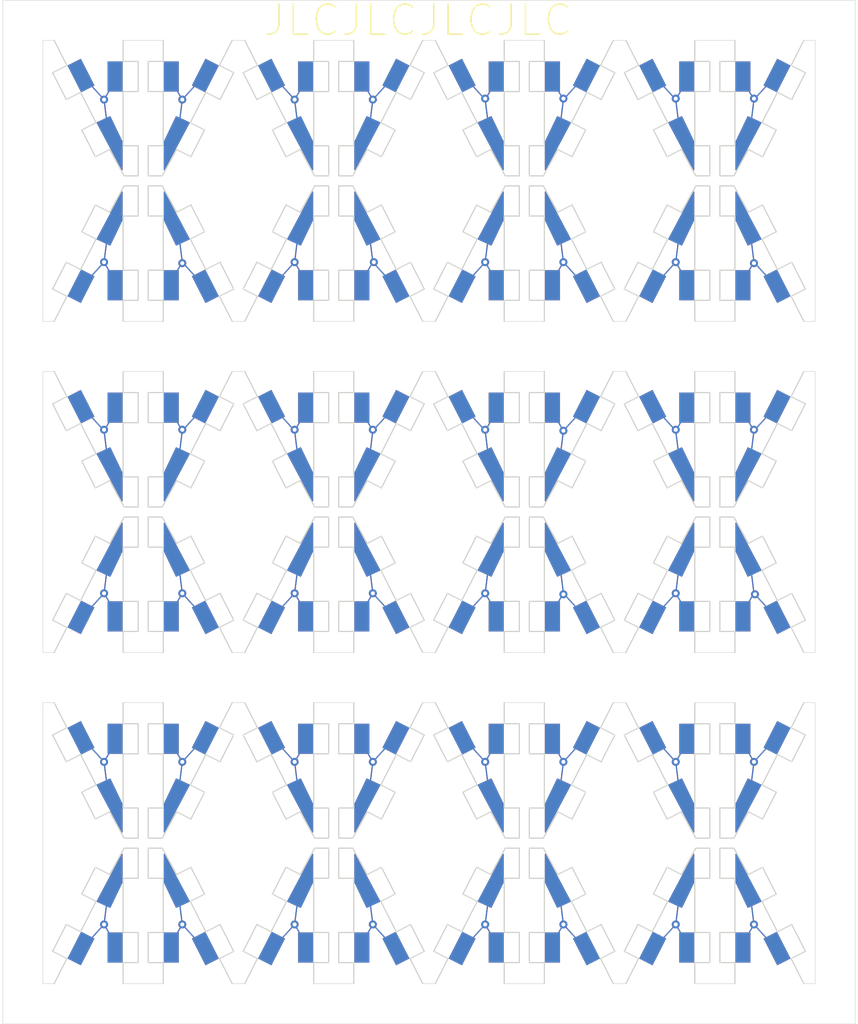
<source format=kicad_pcb>
(kicad_pcb (version 20171130) (host pcbnew 5.1.5+dfsg1-2build2)

  (general
    (thickness 1.6)
    (drawings 71)
    (tracks 48)
    (zones 0)
    (modules 24)
    (nets 1)
  )

  (page A4)
  (layers
    (0 F.Cu signal)
    (31 B.Cu signal)
    (32 B.Adhes user)
    (33 F.Adhes user)
    (34 B.Paste user)
    (35 F.Paste user)
    (36 B.SilkS user)
    (37 F.SilkS user)
    (38 B.Mask user)
    (39 F.Mask user)
    (40 Dwgs.User user)
    (41 Cmts.User user)
    (42 Eco1.User user)
    (43 Eco2.User user)
    (44 Edge.Cuts user)
    (45 Margin user)
    (46 B.CrtYd user)
    (47 F.CrtYd user)
    (48 B.Fab user)
    (49 F.Fab user)
  )

  (setup
    (last_trace_width 0.25)
    (trace_clearance 0.2)
    (zone_clearance 0.508)
    (zone_45_only no)
    (trace_min 0.2)
    (via_size 0.8)
    (via_drill 0.4)
    (via_min_size 0.4)
    (via_min_drill 0.3)
    (uvia_size 0.3)
    (uvia_drill 0.1)
    (uvias_allowed no)
    (uvia_min_size 0.2)
    (uvia_min_drill 0.1)
    (edge_width 0.05)
    (segment_width 0.2)
    (pcb_text_width 0.3)
    (pcb_text_size 1.5 1.5)
    (mod_edge_width 0.12)
    (mod_text_size 1 1)
    (mod_text_width 0.15)
    (pad_size 1.524 1.524)
    (pad_drill 0.762)
    (pad_to_mask_clearance 0.051)
    (solder_mask_min_width 0.25)
    (aux_axis_origin 0 0)
    (visible_elements FFFFFF7F)
    (pcbplotparams
      (layerselection 0x012fc_ffffffff)
      (usegerberextensions true)
      (usegerberattributes false)
      (usegerberadvancedattributes false)
      (creategerberjobfile false)
      (excludeedgelayer true)
      (linewidth 0.100000)
      (plotframeref false)
      (viasonmask false)
      (mode 1)
      (useauxorigin false)
      (hpglpennumber 1)
      (hpglpenspeed 20)
      (hpglpendiameter 15.000000)
      (psnegative false)
      (psa4output false)
      (plotreference false)
      (plotvalue false)
      (plotinvisibletext false)
      (padsonsilk false)
      (subtractmaskfromsilk true)
      (outputformat 1)
      (mirror false)
      (drillshape 0)
      (scaleselection 1)
      (outputdirectory "plot/"))
  )

  (net 0 "")

  (net_class Default "This is the default net class."
    (clearance 0.2)
    (trace_width 0.25)
    (via_dia 0.8)
    (via_drill 0.4)
    (uvia_dia 0.3)
    (uvia_drill 0.1)
  )

  (module scaffold:support_27deg (layer B.Cu) (tedit 61098950) (tstamp 60E8FD70)
    (at 52 98 90)
    (path /60E919C2)
    (fp_text reference U24 (at 2.4 -4.5 90) (layer Eco1.User)
      (effects (font (size 1 1) (thickness 0.15)))
    )
    (fp_text value joycon_support (at 6.5 -5 90) (layer B.Fab)
      (effects (font (size 1 1) (thickness 0.15)) (justify mirror))
    )
    (fp_line (start 13.5 0.5) (end 10.5 0.5) (layer Edge.Cuts) (width 0.12))
    (fp_line (start 5.1 0.5) (end 2.1 0.5) (layer Edge.Cuts) (width 0.12))
    (fp_line (start 5.1 -0.5) (end 2.1 -0.5) (layer Edge.Cuts) (width 0.12))
    (fp_line (start 10.5 -0.5) (end 13.5 -0.5) (layer Edge.Cuts) (width 0.12))
    (fp_line (start 13.5 -0.5) (end 13.5 -1.9) (layer Edge.Cuts) (width 0.12))
    (fp_line (start 13.5 1.9) (end 13.5 0.5) (layer Edge.Cuts) (width 0.12))
    (fp_poly (pts (xy 8.2 4.6) (xy 7.6 3.3) (xy 10.1 2.1) (xy 12.9 2.1)) (layer B.Mask) (width 0.1))
    (fp_poly (pts (xy 8.2 4.6) (xy 7.6 3.3) (xy 10.1 2.1) (xy 12.9 2.1)) (layer F.Mask) (width 0.1))
    (fp_poly (pts (xy 8.2 4.6) (xy 7.6 3.3) (xy 10.1 2.1) (xy 12.9 2.1)) (layer B.Paste) (width 0.1))
    (fp_poly (pts (xy 8.2 4.6) (xy 7.6 3.3) (xy 10.1 2.1) (xy 12.9 2.1)) (layer F.Paste) (width 0.1))
    (fp_line (start 5.9 3.9) (end 3.7 5.9) (layer B.Cu) (width 0.12))
    (fp_poly (pts (xy 8.2 4.6) (xy 7.6 3.3) (xy 10.1 2.1) (xy 12.9 2.1)) (layer B.Cu) (width 0.1))
    (fp_line (start 4.2 2.9) (end 5.9 3.9) (layer B.Cu) (width 0.12))
    (fp_line (start 5.9 3.9) (end 9.1 3.5) (layer B.Cu) (width 0.12))
    (fp_line (start 5.9 3.9) (end 3.7 5.9) (layer F.Cu) (width 0.12))
    (fp_poly (pts (xy 8.2 4.6) (xy 7.6 3.3) (xy 10.1 2.1) (xy 12.9 2.1)) (layer F.Cu) (width 0.1))
    (fp_line (start 4.2 2.9) (end 5.9 3.9) (layer F.Cu) (width 0.12))
    (fp_line (start 5.9 3.9) (end 9.1 3.5) (layer F.Cu) (width 0.12))
    (fp_line (start 11.596662 4.760601) (end 8.923644 6.122573) (layer Edge.Cuts) (width 0.12))
    (fp_line (start 2.095398 2) (end 0 2) (layer Edge.Cuts) (width 0.12))
    (fp_line (start 2.494816 7.602503) (end 3.221201 9.028113) (layer Edge.Cuts) (width 0.12))
    (fp_line (start 3.221201 9.028113) (end 5.894222 7.666142) (layer Edge.Cuts) (width 0.12))
    (fp_line (start 5.894222 7.666142) (end 5.167836 6.240532) (layer Edge.Cuts) (width 0.12))
    (fp_line (start 5.167836 6.240532) (end 8.197257 4.696963) (layer Edge.Cuts) (width 0.12))
    (fp_line (start 8.197257 4.696963) (end 8.923644 6.122573) (layer Edge.Cuts) (width 0.12))
    (fp_line (start 11.596662 4.760601) (end 10.870278 3.33499) (layer Edge.Cuts) (width 0.12))
    (fp_line (start 10.870278 3.33499) (end 13.5 1.9) (layer Edge.Cuts) (width 0.12))
    (fp_line (start 10.495398 0.5) (end 10.495398 2) (layer Edge.Cuts) (width 0.12))
    (fp_line (start 10.495398 2) (end 5.095398 2) (layer Edge.Cuts) (width 0.12))
    (fp_line (start 5.095398 2) (end 5.095398 0.5) (layer Edge.Cuts) (width 0.12))
    (fp_line (start 2.095398 0.5) (end 2.095398 2) (layer Edge.Cuts) (width 0.12))
    (fp_line (start 2.494816 7.602503) (end 0 8.873675) (layer Edge.Cuts) (width 0.12))
    (fp_line (start 8.201859 -4.696963) (end 8.928246 -6.122573) (layer Edge.Cuts) (width 0.12))
    (fp_line (start 10.5 -0.5) (end 10.5 -2) (layer Edge.Cuts) (width 0.12))
    (fp_line (start 11.601264 -4.760601) (end 10.87488 -3.33499) (layer Edge.Cuts) (width 0.12))
    (fp_line (start 10.87488 -3.33499) (end 13.5 -1.9) (layer Edge.Cuts) (width 0.12))
    (fp_line (start 3.225803 -9.028113) (end 5.898824 -7.666142) (layer Edge.Cuts) (width 0.12))
    (fp_line (start 2.499418 -7.602503) (end 3.225803 -9.028113) (layer Edge.Cuts) (width 0.12))
    (fp_line (start 10.5 -2) (end 5.1 -2) (layer Edge.Cuts) (width 0.12))
    (fp_line (start 2.499418 -7.602503) (end 0 -8.873675) (layer Edge.Cuts) (width 0.12))
    (fp_line (start 2.1 -0.5) (end 2.1 -2) (layer Edge.Cuts) (width 0.12))
    (fp_line (start 5.172438 -6.240532) (end 8.201859 -4.696963) (layer Edge.Cuts) (width 0.12))
    (fp_line (start 11.601264 -4.760601) (end 8.928246 -6.122573) (layer Edge.Cuts) (width 0.12))
    (fp_line (start 2.1 -2) (end 0 -2) (layer Edge.Cuts) (width 0.12))
    (fp_line (start 5.898824 -7.666142) (end 5.172438 -6.240532) (layer Edge.Cuts) (width 0.12))
    (fp_line (start 5.1 -2) (end 5.1 -0.5) (layer Edge.Cuts) (width 0.12))
    (fp_poly (pts (xy 8.2 -4.6) (xy 7.6 -3.3) (xy 10.1 -2.1) (xy 12.9 -2.1)) (layer F.Mask) (width 0.1))
    (fp_poly (pts (xy 8.2 -4.6) (xy 7.6 -3.3) (xy 10.1 -2.1) (xy 12.9 -2.1)) (layer B.Mask) (width 0.1))
    (fp_poly (pts (xy 8.2 -4.6) (xy 7.6 -3.3) (xy 10.1 -2.1) (xy 12.9 -2.1)) (layer F.Paste) (width 0.1))
    (fp_poly (pts (xy 8.2 -4.6) (xy 7.6 -3.3) (xy 10.1 -2.1) (xy 12.9 -2.1)) (layer B.Paste) (width 0.1))
    (fp_poly (pts (xy 8.2 -4.6) (xy 7.6 -3.3) (xy 10.1 -2.1) (xy 12.9 -2.1)) (layer F.Cu) (width 0.1))
    (fp_line (start 4.2 -2.9) (end 5.9 -3.9) (layer F.Cu) (width 0.12))
    (fp_line (start 5.9 -3.9) (end 3.7 -5.9) (layer F.Cu) (width 0.12))
    (fp_line (start 5.9 -3.9) (end 9.1 -3.5) (layer F.Cu) (width 0.12))
    (fp_poly (pts (xy 8.2 -4.6) (xy 7.6 -3.3) (xy 10.1 -2.1) (xy 12.9 -2.1)) (layer B.Cu) (width 0.1))
    (fp_line (start 4.2 -2.9) (end 5.9 -3.9) (layer B.Cu) (width 0.12))
    (fp_line (start 5.9 -3.9) (end 3.7 -5.9) (layer B.Cu) (width 0.12))
    (fp_line (start 5.9 -3.9) (end 9.1 -3.5) (layer B.Cu) (width 0.12))
    (pad 1 smd rect (at 3.6 -2.8 90) (size 3 1.5) (layers F.Cu F.Paste F.Mask))
    (pad 2 smd rect (at 3.6 2.8 90) (size 3 1.5) (layers B.Cu B.Paste B.Mask))
    (pad 2 smd rect (at 3.5 6.2 117) (size 3 1.5) (layers B.Cu B.Paste B.Mask))
    (pad 1 smd rect (at 3.5 -6.2 63) (size 3 1.5) (layers F.Cu F.Paste F.Mask))
    (pad 2 smd rect (at 3.6 2.8 90) (size 3 1.5) (layers F.Cu F.Paste F.Mask))
    (pad 2 smd rect (at 3.5 6.2 117) (size 3 1.5) (layers F.Cu F.Paste F.Mask))
    (pad 1 smd rect (at 3.5 -6.2 63) (size 3 1.5) (layers B.Cu B.Paste B.Mask))
    (pad 1 smd rect (at 3.6 -2.8 90) (size 3 1.5) (layers B.Cu B.Paste B.Mask))
  )

  (module scaffold:support_27deg (layer B.Cu) (tedit 61098950) (tstamp 60E8FD50)
    (at 71 98 90)
    (path /60E8DA51)
    (fp_text reference U23 (at 2.4 -4.5 90) (layer Eco1.User)
      (effects (font (size 1 1) (thickness 0.15)))
    )
    (fp_text value joycon_support (at 6.5 -5 90) (layer B.Fab)
      (effects (font (size 1 1) (thickness 0.15)) (justify mirror))
    )
    (fp_line (start 13.5 0.5) (end 10.5 0.5) (layer Edge.Cuts) (width 0.12))
    (fp_line (start 5.1 0.5) (end 2.1 0.5) (layer Edge.Cuts) (width 0.12))
    (fp_line (start 5.1 -0.5) (end 2.1 -0.5) (layer Edge.Cuts) (width 0.12))
    (fp_line (start 10.5 -0.5) (end 13.5 -0.5) (layer Edge.Cuts) (width 0.12))
    (fp_line (start 13.5 -0.5) (end 13.5 -1.9) (layer Edge.Cuts) (width 0.12))
    (fp_line (start 13.5 1.9) (end 13.5 0.5) (layer Edge.Cuts) (width 0.12))
    (fp_poly (pts (xy 8.2 4.6) (xy 7.6 3.3) (xy 10.1 2.1) (xy 12.9 2.1)) (layer B.Mask) (width 0.1))
    (fp_poly (pts (xy 8.2 4.6) (xy 7.6 3.3) (xy 10.1 2.1) (xy 12.9 2.1)) (layer F.Mask) (width 0.1))
    (fp_poly (pts (xy 8.2 4.6) (xy 7.6 3.3) (xy 10.1 2.1) (xy 12.9 2.1)) (layer B.Paste) (width 0.1))
    (fp_poly (pts (xy 8.2 4.6) (xy 7.6 3.3) (xy 10.1 2.1) (xy 12.9 2.1)) (layer F.Paste) (width 0.1))
    (fp_line (start 5.9 3.9) (end 3.7 5.9) (layer B.Cu) (width 0.12))
    (fp_poly (pts (xy 8.2 4.6) (xy 7.6 3.3) (xy 10.1 2.1) (xy 12.9 2.1)) (layer B.Cu) (width 0.1))
    (fp_line (start 4.2 2.9) (end 5.9 3.9) (layer B.Cu) (width 0.12))
    (fp_line (start 5.9 3.9) (end 9.1 3.5) (layer B.Cu) (width 0.12))
    (fp_line (start 5.9 3.9) (end 3.7 5.9) (layer F.Cu) (width 0.12))
    (fp_poly (pts (xy 8.2 4.6) (xy 7.6 3.3) (xy 10.1 2.1) (xy 12.9 2.1)) (layer F.Cu) (width 0.1))
    (fp_line (start 4.2 2.9) (end 5.9 3.9) (layer F.Cu) (width 0.12))
    (fp_line (start 5.9 3.9) (end 9.1 3.5) (layer F.Cu) (width 0.12))
    (fp_line (start 11.596662 4.760601) (end 8.923644 6.122573) (layer Edge.Cuts) (width 0.12))
    (fp_line (start 2.095398 2) (end 0 2) (layer Edge.Cuts) (width 0.12))
    (fp_line (start 2.494816 7.602503) (end 3.221201 9.028113) (layer Edge.Cuts) (width 0.12))
    (fp_line (start 3.221201 9.028113) (end 5.894222 7.666142) (layer Edge.Cuts) (width 0.12))
    (fp_line (start 5.894222 7.666142) (end 5.167836 6.240532) (layer Edge.Cuts) (width 0.12))
    (fp_line (start 5.167836 6.240532) (end 8.197257 4.696963) (layer Edge.Cuts) (width 0.12))
    (fp_line (start 8.197257 4.696963) (end 8.923644 6.122573) (layer Edge.Cuts) (width 0.12))
    (fp_line (start 11.596662 4.760601) (end 10.870278 3.33499) (layer Edge.Cuts) (width 0.12))
    (fp_line (start 10.870278 3.33499) (end 13.5 1.9) (layer Edge.Cuts) (width 0.12))
    (fp_line (start 10.495398 0.5) (end 10.495398 2) (layer Edge.Cuts) (width 0.12))
    (fp_line (start 10.495398 2) (end 5.095398 2) (layer Edge.Cuts) (width 0.12))
    (fp_line (start 5.095398 2) (end 5.095398 0.5) (layer Edge.Cuts) (width 0.12))
    (fp_line (start 2.095398 0.5) (end 2.095398 2) (layer Edge.Cuts) (width 0.12))
    (fp_line (start 2.494816 7.602503) (end 0 8.873675) (layer Edge.Cuts) (width 0.12))
    (fp_line (start 8.201859 -4.696963) (end 8.928246 -6.122573) (layer Edge.Cuts) (width 0.12))
    (fp_line (start 10.5 -0.5) (end 10.5 -2) (layer Edge.Cuts) (width 0.12))
    (fp_line (start 11.601264 -4.760601) (end 10.87488 -3.33499) (layer Edge.Cuts) (width 0.12))
    (fp_line (start 10.87488 -3.33499) (end 13.5 -1.9) (layer Edge.Cuts) (width 0.12))
    (fp_line (start 3.225803 -9.028113) (end 5.898824 -7.666142) (layer Edge.Cuts) (width 0.12))
    (fp_line (start 2.499418 -7.602503) (end 3.225803 -9.028113) (layer Edge.Cuts) (width 0.12))
    (fp_line (start 10.5 -2) (end 5.1 -2) (layer Edge.Cuts) (width 0.12))
    (fp_line (start 2.499418 -7.602503) (end 0 -8.873675) (layer Edge.Cuts) (width 0.12))
    (fp_line (start 2.1 -0.5) (end 2.1 -2) (layer Edge.Cuts) (width 0.12))
    (fp_line (start 5.172438 -6.240532) (end 8.201859 -4.696963) (layer Edge.Cuts) (width 0.12))
    (fp_line (start 11.601264 -4.760601) (end 8.928246 -6.122573) (layer Edge.Cuts) (width 0.12))
    (fp_line (start 2.1 -2) (end 0 -2) (layer Edge.Cuts) (width 0.12))
    (fp_line (start 5.898824 -7.666142) (end 5.172438 -6.240532) (layer Edge.Cuts) (width 0.12))
    (fp_line (start 5.1 -2) (end 5.1 -0.5) (layer Edge.Cuts) (width 0.12))
    (fp_poly (pts (xy 8.2 -4.6) (xy 7.6 -3.3) (xy 10.1 -2.1) (xy 12.9 -2.1)) (layer F.Mask) (width 0.1))
    (fp_poly (pts (xy 8.2 -4.6) (xy 7.6 -3.3) (xy 10.1 -2.1) (xy 12.9 -2.1)) (layer B.Mask) (width 0.1))
    (fp_poly (pts (xy 8.2 -4.6) (xy 7.6 -3.3) (xy 10.1 -2.1) (xy 12.9 -2.1)) (layer F.Paste) (width 0.1))
    (fp_poly (pts (xy 8.2 -4.6) (xy 7.6 -3.3) (xy 10.1 -2.1) (xy 12.9 -2.1)) (layer B.Paste) (width 0.1))
    (fp_poly (pts (xy 8.2 -4.6) (xy 7.6 -3.3) (xy 10.1 -2.1) (xy 12.9 -2.1)) (layer F.Cu) (width 0.1))
    (fp_line (start 4.2 -2.9) (end 5.9 -3.9) (layer F.Cu) (width 0.12))
    (fp_line (start 5.9 -3.9) (end 3.7 -5.9) (layer F.Cu) (width 0.12))
    (fp_line (start 5.9 -3.9) (end 9.1 -3.5) (layer F.Cu) (width 0.12))
    (fp_poly (pts (xy 8.2 -4.6) (xy 7.6 -3.3) (xy 10.1 -2.1) (xy 12.9 -2.1)) (layer B.Cu) (width 0.1))
    (fp_line (start 4.2 -2.9) (end 5.9 -3.9) (layer B.Cu) (width 0.12))
    (fp_line (start 5.9 -3.9) (end 3.7 -5.9) (layer B.Cu) (width 0.12))
    (fp_line (start 5.9 -3.9) (end 9.1 -3.5) (layer B.Cu) (width 0.12))
    (pad 1 smd rect (at 3.6 -2.8 90) (size 3 1.5) (layers F.Cu F.Paste F.Mask))
    (pad 2 smd rect (at 3.6 2.8 90) (size 3 1.5) (layers B.Cu B.Paste B.Mask))
    (pad 2 smd rect (at 3.5 6.2 117) (size 3 1.5) (layers B.Cu B.Paste B.Mask))
    (pad 1 smd rect (at 3.5 -6.2 63) (size 3 1.5) (layers F.Cu F.Paste F.Mask))
    (pad 2 smd rect (at 3.6 2.8 90) (size 3 1.5) (layers F.Cu F.Paste F.Mask))
    (pad 2 smd rect (at 3.5 6.2 117) (size 3 1.5) (layers F.Cu F.Paste F.Mask))
    (pad 1 smd rect (at 3.5 -6.2 63) (size 3 1.5) (layers B.Cu B.Paste B.Mask))
    (pad 1 smd rect (at 3.6 -2.8 90) (size 3 1.5) (layers B.Cu B.Paste B.Mask))
  )

  (module scaffold:support_27deg (layer F.Cu) (tedit 61098950) (tstamp 60E8FD30)
    (at 71 70 270)
    (path /60E8B724)
    (fp_text reference U22 (at 2.4 4.5 90) (layer Eco1.User)
      (effects (font (size 1 1) (thickness 0.15)))
    )
    (fp_text value joycon_support (at 6.5 5 90) (layer F.Fab)
      (effects (font (size 1 1) (thickness 0.15)))
    )
    (fp_line (start 13.5 -0.5) (end 10.5 -0.5) (layer Edge.Cuts) (width 0.12))
    (fp_line (start 5.1 -0.5) (end 2.1 -0.5) (layer Edge.Cuts) (width 0.12))
    (fp_line (start 5.1 0.5) (end 2.1 0.5) (layer Edge.Cuts) (width 0.12))
    (fp_line (start 10.5 0.5) (end 13.5 0.5) (layer Edge.Cuts) (width 0.12))
    (fp_line (start 13.5 0.5) (end 13.5 1.9) (layer Edge.Cuts) (width 0.12))
    (fp_line (start 13.5 -1.9) (end 13.5 -0.5) (layer Edge.Cuts) (width 0.12))
    (fp_poly (pts (xy 8.2 -4.6) (xy 7.6 -3.3) (xy 10.1 -2.1) (xy 12.9 -2.1)) (layer F.Mask) (width 0.1))
    (fp_poly (pts (xy 8.2 -4.6) (xy 7.6 -3.3) (xy 10.1 -2.1) (xy 12.9 -2.1)) (layer B.Mask) (width 0.1))
    (fp_poly (pts (xy 8.2 -4.6) (xy 7.6 -3.3) (xy 10.1 -2.1) (xy 12.9 -2.1)) (layer F.Paste) (width 0.1))
    (fp_poly (pts (xy 8.2 -4.6) (xy 7.6 -3.3) (xy 10.1 -2.1) (xy 12.9 -2.1)) (layer B.Paste) (width 0.1))
    (fp_line (start 5.9 -3.9) (end 3.7 -5.9) (layer F.Cu) (width 0.12))
    (fp_poly (pts (xy 8.2 -4.6) (xy 7.6 -3.3) (xy 10.1 -2.1) (xy 12.9 -2.1)) (layer F.Cu) (width 0.1))
    (fp_line (start 4.2 -2.9) (end 5.9 -3.9) (layer F.Cu) (width 0.12))
    (fp_line (start 5.9 -3.9) (end 9.1 -3.5) (layer F.Cu) (width 0.12))
    (fp_line (start 5.9 -3.9) (end 3.7 -5.9) (layer B.Cu) (width 0.12))
    (fp_poly (pts (xy 8.2 -4.6) (xy 7.6 -3.3) (xy 10.1 -2.1) (xy 12.9 -2.1)) (layer B.Cu) (width 0.1))
    (fp_line (start 4.2 -2.9) (end 5.9 -3.9) (layer B.Cu) (width 0.12))
    (fp_line (start 5.9 -3.9) (end 9.1 -3.5) (layer B.Cu) (width 0.12))
    (fp_line (start 11.596662 -4.760601) (end 8.923644 -6.122573) (layer Edge.Cuts) (width 0.12))
    (fp_line (start 2.095398 -2) (end 0 -2) (layer Edge.Cuts) (width 0.12))
    (fp_line (start 2.494816 -7.602503) (end 3.221201 -9.028113) (layer Edge.Cuts) (width 0.12))
    (fp_line (start 3.221201 -9.028113) (end 5.894222 -7.666142) (layer Edge.Cuts) (width 0.12))
    (fp_line (start 5.894222 -7.666142) (end 5.167836 -6.240532) (layer Edge.Cuts) (width 0.12))
    (fp_line (start 5.167836 -6.240532) (end 8.197257 -4.696963) (layer Edge.Cuts) (width 0.12))
    (fp_line (start 8.197257 -4.696963) (end 8.923644 -6.122573) (layer Edge.Cuts) (width 0.12))
    (fp_line (start 11.596662 -4.760601) (end 10.870278 -3.33499) (layer Edge.Cuts) (width 0.12))
    (fp_line (start 10.870278 -3.33499) (end 13.5 -1.9) (layer Edge.Cuts) (width 0.12))
    (fp_line (start 10.495398 -0.5) (end 10.495398 -2) (layer Edge.Cuts) (width 0.12))
    (fp_line (start 10.495398 -2) (end 5.095398 -2) (layer Edge.Cuts) (width 0.12))
    (fp_line (start 5.095398 -2) (end 5.095398 -0.5) (layer Edge.Cuts) (width 0.12))
    (fp_line (start 2.095398 -0.5) (end 2.095398 -2) (layer Edge.Cuts) (width 0.12))
    (fp_line (start 2.494816 -7.602503) (end 0 -8.873675) (layer Edge.Cuts) (width 0.12))
    (fp_line (start 8.201859 4.696963) (end 8.928246 6.122573) (layer Edge.Cuts) (width 0.12))
    (fp_line (start 10.5 0.5) (end 10.5 2) (layer Edge.Cuts) (width 0.12))
    (fp_line (start 11.601264 4.760601) (end 10.87488 3.33499) (layer Edge.Cuts) (width 0.12))
    (fp_line (start 10.87488 3.33499) (end 13.5 1.9) (layer Edge.Cuts) (width 0.12))
    (fp_line (start 3.225803 9.028113) (end 5.898824 7.666142) (layer Edge.Cuts) (width 0.12))
    (fp_line (start 2.499418 7.602503) (end 3.225803 9.028113) (layer Edge.Cuts) (width 0.12))
    (fp_line (start 10.5 2) (end 5.1 2) (layer Edge.Cuts) (width 0.12))
    (fp_line (start 2.499418 7.602503) (end 0 8.873675) (layer Edge.Cuts) (width 0.12))
    (fp_line (start 2.1 0.5) (end 2.1 2) (layer Edge.Cuts) (width 0.12))
    (fp_line (start 5.172438 6.240532) (end 8.201859 4.696963) (layer Edge.Cuts) (width 0.12))
    (fp_line (start 11.601264 4.760601) (end 8.928246 6.122573) (layer Edge.Cuts) (width 0.12))
    (fp_line (start 2.1 2) (end 0 2) (layer Edge.Cuts) (width 0.12))
    (fp_line (start 5.898824 7.666142) (end 5.172438 6.240532) (layer Edge.Cuts) (width 0.12))
    (fp_line (start 5.1 2) (end 5.1 0.5) (layer Edge.Cuts) (width 0.12))
    (fp_poly (pts (xy 8.2 4.6) (xy 7.6 3.3) (xy 10.1 2.1) (xy 12.9 2.1)) (layer B.Mask) (width 0.1))
    (fp_poly (pts (xy 8.2 4.6) (xy 7.6 3.3) (xy 10.1 2.1) (xy 12.9 2.1)) (layer F.Mask) (width 0.1))
    (fp_poly (pts (xy 8.2 4.6) (xy 7.6 3.3) (xy 10.1 2.1) (xy 12.9 2.1)) (layer B.Paste) (width 0.1))
    (fp_poly (pts (xy 8.2 4.6) (xy 7.6 3.3) (xy 10.1 2.1) (xy 12.9 2.1)) (layer F.Paste) (width 0.1))
    (fp_poly (pts (xy 8.2 4.6) (xy 7.6 3.3) (xy 10.1 2.1) (xy 12.9 2.1)) (layer B.Cu) (width 0.1))
    (fp_line (start 4.2 2.9) (end 5.9 3.9) (layer B.Cu) (width 0.12))
    (fp_line (start 5.9 3.9) (end 3.7 5.9) (layer B.Cu) (width 0.12))
    (fp_line (start 5.9 3.9) (end 9.1 3.5) (layer B.Cu) (width 0.12))
    (fp_poly (pts (xy 8.2 4.6) (xy 7.6 3.3) (xy 10.1 2.1) (xy 12.9 2.1)) (layer F.Cu) (width 0.1))
    (fp_line (start 4.2 2.9) (end 5.9 3.9) (layer F.Cu) (width 0.12))
    (fp_line (start 5.9 3.9) (end 3.7 5.9) (layer F.Cu) (width 0.12))
    (fp_line (start 5.9 3.9) (end 9.1 3.5) (layer F.Cu) (width 0.12))
    (pad 1 smd rect (at 3.6 2.8 270) (size 3 1.5) (layers B.Cu B.Paste B.Mask))
    (pad 2 smd rect (at 3.6 -2.8 270) (size 3 1.5) (layers F.Cu F.Paste F.Mask))
    (pad 2 smd rect (at 3.5 -6.2 243) (size 3 1.5) (layers F.Cu F.Paste F.Mask))
    (pad 1 smd rect (at 3.5 6.2 297) (size 3 1.5) (layers B.Cu B.Paste B.Mask))
    (pad 2 smd rect (at 3.6 -2.8 270) (size 3 1.5) (layers B.Cu B.Paste B.Mask))
    (pad 2 smd rect (at 3.5 -6.2 243) (size 3 1.5) (layers B.Cu B.Paste B.Mask))
    (pad 1 smd rect (at 3.5 6.2 297) (size 3 1.5) (layers F.Cu F.Paste F.Mask))
    (pad 1 smd rect (at 3.6 2.8 270) (size 3 1.5) (layers F.Cu F.Paste F.Mask))
  )

  (module scaffold:support_27deg (layer F.Cu) (tedit 61098950) (tstamp 60E8FD10)
    (at 71 37 270)
    (path /60E8A67C)
    (fp_text reference U21 (at 2.4 4.5 90) (layer Eco1.User)
      (effects (font (size 1 1) (thickness 0.15)))
    )
    (fp_text value joycon_support (at 6.5 5 90) (layer F.Fab)
      (effects (font (size 1 1) (thickness 0.15)))
    )
    (fp_line (start 13.5 -0.5) (end 10.5 -0.5) (layer Edge.Cuts) (width 0.12))
    (fp_line (start 5.1 -0.5) (end 2.1 -0.5) (layer Edge.Cuts) (width 0.12))
    (fp_line (start 5.1 0.5) (end 2.1 0.5) (layer Edge.Cuts) (width 0.12))
    (fp_line (start 10.5 0.5) (end 13.5 0.5) (layer Edge.Cuts) (width 0.12))
    (fp_line (start 13.5 0.5) (end 13.5 1.9) (layer Edge.Cuts) (width 0.12))
    (fp_line (start 13.5 -1.9) (end 13.5 -0.5) (layer Edge.Cuts) (width 0.12))
    (fp_poly (pts (xy 8.2 -4.6) (xy 7.6 -3.3) (xy 10.1 -2.1) (xy 12.9 -2.1)) (layer F.Mask) (width 0.1))
    (fp_poly (pts (xy 8.2 -4.6) (xy 7.6 -3.3) (xy 10.1 -2.1) (xy 12.9 -2.1)) (layer B.Mask) (width 0.1))
    (fp_poly (pts (xy 8.2 -4.6) (xy 7.6 -3.3) (xy 10.1 -2.1) (xy 12.9 -2.1)) (layer F.Paste) (width 0.1))
    (fp_poly (pts (xy 8.2 -4.6) (xy 7.6 -3.3) (xy 10.1 -2.1) (xy 12.9 -2.1)) (layer B.Paste) (width 0.1))
    (fp_line (start 5.9 -3.9) (end 3.7 -5.9) (layer F.Cu) (width 0.12))
    (fp_poly (pts (xy 8.2 -4.6) (xy 7.6 -3.3) (xy 10.1 -2.1) (xy 12.9 -2.1)) (layer F.Cu) (width 0.1))
    (fp_line (start 4.2 -2.9) (end 5.9 -3.9) (layer F.Cu) (width 0.12))
    (fp_line (start 5.9 -3.9) (end 9.1 -3.5) (layer F.Cu) (width 0.12))
    (fp_line (start 5.9 -3.9) (end 3.7 -5.9) (layer B.Cu) (width 0.12))
    (fp_poly (pts (xy 8.2 -4.6) (xy 7.6 -3.3) (xy 10.1 -2.1) (xy 12.9 -2.1)) (layer B.Cu) (width 0.1))
    (fp_line (start 4.2 -2.9) (end 5.9 -3.9) (layer B.Cu) (width 0.12))
    (fp_line (start 5.9 -3.9) (end 9.1 -3.5) (layer B.Cu) (width 0.12))
    (fp_line (start 11.596662 -4.760601) (end 8.923644 -6.122573) (layer Edge.Cuts) (width 0.12))
    (fp_line (start 2.095398 -2) (end 0 -2) (layer Edge.Cuts) (width 0.12))
    (fp_line (start 2.494816 -7.602503) (end 3.221201 -9.028113) (layer Edge.Cuts) (width 0.12))
    (fp_line (start 3.221201 -9.028113) (end 5.894222 -7.666142) (layer Edge.Cuts) (width 0.12))
    (fp_line (start 5.894222 -7.666142) (end 5.167836 -6.240532) (layer Edge.Cuts) (width 0.12))
    (fp_line (start 5.167836 -6.240532) (end 8.197257 -4.696963) (layer Edge.Cuts) (width 0.12))
    (fp_line (start 8.197257 -4.696963) (end 8.923644 -6.122573) (layer Edge.Cuts) (width 0.12))
    (fp_line (start 11.596662 -4.760601) (end 10.870278 -3.33499) (layer Edge.Cuts) (width 0.12))
    (fp_line (start 10.870278 -3.33499) (end 13.5 -1.9) (layer Edge.Cuts) (width 0.12))
    (fp_line (start 10.495398 -0.5) (end 10.495398 -2) (layer Edge.Cuts) (width 0.12))
    (fp_line (start 10.495398 -2) (end 5.095398 -2) (layer Edge.Cuts) (width 0.12))
    (fp_line (start 5.095398 -2) (end 5.095398 -0.5) (layer Edge.Cuts) (width 0.12))
    (fp_line (start 2.095398 -0.5) (end 2.095398 -2) (layer Edge.Cuts) (width 0.12))
    (fp_line (start 2.494816 -7.602503) (end 0 -8.873675) (layer Edge.Cuts) (width 0.12))
    (fp_line (start 8.201859 4.696963) (end 8.928246 6.122573) (layer Edge.Cuts) (width 0.12))
    (fp_line (start 10.5 0.5) (end 10.5 2) (layer Edge.Cuts) (width 0.12))
    (fp_line (start 11.601264 4.760601) (end 10.87488 3.33499) (layer Edge.Cuts) (width 0.12))
    (fp_line (start 10.87488 3.33499) (end 13.5 1.9) (layer Edge.Cuts) (width 0.12))
    (fp_line (start 3.225803 9.028113) (end 5.898824 7.666142) (layer Edge.Cuts) (width 0.12))
    (fp_line (start 2.499418 7.602503) (end 3.225803 9.028113) (layer Edge.Cuts) (width 0.12))
    (fp_line (start 10.5 2) (end 5.1 2) (layer Edge.Cuts) (width 0.12))
    (fp_line (start 2.499418 7.602503) (end 0 8.873675) (layer Edge.Cuts) (width 0.12))
    (fp_line (start 2.1 0.5) (end 2.1 2) (layer Edge.Cuts) (width 0.12))
    (fp_line (start 5.172438 6.240532) (end 8.201859 4.696963) (layer Edge.Cuts) (width 0.12))
    (fp_line (start 11.601264 4.760601) (end 8.928246 6.122573) (layer Edge.Cuts) (width 0.12))
    (fp_line (start 2.1 2) (end 0 2) (layer Edge.Cuts) (width 0.12))
    (fp_line (start 5.898824 7.666142) (end 5.172438 6.240532) (layer Edge.Cuts) (width 0.12))
    (fp_line (start 5.1 2) (end 5.1 0.5) (layer Edge.Cuts) (width 0.12))
    (fp_poly (pts (xy 8.2 4.6) (xy 7.6 3.3) (xy 10.1 2.1) (xy 12.9 2.1)) (layer B.Mask) (width 0.1))
    (fp_poly (pts (xy 8.2 4.6) (xy 7.6 3.3) (xy 10.1 2.1) (xy 12.9 2.1)) (layer F.Mask) (width 0.1))
    (fp_poly (pts (xy 8.2 4.6) (xy 7.6 3.3) (xy 10.1 2.1) (xy 12.9 2.1)) (layer B.Paste) (width 0.1))
    (fp_poly (pts (xy 8.2 4.6) (xy 7.6 3.3) (xy 10.1 2.1) (xy 12.9 2.1)) (layer F.Paste) (width 0.1))
    (fp_poly (pts (xy 8.2 4.6) (xy 7.6 3.3) (xy 10.1 2.1) (xy 12.9 2.1)) (layer B.Cu) (width 0.1))
    (fp_line (start 4.2 2.9) (end 5.9 3.9) (layer B.Cu) (width 0.12))
    (fp_line (start 5.9 3.9) (end 3.7 5.9) (layer B.Cu) (width 0.12))
    (fp_line (start 5.9 3.9) (end 9.1 3.5) (layer B.Cu) (width 0.12))
    (fp_poly (pts (xy 8.2 4.6) (xy 7.6 3.3) (xy 10.1 2.1) (xy 12.9 2.1)) (layer F.Cu) (width 0.1))
    (fp_line (start 4.2 2.9) (end 5.9 3.9) (layer F.Cu) (width 0.12))
    (fp_line (start 5.9 3.9) (end 3.7 5.9) (layer F.Cu) (width 0.12))
    (fp_line (start 5.9 3.9) (end 9.1 3.5) (layer F.Cu) (width 0.12))
    (pad 1 smd rect (at 3.6 2.8 270) (size 3 1.5) (layers B.Cu B.Paste B.Mask))
    (pad 2 smd rect (at 3.6 -2.8 270) (size 3 1.5) (layers F.Cu F.Paste F.Mask))
    (pad 2 smd rect (at 3.5 -6.2 243) (size 3 1.5) (layers F.Cu F.Paste F.Mask))
    (pad 1 smd rect (at 3.5 6.2 297) (size 3 1.5) (layers B.Cu B.Paste B.Mask))
    (pad 2 smd rect (at 3.6 -2.8 270) (size 3 1.5) (layers B.Cu B.Paste B.Mask))
    (pad 2 smd rect (at 3.5 -6.2 243) (size 3 1.5) (layers B.Cu B.Paste B.Mask))
    (pad 1 smd rect (at 3.5 6.2 297) (size 3 1.5) (layers F.Cu F.Paste F.Mask))
    (pad 1 smd rect (at 3.6 2.8 270) (size 3 1.5) (layers F.Cu F.Paste F.Mask))
  )

  (module scaffold:support_27deg (layer F.Cu) (tedit 61098950) (tstamp 60E8FCF0)
    (at 33 4 270)
    (path /60E919EA)
    (fp_text reference U20 (at 2.4 4.5 90) (layer Eco1.User)
      (effects (font (size 1 1) (thickness 0.15)))
    )
    (fp_text value joycon_support (at 6.5 5 90) (layer F.Fab)
      (effects (font (size 1 1) (thickness 0.15)))
    )
    (fp_line (start 13.5 -0.5) (end 10.5 -0.5) (layer Edge.Cuts) (width 0.12))
    (fp_line (start 5.1 -0.5) (end 2.1 -0.5) (layer Edge.Cuts) (width 0.12))
    (fp_line (start 5.1 0.5) (end 2.1 0.5) (layer Edge.Cuts) (width 0.12))
    (fp_line (start 10.5 0.5) (end 13.5 0.5) (layer Edge.Cuts) (width 0.12))
    (fp_line (start 13.5 0.5) (end 13.5 1.9) (layer Edge.Cuts) (width 0.12))
    (fp_line (start 13.5 -1.9) (end 13.5 -0.5) (layer Edge.Cuts) (width 0.12))
    (fp_poly (pts (xy 8.2 -4.6) (xy 7.6 -3.3) (xy 10.1 -2.1) (xy 12.9 -2.1)) (layer F.Mask) (width 0.1))
    (fp_poly (pts (xy 8.2 -4.6) (xy 7.6 -3.3) (xy 10.1 -2.1) (xy 12.9 -2.1)) (layer B.Mask) (width 0.1))
    (fp_poly (pts (xy 8.2 -4.6) (xy 7.6 -3.3) (xy 10.1 -2.1) (xy 12.9 -2.1)) (layer F.Paste) (width 0.1))
    (fp_poly (pts (xy 8.2 -4.6) (xy 7.6 -3.3) (xy 10.1 -2.1) (xy 12.9 -2.1)) (layer B.Paste) (width 0.1))
    (fp_line (start 5.9 -3.9) (end 3.7 -5.9) (layer F.Cu) (width 0.12))
    (fp_poly (pts (xy 8.2 -4.6) (xy 7.6 -3.3) (xy 10.1 -2.1) (xy 12.9 -2.1)) (layer F.Cu) (width 0.1))
    (fp_line (start 4.2 -2.9) (end 5.9 -3.9) (layer F.Cu) (width 0.12))
    (fp_line (start 5.9 -3.9) (end 9.1 -3.5) (layer F.Cu) (width 0.12))
    (fp_line (start 5.9 -3.9) (end 3.7 -5.9) (layer B.Cu) (width 0.12))
    (fp_poly (pts (xy 8.2 -4.6) (xy 7.6 -3.3) (xy 10.1 -2.1) (xy 12.9 -2.1)) (layer B.Cu) (width 0.1))
    (fp_line (start 4.2 -2.9) (end 5.9 -3.9) (layer B.Cu) (width 0.12))
    (fp_line (start 5.9 -3.9) (end 9.1 -3.5) (layer B.Cu) (width 0.12))
    (fp_line (start 11.596662 -4.760601) (end 8.923644 -6.122573) (layer Edge.Cuts) (width 0.12))
    (fp_line (start 2.095398 -2) (end 0 -2) (layer Edge.Cuts) (width 0.12))
    (fp_line (start 2.494816 -7.602503) (end 3.221201 -9.028113) (layer Edge.Cuts) (width 0.12))
    (fp_line (start 3.221201 -9.028113) (end 5.894222 -7.666142) (layer Edge.Cuts) (width 0.12))
    (fp_line (start 5.894222 -7.666142) (end 5.167836 -6.240532) (layer Edge.Cuts) (width 0.12))
    (fp_line (start 5.167836 -6.240532) (end 8.197257 -4.696963) (layer Edge.Cuts) (width 0.12))
    (fp_line (start 8.197257 -4.696963) (end 8.923644 -6.122573) (layer Edge.Cuts) (width 0.12))
    (fp_line (start 11.596662 -4.760601) (end 10.870278 -3.33499) (layer Edge.Cuts) (width 0.12))
    (fp_line (start 10.870278 -3.33499) (end 13.5 -1.9) (layer Edge.Cuts) (width 0.12))
    (fp_line (start 10.495398 -0.5) (end 10.495398 -2) (layer Edge.Cuts) (width 0.12))
    (fp_line (start 10.495398 -2) (end 5.095398 -2) (layer Edge.Cuts) (width 0.12))
    (fp_line (start 5.095398 -2) (end 5.095398 -0.5) (layer Edge.Cuts) (width 0.12))
    (fp_line (start 2.095398 -0.5) (end 2.095398 -2) (layer Edge.Cuts) (width 0.12))
    (fp_line (start 2.494816 -7.602503) (end 0 -8.873675) (layer Edge.Cuts) (width 0.12))
    (fp_line (start 8.201859 4.696963) (end 8.928246 6.122573) (layer Edge.Cuts) (width 0.12))
    (fp_line (start 10.5 0.5) (end 10.5 2) (layer Edge.Cuts) (width 0.12))
    (fp_line (start 11.601264 4.760601) (end 10.87488 3.33499) (layer Edge.Cuts) (width 0.12))
    (fp_line (start 10.87488 3.33499) (end 13.5 1.9) (layer Edge.Cuts) (width 0.12))
    (fp_line (start 3.225803 9.028113) (end 5.898824 7.666142) (layer Edge.Cuts) (width 0.12))
    (fp_line (start 2.499418 7.602503) (end 3.225803 9.028113) (layer Edge.Cuts) (width 0.12))
    (fp_line (start 10.5 2) (end 5.1 2) (layer Edge.Cuts) (width 0.12))
    (fp_line (start 2.499418 7.602503) (end 0 8.873675) (layer Edge.Cuts) (width 0.12))
    (fp_line (start 2.1 0.5) (end 2.1 2) (layer Edge.Cuts) (width 0.12))
    (fp_line (start 5.172438 6.240532) (end 8.201859 4.696963) (layer Edge.Cuts) (width 0.12))
    (fp_line (start 11.601264 4.760601) (end 8.928246 6.122573) (layer Edge.Cuts) (width 0.12))
    (fp_line (start 2.1 2) (end 0 2) (layer Edge.Cuts) (width 0.12))
    (fp_line (start 5.898824 7.666142) (end 5.172438 6.240532) (layer Edge.Cuts) (width 0.12))
    (fp_line (start 5.1 2) (end 5.1 0.5) (layer Edge.Cuts) (width 0.12))
    (fp_poly (pts (xy 8.2 4.6) (xy 7.6 3.3) (xy 10.1 2.1) (xy 12.9 2.1)) (layer B.Mask) (width 0.1))
    (fp_poly (pts (xy 8.2 4.6) (xy 7.6 3.3) (xy 10.1 2.1) (xy 12.9 2.1)) (layer F.Mask) (width 0.1))
    (fp_poly (pts (xy 8.2 4.6) (xy 7.6 3.3) (xy 10.1 2.1) (xy 12.9 2.1)) (layer B.Paste) (width 0.1))
    (fp_poly (pts (xy 8.2 4.6) (xy 7.6 3.3) (xy 10.1 2.1) (xy 12.9 2.1)) (layer F.Paste) (width 0.1))
    (fp_poly (pts (xy 8.2 4.6) (xy 7.6 3.3) (xy 10.1 2.1) (xy 12.9 2.1)) (layer B.Cu) (width 0.1))
    (fp_line (start 4.2 2.9) (end 5.9 3.9) (layer B.Cu) (width 0.12))
    (fp_line (start 5.9 3.9) (end 3.7 5.9) (layer B.Cu) (width 0.12))
    (fp_line (start 5.9 3.9) (end 9.1 3.5) (layer B.Cu) (width 0.12))
    (fp_poly (pts (xy 8.2 4.6) (xy 7.6 3.3) (xy 10.1 2.1) (xy 12.9 2.1)) (layer F.Cu) (width 0.1))
    (fp_line (start 4.2 2.9) (end 5.9 3.9) (layer F.Cu) (width 0.12))
    (fp_line (start 5.9 3.9) (end 3.7 5.9) (layer F.Cu) (width 0.12))
    (fp_line (start 5.9 3.9) (end 9.1 3.5) (layer F.Cu) (width 0.12))
    (pad 1 smd rect (at 3.6 2.8 270) (size 3 1.5) (layers B.Cu B.Paste B.Mask))
    (pad 2 smd rect (at 3.6 -2.8 270) (size 3 1.5) (layers F.Cu F.Paste F.Mask))
    (pad 2 smd rect (at 3.5 -6.2 243) (size 3 1.5) (layers F.Cu F.Paste F.Mask))
    (pad 1 smd rect (at 3.5 6.2 297) (size 3 1.5) (layers B.Cu B.Paste B.Mask))
    (pad 2 smd rect (at 3.6 -2.8 270) (size 3 1.5) (layers B.Cu B.Paste B.Mask))
    (pad 2 smd rect (at 3.5 -6.2 243) (size 3 1.5) (layers B.Cu B.Paste B.Mask))
    (pad 1 smd rect (at 3.5 6.2 297) (size 3 1.5) (layers F.Cu F.Paste F.Mask))
    (pad 1 smd rect (at 3.6 2.8 270) (size 3 1.5) (layers F.Cu F.Paste F.Mask))
  )

  (module scaffold:support_27deg (layer F.Cu) (tedit 61098950) (tstamp 60E8FCD0)
    (at 52 4 270)
    (path /60E919B8)
    (fp_text reference U19 (at 2.4 4.5 90) (layer Eco1.User)
      (effects (font (size 1 1) (thickness 0.15)))
    )
    (fp_text value joycon_support (at 6.5 5 90) (layer F.Fab)
      (effects (font (size 1 1) (thickness 0.15)))
    )
    (fp_line (start 13.5 -0.5) (end 10.5 -0.5) (layer Edge.Cuts) (width 0.12))
    (fp_line (start 5.1 -0.5) (end 2.1 -0.5) (layer Edge.Cuts) (width 0.12))
    (fp_line (start 5.1 0.5) (end 2.1 0.5) (layer Edge.Cuts) (width 0.12))
    (fp_line (start 10.5 0.5) (end 13.5 0.5) (layer Edge.Cuts) (width 0.12))
    (fp_line (start 13.5 0.5) (end 13.5 1.9) (layer Edge.Cuts) (width 0.12))
    (fp_line (start 13.5 -1.9) (end 13.5 -0.5) (layer Edge.Cuts) (width 0.12))
    (fp_poly (pts (xy 8.2 -4.6) (xy 7.6 -3.3) (xy 10.1 -2.1) (xy 12.9 -2.1)) (layer F.Mask) (width 0.1))
    (fp_poly (pts (xy 8.2 -4.6) (xy 7.6 -3.3) (xy 10.1 -2.1) (xy 12.9 -2.1)) (layer B.Mask) (width 0.1))
    (fp_poly (pts (xy 8.2 -4.6) (xy 7.6 -3.3) (xy 10.1 -2.1) (xy 12.9 -2.1)) (layer F.Paste) (width 0.1))
    (fp_poly (pts (xy 8.2 -4.6) (xy 7.6 -3.3) (xy 10.1 -2.1) (xy 12.9 -2.1)) (layer B.Paste) (width 0.1))
    (fp_line (start 5.9 -3.9) (end 3.7 -5.9) (layer F.Cu) (width 0.12))
    (fp_poly (pts (xy 8.2 -4.6) (xy 7.6 -3.3) (xy 10.1 -2.1) (xy 12.9 -2.1)) (layer F.Cu) (width 0.1))
    (fp_line (start 4.2 -2.9) (end 5.9 -3.9) (layer F.Cu) (width 0.12))
    (fp_line (start 5.9 -3.9) (end 9.1 -3.5) (layer F.Cu) (width 0.12))
    (fp_line (start 5.9 -3.9) (end 3.7 -5.9) (layer B.Cu) (width 0.12))
    (fp_poly (pts (xy 8.2 -4.6) (xy 7.6 -3.3) (xy 10.1 -2.1) (xy 12.9 -2.1)) (layer B.Cu) (width 0.1))
    (fp_line (start 4.2 -2.9) (end 5.9 -3.9) (layer B.Cu) (width 0.12))
    (fp_line (start 5.9 -3.9) (end 9.1 -3.5) (layer B.Cu) (width 0.12))
    (fp_line (start 11.596662 -4.760601) (end 8.923644 -6.122573) (layer Edge.Cuts) (width 0.12))
    (fp_line (start 2.095398 -2) (end 0 -2) (layer Edge.Cuts) (width 0.12))
    (fp_line (start 2.494816 -7.602503) (end 3.221201 -9.028113) (layer Edge.Cuts) (width 0.12))
    (fp_line (start 3.221201 -9.028113) (end 5.894222 -7.666142) (layer Edge.Cuts) (width 0.12))
    (fp_line (start 5.894222 -7.666142) (end 5.167836 -6.240532) (layer Edge.Cuts) (width 0.12))
    (fp_line (start 5.167836 -6.240532) (end 8.197257 -4.696963) (layer Edge.Cuts) (width 0.12))
    (fp_line (start 8.197257 -4.696963) (end 8.923644 -6.122573) (layer Edge.Cuts) (width 0.12))
    (fp_line (start 11.596662 -4.760601) (end 10.870278 -3.33499) (layer Edge.Cuts) (width 0.12))
    (fp_line (start 10.870278 -3.33499) (end 13.5 -1.9) (layer Edge.Cuts) (width 0.12))
    (fp_line (start 10.495398 -0.5) (end 10.495398 -2) (layer Edge.Cuts) (width 0.12))
    (fp_line (start 10.495398 -2) (end 5.095398 -2) (layer Edge.Cuts) (width 0.12))
    (fp_line (start 5.095398 -2) (end 5.095398 -0.5) (layer Edge.Cuts) (width 0.12))
    (fp_line (start 2.095398 -0.5) (end 2.095398 -2) (layer Edge.Cuts) (width 0.12))
    (fp_line (start 2.494816 -7.602503) (end 0 -8.873675) (layer Edge.Cuts) (width 0.12))
    (fp_line (start 8.201859 4.696963) (end 8.928246 6.122573) (layer Edge.Cuts) (width 0.12))
    (fp_line (start 10.5 0.5) (end 10.5 2) (layer Edge.Cuts) (width 0.12))
    (fp_line (start 11.601264 4.760601) (end 10.87488 3.33499) (layer Edge.Cuts) (width 0.12))
    (fp_line (start 10.87488 3.33499) (end 13.5 1.9) (layer Edge.Cuts) (width 0.12))
    (fp_line (start 3.225803 9.028113) (end 5.898824 7.666142) (layer Edge.Cuts) (width 0.12))
    (fp_line (start 2.499418 7.602503) (end 3.225803 9.028113) (layer Edge.Cuts) (width 0.12))
    (fp_line (start 10.5 2) (end 5.1 2) (layer Edge.Cuts) (width 0.12))
    (fp_line (start 2.499418 7.602503) (end 0 8.873675) (layer Edge.Cuts) (width 0.12))
    (fp_line (start 2.1 0.5) (end 2.1 2) (layer Edge.Cuts) (width 0.12))
    (fp_line (start 5.172438 6.240532) (end 8.201859 4.696963) (layer Edge.Cuts) (width 0.12))
    (fp_line (start 11.601264 4.760601) (end 8.928246 6.122573) (layer Edge.Cuts) (width 0.12))
    (fp_line (start 2.1 2) (end 0 2) (layer Edge.Cuts) (width 0.12))
    (fp_line (start 5.898824 7.666142) (end 5.172438 6.240532) (layer Edge.Cuts) (width 0.12))
    (fp_line (start 5.1 2) (end 5.1 0.5) (layer Edge.Cuts) (width 0.12))
    (fp_poly (pts (xy 8.2 4.6) (xy 7.6 3.3) (xy 10.1 2.1) (xy 12.9 2.1)) (layer B.Mask) (width 0.1))
    (fp_poly (pts (xy 8.2 4.6) (xy 7.6 3.3) (xy 10.1 2.1) (xy 12.9 2.1)) (layer F.Mask) (width 0.1))
    (fp_poly (pts (xy 8.2 4.6) (xy 7.6 3.3) (xy 10.1 2.1) (xy 12.9 2.1)) (layer B.Paste) (width 0.1))
    (fp_poly (pts (xy 8.2 4.6) (xy 7.6 3.3) (xy 10.1 2.1) (xy 12.9 2.1)) (layer F.Paste) (width 0.1))
    (fp_poly (pts (xy 8.2 4.6) (xy 7.6 3.3) (xy 10.1 2.1) (xy 12.9 2.1)) (layer B.Cu) (width 0.1))
    (fp_line (start 4.2 2.9) (end 5.9 3.9) (layer B.Cu) (width 0.12))
    (fp_line (start 5.9 3.9) (end 3.7 5.9) (layer B.Cu) (width 0.12))
    (fp_line (start 5.9 3.9) (end 9.1 3.5) (layer B.Cu) (width 0.12))
    (fp_poly (pts (xy 8.2 4.6) (xy 7.6 3.3) (xy 10.1 2.1) (xy 12.9 2.1)) (layer F.Cu) (width 0.1))
    (fp_line (start 4.2 2.9) (end 5.9 3.9) (layer F.Cu) (width 0.12))
    (fp_line (start 5.9 3.9) (end 3.7 5.9) (layer F.Cu) (width 0.12))
    (fp_line (start 5.9 3.9) (end 9.1 3.5) (layer F.Cu) (width 0.12))
    (pad 1 smd rect (at 3.6 2.8 270) (size 3 1.5) (layers B.Cu B.Paste B.Mask))
    (pad 2 smd rect (at 3.6 -2.8 270) (size 3 1.5) (layers F.Cu F.Paste F.Mask))
    (pad 2 smd rect (at 3.5 -6.2 243) (size 3 1.5) (layers F.Cu F.Paste F.Mask))
    (pad 1 smd rect (at 3.5 6.2 297) (size 3 1.5) (layers B.Cu B.Paste B.Mask))
    (pad 2 smd rect (at 3.6 -2.8 270) (size 3 1.5) (layers B.Cu B.Paste B.Mask))
    (pad 2 smd rect (at 3.5 -6.2 243) (size 3 1.5) (layers B.Cu B.Paste B.Mask))
    (pad 1 smd rect (at 3.5 6.2 297) (size 3 1.5) (layers F.Cu F.Paste F.Mask))
    (pad 1 smd rect (at 3.6 2.8 270) (size 3 1.5) (layers F.Cu F.Paste F.Mask))
  )

  (module scaffold:support_27deg (layer B.Cu) (tedit 61098950) (tstamp 60E8FCB0)
    (at 33 98 90)
    (path /60E8DA47)
    (fp_text reference U18 (at 2.4 -4.5 90) (layer Eco1.User)
      (effects (font (size 1 1) (thickness 0.15)))
    )
    (fp_text value joycon_support (at 6.5 -5 90) (layer B.Fab)
      (effects (font (size 1 1) (thickness 0.15)) (justify mirror))
    )
    (fp_line (start 13.5 0.5) (end 10.5 0.5) (layer Edge.Cuts) (width 0.12))
    (fp_line (start 5.1 0.5) (end 2.1 0.5) (layer Edge.Cuts) (width 0.12))
    (fp_line (start 5.1 -0.5) (end 2.1 -0.5) (layer Edge.Cuts) (width 0.12))
    (fp_line (start 10.5 -0.5) (end 13.5 -0.5) (layer Edge.Cuts) (width 0.12))
    (fp_line (start 13.5 -0.5) (end 13.5 -1.9) (layer Edge.Cuts) (width 0.12))
    (fp_line (start 13.5 1.9) (end 13.5 0.5) (layer Edge.Cuts) (width 0.12))
    (fp_poly (pts (xy 8.2 4.6) (xy 7.6 3.3) (xy 10.1 2.1) (xy 12.9 2.1)) (layer B.Mask) (width 0.1))
    (fp_poly (pts (xy 8.2 4.6) (xy 7.6 3.3) (xy 10.1 2.1) (xy 12.9 2.1)) (layer F.Mask) (width 0.1))
    (fp_poly (pts (xy 8.2 4.6) (xy 7.6 3.3) (xy 10.1 2.1) (xy 12.9 2.1)) (layer B.Paste) (width 0.1))
    (fp_poly (pts (xy 8.2 4.6) (xy 7.6 3.3) (xy 10.1 2.1) (xy 12.9 2.1)) (layer F.Paste) (width 0.1))
    (fp_line (start 5.9 3.9) (end 3.7 5.9) (layer B.Cu) (width 0.12))
    (fp_poly (pts (xy 8.2 4.6) (xy 7.6 3.3) (xy 10.1 2.1) (xy 12.9 2.1)) (layer B.Cu) (width 0.1))
    (fp_line (start 4.2 2.9) (end 5.9 3.9) (layer B.Cu) (width 0.12))
    (fp_line (start 5.9 3.9) (end 9.1 3.5) (layer B.Cu) (width 0.12))
    (fp_line (start 5.9 3.9) (end 3.7 5.9) (layer F.Cu) (width 0.12))
    (fp_poly (pts (xy 8.2 4.6) (xy 7.6 3.3) (xy 10.1 2.1) (xy 12.9 2.1)) (layer F.Cu) (width 0.1))
    (fp_line (start 4.2 2.9) (end 5.9 3.9) (layer F.Cu) (width 0.12))
    (fp_line (start 5.9 3.9) (end 9.1 3.5) (layer F.Cu) (width 0.12))
    (fp_line (start 11.596662 4.760601) (end 8.923644 6.122573) (layer Edge.Cuts) (width 0.12))
    (fp_line (start 2.095398 2) (end 0 2) (layer Edge.Cuts) (width 0.12))
    (fp_line (start 2.494816 7.602503) (end 3.221201 9.028113) (layer Edge.Cuts) (width 0.12))
    (fp_line (start 3.221201 9.028113) (end 5.894222 7.666142) (layer Edge.Cuts) (width 0.12))
    (fp_line (start 5.894222 7.666142) (end 5.167836 6.240532) (layer Edge.Cuts) (width 0.12))
    (fp_line (start 5.167836 6.240532) (end 8.197257 4.696963) (layer Edge.Cuts) (width 0.12))
    (fp_line (start 8.197257 4.696963) (end 8.923644 6.122573) (layer Edge.Cuts) (width 0.12))
    (fp_line (start 11.596662 4.760601) (end 10.870278 3.33499) (layer Edge.Cuts) (width 0.12))
    (fp_line (start 10.870278 3.33499) (end 13.5 1.9) (layer Edge.Cuts) (width 0.12))
    (fp_line (start 10.495398 0.5) (end 10.495398 2) (layer Edge.Cuts) (width 0.12))
    (fp_line (start 10.495398 2) (end 5.095398 2) (layer Edge.Cuts) (width 0.12))
    (fp_line (start 5.095398 2) (end 5.095398 0.5) (layer Edge.Cuts) (width 0.12))
    (fp_line (start 2.095398 0.5) (end 2.095398 2) (layer Edge.Cuts) (width 0.12))
    (fp_line (start 2.494816 7.602503) (end 0 8.873675) (layer Edge.Cuts) (width 0.12))
    (fp_line (start 8.201859 -4.696963) (end 8.928246 -6.122573) (layer Edge.Cuts) (width 0.12))
    (fp_line (start 10.5 -0.5) (end 10.5 -2) (layer Edge.Cuts) (width 0.12))
    (fp_line (start 11.601264 -4.760601) (end 10.87488 -3.33499) (layer Edge.Cuts) (width 0.12))
    (fp_line (start 10.87488 -3.33499) (end 13.5 -1.9) (layer Edge.Cuts) (width 0.12))
    (fp_line (start 3.225803 -9.028113) (end 5.898824 -7.666142) (layer Edge.Cuts) (width 0.12))
    (fp_line (start 2.499418 -7.602503) (end 3.225803 -9.028113) (layer Edge.Cuts) (width 0.12))
    (fp_line (start 10.5 -2) (end 5.1 -2) (layer Edge.Cuts) (width 0.12))
    (fp_line (start 2.499418 -7.602503) (end 0 -8.873675) (layer Edge.Cuts) (width 0.12))
    (fp_line (start 2.1 -0.5) (end 2.1 -2) (layer Edge.Cuts) (width 0.12))
    (fp_line (start 5.172438 -6.240532) (end 8.201859 -4.696963) (layer Edge.Cuts) (width 0.12))
    (fp_line (start 11.601264 -4.760601) (end 8.928246 -6.122573) (layer Edge.Cuts) (width 0.12))
    (fp_line (start 2.1 -2) (end 0 -2) (layer Edge.Cuts) (width 0.12))
    (fp_line (start 5.898824 -7.666142) (end 5.172438 -6.240532) (layer Edge.Cuts) (width 0.12))
    (fp_line (start 5.1 -2) (end 5.1 -0.5) (layer Edge.Cuts) (width 0.12))
    (fp_poly (pts (xy 8.2 -4.6) (xy 7.6 -3.3) (xy 10.1 -2.1) (xy 12.9 -2.1)) (layer F.Mask) (width 0.1))
    (fp_poly (pts (xy 8.2 -4.6) (xy 7.6 -3.3) (xy 10.1 -2.1) (xy 12.9 -2.1)) (layer B.Mask) (width 0.1))
    (fp_poly (pts (xy 8.2 -4.6) (xy 7.6 -3.3) (xy 10.1 -2.1) (xy 12.9 -2.1)) (layer F.Paste) (width 0.1))
    (fp_poly (pts (xy 8.2 -4.6) (xy 7.6 -3.3) (xy 10.1 -2.1) (xy 12.9 -2.1)) (layer B.Paste) (width 0.1))
    (fp_poly (pts (xy 8.2 -4.6) (xy 7.6 -3.3) (xy 10.1 -2.1) (xy 12.9 -2.1)) (layer F.Cu) (width 0.1))
    (fp_line (start 4.2 -2.9) (end 5.9 -3.9) (layer F.Cu) (width 0.12))
    (fp_line (start 5.9 -3.9) (end 3.7 -5.9) (layer F.Cu) (width 0.12))
    (fp_line (start 5.9 -3.9) (end 9.1 -3.5) (layer F.Cu) (width 0.12))
    (fp_poly (pts (xy 8.2 -4.6) (xy 7.6 -3.3) (xy 10.1 -2.1) (xy 12.9 -2.1)) (layer B.Cu) (width 0.1))
    (fp_line (start 4.2 -2.9) (end 5.9 -3.9) (layer B.Cu) (width 0.12))
    (fp_line (start 5.9 -3.9) (end 3.7 -5.9) (layer B.Cu) (width 0.12))
    (fp_line (start 5.9 -3.9) (end 9.1 -3.5) (layer B.Cu) (width 0.12))
    (pad 1 smd rect (at 3.6 -2.8 90) (size 3 1.5) (layers F.Cu F.Paste F.Mask))
    (pad 2 smd rect (at 3.6 2.8 90) (size 3 1.5) (layers B.Cu B.Paste B.Mask))
    (pad 2 smd rect (at 3.5 6.2 117) (size 3 1.5) (layers B.Cu B.Paste B.Mask))
    (pad 1 smd rect (at 3.5 -6.2 63) (size 3 1.5) (layers F.Cu F.Paste F.Mask))
    (pad 2 smd rect (at 3.6 2.8 90) (size 3 1.5) (layers F.Cu F.Paste F.Mask))
    (pad 2 smd rect (at 3.5 6.2 117) (size 3 1.5) (layers F.Cu F.Paste F.Mask))
    (pad 1 smd rect (at 3.5 -6.2 63) (size 3 1.5) (layers B.Cu B.Paste B.Mask))
    (pad 1 smd rect (at 3.6 -2.8 90) (size 3 1.5) (layers B.Cu B.Paste B.Mask))
  )

  (module scaffold:support_27deg (layer B.Cu) (tedit 61098950) (tstamp 60E8FC90)
    (at 52 70 270)
    (path /60E8B71A)
    (fp_text reference U17 (at 2.4 -4.5 90) (layer Eco1.User)
      (effects (font (size 1 1) (thickness 0.15)))
    )
    (fp_text value joycon_support (at 6.5 -5 90) (layer B.Fab)
      (effects (font (size 1 1) (thickness 0.15)) (justify mirror))
    )
    (fp_line (start 13.5 0.5) (end 10.5 0.5) (layer Edge.Cuts) (width 0.12))
    (fp_line (start 5.1 0.5) (end 2.1 0.5) (layer Edge.Cuts) (width 0.12))
    (fp_line (start 5.1 -0.5) (end 2.1 -0.5) (layer Edge.Cuts) (width 0.12))
    (fp_line (start 10.5 -0.5) (end 13.5 -0.5) (layer Edge.Cuts) (width 0.12))
    (fp_line (start 13.5 -0.5) (end 13.5 -1.9) (layer Edge.Cuts) (width 0.12))
    (fp_line (start 13.5 1.9) (end 13.5 0.5) (layer Edge.Cuts) (width 0.12))
    (fp_poly (pts (xy 8.2 4.6) (xy 7.6 3.3) (xy 10.1 2.1) (xy 12.9 2.1)) (layer B.Mask) (width 0.1))
    (fp_poly (pts (xy 8.2 4.6) (xy 7.6 3.3) (xy 10.1 2.1) (xy 12.9 2.1)) (layer F.Mask) (width 0.1))
    (fp_poly (pts (xy 8.2 4.6) (xy 7.6 3.3) (xy 10.1 2.1) (xy 12.9 2.1)) (layer B.Paste) (width 0.1))
    (fp_poly (pts (xy 8.2 4.6) (xy 7.6 3.3) (xy 10.1 2.1) (xy 12.9 2.1)) (layer F.Paste) (width 0.1))
    (fp_line (start 5.9 3.9) (end 3.7 5.9) (layer B.Cu) (width 0.12))
    (fp_poly (pts (xy 8.2 4.6) (xy 7.6 3.3) (xy 10.1 2.1) (xy 12.9 2.1)) (layer B.Cu) (width 0.1))
    (fp_line (start 4.2 2.9) (end 5.9 3.9) (layer B.Cu) (width 0.12))
    (fp_line (start 5.9 3.9) (end 9.1 3.5) (layer B.Cu) (width 0.12))
    (fp_line (start 5.9 3.9) (end 3.7 5.9) (layer F.Cu) (width 0.12))
    (fp_poly (pts (xy 8.2 4.6) (xy 7.6 3.3) (xy 10.1 2.1) (xy 12.9 2.1)) (layer F.Cu) (width 0.1))
    (fp_line (start 4.2 2.9) (end 5.9 3.9) (layer F.Cu) (width 0.12))
    (fp_line (start 5.9 3.9) (end 9.1 3.5) (layer F.Cu) (width 0.12))
    (fp_line (start 11.596662 4.760601) (end 8.923644 6.122573) (layer Edge.Cuts) (width 0.12))
    (fp_line (start 2.095398 2) (end 0 2) (layer Edge.Cuts) (width 0.12))
    (fp_line (start 2.494816 7.602503) (end 3.221201 9.028113) (layer Edge.Cuts) (width 0.12))
    (fp_line (start 3.221201 9.028113) (end 5.894222 7.666142) (layer Edge.Cuts) (width 0.12))
    (fp_line (start 5.894222 7.666142) (end 5.167836 6.240532) (layer Edge.Cuts) (width 0.12))
    (fp_line (start 5.167836 6.240532) (end 8.197257 4.696963) (layer Edge.Cuts) (width 0.12))
    (fp_line (start 8.197257 4.696963) (end 8.923644 6.122573) (layer Edge.Cuts) (width 0.12))
    (fp_line (start 11.596662 4.760601) (end 10.870278 3.33499) (layer Edge.Cuts) (width 0.12))
    (fp_line (start 10.870278 3.33499) (end 13.5 1.9) (layer Edge.Cuts) (width 0.12))
    (fp_line (start 10.495398 0.5) (end 10.495398 2) (layer Edge.Cuts) (width 0.12))
    (fp_line (start 10.495398 2) (end 5.095398 2) (layer Edge.Cuts) (width 0.12))
    (fp_line (start 5.095398 2) (end 5.095398 0.5) (layer Edge.Cuts) (width 0.12))
    (fp_line (start 2.095398 0.5) (end 2.095398 2) (layer Edge.Cuts) (width 0.12))
    (fp_line (start 2.494816 7.602503) (end 0 8.873675) (layer Edge.Cuts) (width 0.12))
    (fp_line (start 8.201859 -4.696963) (end 8.928246 -6.122573) (layer Edge.Cuts) (width 0.12))
    (fp_line (start 10.5 -0.5) (end 10.5 -2) (layer Edge.Cuts) (width 0.12))
    (fp_line (start 11.601264 -4.760601) (end 10.87488 -3.33499) (layer Edge.Cuts) (width 0.12))
    (fp_line (start 10.87488 -3.33499) (end 13.5 -1.9) (layer Edge.Cuts) (width 0.12))
    (fp_line (start 3.225803 -9.028113) (end 5.898824 -7.666142) (layer Edge.Cuts) (width 0.12))
    (fp_line (start 2.499418 -7.602503) (end 3.225803 -9.028113) (layer Edge.Cuts) (width 0.12))
    (fp_line (start 10.5 -2) (end 5.1 -2) (layer Edge.Cuts) (width 0.12))
    (fp_line (start 2.499418 -7.602503) (end 0 -8.873675) (layer Edge.Cuts) (width 0.12))
    (fp_line (start 2.1 -0.5) (end 2.1 -2) (layer Edge.Cuts) (width 0.12))
    (fp_line (start 5.172438 -6.240532) (end 8.201859 -4.696963) (layer Edge.Cuts) (width 0.12))
    (fp_line (start 11.601264 -4.760601) (end 8.928246 -6.122573) (layer Edge.Cuts) (width 0.12))
    (fp_line (start 2.1 -2) (end 0 -2) (layer Edge.Cuts) (width 0.12))
    (fp_line (start 5.898824 -7.666142) (end 5.172438 -6.240532) (layer Edge.Cuts) (width 0.12))
    (fp_line (start 5.1 -2) (end 5.1 -0.5) (layer Edge.Cuts) (width 0.12))
    (fp_poly (pts (xy 8.2 -4.6) (xy 7.6 -3.3) (xy 10.1 -2.1) (xy 12.9 -2.1)) (layer F.Mask) (width 0.1))
    (fp_poly (pts (xy 8.2 -4.6) (xy 7.6 -3.3) (xy 10.1 -2.1) (xy 12.9 -2.1)) (layer B.Mask) (width 0.1))
    (fp_poly (pts (xy 8.2 -4.6) (xy 7.6 -3.3) (xy 10.1 -2.1) (xy 12.9 -2.1)) (layer F.Paste) (width 0.1))
    (fp_poly (pts (xy 8.2 -4.6) (xy 7.6 -3.3) (xy 10.1 -2.1) (xy 12.9 -2.1)) (layer B.Paste) (width 0.1))
    (fp_poly (pts (xy 8.2 -4.6) (xy 7.6 -3.3) (xy 10.1 -2.1) (xy 12.9 -2.1)) (layer F.Cu) (width 0.1))
    (fp_line (start 4.2 -2.9) (end 5.9 -3.9) (layer F.Cu) (width 0.12))
    (fp_line (start 5.9 -3.9) (end 3.7 -5.9) (layer F.Cu) (width 0.12))
    (fp_line (start 5.9 -3.9) (end 9.1 -3.5) (layer F.Cu) (width 0.12))
    (fp_poly (pts (xy 8.2 -4.6) (xy 7.6 -3.3) (xy 10.1 -2.1) (xy 12.9 -2.1)) (layer B.Cu) (width 0.1))
    (fp_line (start 4.2 -2.9) (end 5.9 -3.9) (layer B.Cu) (width 0.12))
    (fp_line (start 5.9 -3.9) (end 3.7 -5.9) (layer B.Cu) (width 0.12))
    (fp_line (start 5.9 -3.9) (end 9.1 -3.5) (layer B.Cu) (width 0.12))
    (pad 1 smd rect (at 3.6 -2.8 270) (size 3 1.5) (layers F.Cu F.Paste F.Mask))
    (pad 2 smd rect (at 3.6 2.8 270) (size 3 1.5) (layers B.Cu B.Paste B.Mask))
    (pad 2 smd rect (at 3.5 6.2 297) (size 3 1.5) (layers B.Cu B.Paste B.Mask))
    (pad 1 smd rect (at 3.5 -6.2 243) (size 3 1.5) (layers F.Cu F.Paste F.Mask))
    (pad 2 smd rect (at 3.6 2.8 270) (size 3 1.5) (layers F.Cu F.Paste F.Mask))
    (pad 2 smd rect (at 3.5 6.2 297) (size 3 1.5) (layers F.Cu F.Paste F.Mask))
    (pad 1 smd rect (at 3.5 -6.2 243) (size 3 1.5) (layers B.Cu B.Paste B.Mask))
    (pad 1 smd rect (at 3.6 -2.8 270) (size 3 1.5) (layers B.Cu B.Paste B.Mask))
  )

  (module scaffold:support_27deg (layer F.Cu) (tedit 61098950) (tstamp 60EDD6DA)
    (at 14 4 270)
    (path /60ED4C04)
    (fp_text reference U16 (at 2.4 4.5 90) (layer Eco1.User)
      (effects (font (size 1 1) (thickness 0.15)))
    )
    (fp_text value joycon_support (at 6.5 5 90) (layer F.Fab)
      (effects (font (size 1 1) (thickness 0.15)))
    )
    (fp_line (start 13.5 -0.5) (end 10.5 -0.5) (layer Edge.Cuts) (width 0.12))
    (fp_line (start 5.1 -0.5) (end 2.1 -0.5) (layer Edge.Cuts) (width 0.12))
    (fp_line (start 5.1 0.5) (end 2.1 0.5) (layer Edge.Cuts) (width 0.12))
    (fp_line (start 10.5 0.5) (end 13.5 0.5) (layer Edge.Cuts) (width 0.12))
    (fp_line (start 13.5 0.5) (end 13.5 1.9) (layer Edge.Cuts) (width 0.12))
    (fp_line (start 13.5 -1.9) (end 13.5 -0.5) (layer Edge.Cuts) (width 0.12))
    (fp_poly (pts (xy 8.2 -4.6) (xy 7.6 -3.3) (xy 10.1 -2.1) (xy 12.9 -2.1)) (layer F.Mask) (width 0.1))
    (fp_poly (pts (xy 8.2 -4.6) (xy 7.6 -3.3) (xy 10.1 -2.1) (xy 12.9 -2.1)) (layer B.Mask) (width 0.1))
    (fp_poly (pts (xy 8.2 -4.6) (xy 7.6 -3.3) (xy 10.1 -2.1) (xy 12.9 -2.1)) (layer F.Paste) (width 0.1))
    (fp_poly (pts (xy 8.2 -4.6) (xy 7.6 -3.3) (xy 10.1 -2.1) (xy 12.9 -2.1)) (layer B.Paste) (width 0.1))
    (fp_line (start 5.9 -3.9) (end 3.7 -5.9) (layer F.Cu) (width 0.12))
    (fp_poly (pts (xy 8.2 -4.6) (xy 7.6 -3.3) (xy 10.1 -2.1) (xy 12.9 -2.1)) (layer F.Cu) (width 0.1))
    (fp_line (start 4.2 -2.9) (end 5.9 -3.9) (layer F.Cu) (width 0.12))
    (fp_line (start 5.9 -3.9) (end 9.1 -3.5) (layer F.Cu) (width 0.12))
    (fp_line (start 5.9 -3.9) (end 3.7 -5.9) (layer B.Cu) (width 0.12))
    (fp_poly (pts (xy 8.2 -4.6) (xy 7.6 -3.3) (xy 10.1 -2.1) (xy 12.9 -2.1)) (layer B.Cu) (width 0.1))
    (fp_line (start 4.2 -2.9) (end 5.9 -3.9) (layer B.Cu) (width 0.12))
    (fp_line (start 5.9 -3.9) (end 9.1 -3.5) (layer B.Cu) (width 0.12))
    (fp_line (start 11.596662 -4.760601) (end 8.923644 -6.122573) (layer Edge.Cuts) (width 0.12))
    (fp_line (start 2.095398 -2) (end 0 -2) (layer Edge.Cuts) (width 0.12))
    (fp_line (start 2.494816 -7.602503) (end 3.221201 -9.028113) (layer Edge.Cuts) (width 0.12))
    (fp_line (start 3.221201 -9.028113) (end 5.894222 -7.666142) (layer Edge.Cuts) (width 0.12))
    (fp_line (start 5.894222 -7.666142) (end 5.167836 -6.240532) (layer Edge.Cuts) (width 0.12))
    (fp_line (start 5.167836 -6.240532) (end 8.197257 -4.696963) (layer Edge.Cuts) (width 0.12))
    (fp_line (start 8.197257 -4.696963) (end 8.923644 -6.122573) (layer Edge.Cuts) (width 0.12))
    (fp_line (start 11.596662 -4.760601) (end 10.870278 -3.33499) (layer Edge.Cuts) (width 0.12))
    (fp_line (start 10.870278 -3.33499) (end 13.5 -1.9) (layer Edge.Cuts) (width 0.12))
    (fp_line (start 10.495398 -0.5) (end 10.495398 -2) (layer Edge.Cuts) (width 0.12))
    (fp_line (start 10.495398 -2) (end 5.095398 -2) (layer Edge.Cuts) (width 0.12))
    (fp_line (start 5.095398 -2) (end 5.095398 -0.5) (layer Edge.Cuts) (width 0.12))
    (fp_line (start 2.095398 -0.5) (end 2.095398 -2) (layer Edge.Cuts) (width 0.12))
    (fp_line (start 2.494816 -7.602503) (end 0 -8.873675) (layer Edge.Cuts) (width 0.12))
    (fp_line (start 8.201859 4.696963) (end 8.928246 6.122573) (layer Edge.Cuts) (width 0.12))
    (fp_line (start 10.5 0.5) (end 10.5 2) (layer Edge.Cuts) (width 0.12))
    (fp_line (start 11.601264 4.760601) (end 10.87488 3.33499) (layer Edge.Cuts) (width 0.12))
    (fp_line (start 10.87488 3.33499) (end 13.5 1.9) (layer Edge.Cuts) (width 0.12))
    (fp_line (start 3.225803 9.028113) (end 5.898824 7.666142) (layer Edge.Cuts) (width 0.12))
    (fp_line (start 2.499418 7.602503) (end 3.225803 9.028113) (layer Edge.Cuts) (width 0.12))
    (fp_line (start 10.5 2) (end 5.1 2) (layer Edge.Cuts) (width 0.12))
    (fp_line (start 2.499418 7.602503) (end 0 8.873675) (layer Edge.Cuts) (width 0.12))
    (fp_line (start 2.1 0.5) (end 2.1 2) (layer Edge.Cuts) (width 0.12))
    (fp_line (start 5.172438 6.240532) (end 8.201859 4.696963) (layer Edge.Cuts) (width 0.12))
    (fp_line (start 11.601264 4.760601) (end 8.928246 6.122573) (layer Edge.Cuts) (width 0.12))
    (fp_line (start 2.1 2) (end 0 2) (layer Edge.Cuts) (width 0.12))
    (fp_line (start 5.898824 7.666142) (end 5.172438 6.240532) (layer Edge.Cuts) (width 0.12))
    (fp_line (start 5.1 2) (end 5.1 0.5) (layer Edge.Cuts) (width 0.12))
    (fp_poly (pts (xy 8.2 4.6) (xy 7.6 3.3) (xy 10.1 2.1) (xy 12.9 2.1)) (layer B.Mask) (width 0.1))
    (fp_poly (pts (xy 8.2 4.6) (xy 7.6 3.3) (xy 10.1 2.1) (xy 12.9 2.1)) (layer F.Mask) (width 0.1))
    (fp_poly (pts (xy 8.2 4.6) (xy 7.6 3.3) (xy 10.1 2.1) (xy 12.9 2.1)) (layer B.Paste) (width 0.1))
    (fp_poly (pts (xy 8.2 4.6) (xy 7.6 3.3) (xy 10.1 2.1) (xy 12.9 2.1)) (layer F.Paste) (width 0.1))
    (fp_poly (pts (xy 8.2 4.6) (xy 7.6 3.3) (xy 10.1 2.1) (xy 12.9 2.1)) (layer B.Cu) (width 0.1))
    (fp_line (start 4.2 2.9) (end 5.9 3.9) (layer B.Cu) (width 0.12))
    (fp_line (start 5.9 3.9) (end 3.7 5.9) (layer B.Cu) (width 0.12))
    (fp_line (start 5.9 3.9) (end 9.1 3.5) (layer B.Cu) (width 0.12))
    (fp_poly (pts (xy 8.2 4.6) (xy 7.6 3.3) (xy 10.1 2.1) (xy 12.9 2.1)) (layer F.Cu) (width 0.1))
    (fp_line (start 4.2 2.9) (end 5.9 3.9) (layer F.Cu) (width 0.12))
    (fp_line (start 5.9 3.9) (end 3.7 5.9) (layer F.Cu) (width 0.12))
    (fp_line (start 5.9 3.9) (end 9.1 3.5) (layer F.Cu) (width 0.12))
    (pad 1 smd rect (at 3.6 2.8 270) (size 3 1.5) (layers B.Cu B.Paste B.Mask))
    (pad 2 smd rect (at 3.6 -2.8 270) (size 3 1.5) (layers F.Cu F.Paste F.Mask))
    (pad 2 smd rect (at 3.5 -6.2 243) (size 3 1.5) (layers F.Cu F.Paste F.Mask))
    (pad 1 smd rect (at 3.5 6.2 297) (size 3 1.5) (layers B.Cu B.Paste B.Mask))
    (pad 2 smd rect (at 3.6 -2.8 270) (size 3 1.5) (layers B.Cu B.Paste B.Mask))
    (pad 2 smd rect (at 3.5 -6.2 243) (size 3 1.5) (layers B.Cu B.Paste B.Mask))
    (pad 1 smd rect (at 3.5 6.2 297) (size 3 1.5) (layers F.Cu F.Paste F.Mask))
    (pad 1 smd rect (at 3.6 2.8 270) (size 3 1.5) (layers F.Cu F.Paste F.Mask))
  )

  (module scaffold:support_27deg (layer B.Cu) (tedit 61098950) (tstamp 60E8FC50)
    (at 71 4 270)
    (path /60E919E0)
    (fp_text reference U15 (at 2.4 -4.5 90) (layer Eco1.User)
      (effects (font (size 1 1) (thickness 0.15)))
    )
    (fp_text value joycon_support (at 6.5 -5 90) (layer B.Fab)
      (effects (font (size 1 1) (thickness 0.15)) (justify mirror))
    )
    (fp_line (start 13.5 0.5) (end 10.5 0.5) (layer Edge.Cuts) (width 0.12))
    (fp_line (start 5.1 0.5) (end 2.1 0.5) (layer Edge.Cuts) (width 0.12))
    (fp_line (start 5.1 -0.5) (end 2.1 -0.5) (layer Edge.Cuts) (width 0.12))
    (fp_line (start 10.5 -0.5) (end 13.5 -0.5) (layer Edge.Cuts) (width 0.12))
    (fp_line (start 13.5 -0.5) (end 13.5 -1.9) (layer Edge.Cuts) (width 0.12))
    (fp_line (start 13.5 1.9) (end 13.5 0.5) (layer Edge.Cuts) (width 0.12))
    (fp_poly (pts (xy 8.2 4.6) (xy 7.6 3.3) (xy 10.1 2.1) (xy 12.9 2.1)) (layer B.Mask) (width 0.1))
    (fp_poly (pts (xy 8.2 4.6) (xy 7.6 3.3) (xy 10.1 2.1) (xy 12.9 2.1)) (layer F.Mask) (width 0.1))
    (fp_poly (pts (xy 8.2 4.6) (xy 7.6 3.3) (xy 10.1 2.1) (xy 12.9 2.1)) (layer B.Paste) (width 0.1))
    (fp_poly (pts (xy 8.2 4.6) (xy 7.6 3.3) (xy 10.1 2.1) (xy 12.9 2.1)) (layer F.Paste) (width 0.1))
    (fp_line (start 5.9 3.9) (end 3.7 5.9) (layer B.Cu) (width 0.12))
    (fp_poly (pts (xy 8.2 4.6) (xy 7.6 3.3) (xy 10.1 2.1) (xy 12.9 2.1)) (layer B.Cu) (width 0.1))
    (fp_line (start 4.2 2.9) (end 5.9 3.9) (layer B.Cu) (width 0.12))
    (fp_line (start 5.9 3.9) (end 9.1 3.5) (layer B.Cu) (width 0.12))
    (fp_line (start 5.9 3.9) (end 3.7 5.9) (layer F.Cu) (width 0.12))
    (fp_poly (pts (xy 8.2 4.6) (xy 7.6 3.3) (xy 10.1 2.1) (xy 12.9 2.1)) (layer F.Cu) (width 0.1))
    (fp_line (start 4.2 2.9) (end 5.9 3.9) (layer F.Cu) (width 0.12))
    (fp_line (start 5.9 3.9) (end 9.1 3.5) (layer F.Cu) (width 0.12))
    (fp_line (start 11.596662 4.760601) (end 8.923644 6.122573) (layer Edge.Cuts) (width 0.12))
    (fp_line (start 2.095398 2) (end 0 2) (layer Edge.Cuts) (width 0.12))
    (fp_line (start 2.494816 7.602503) (end 3.221201 9.028113) (layer Edge.Cuts) (width 0.12))
    (fp_line (start 3.221201 9.028113) (end 5.894222 7.666142) (layer Edge.Cuts) (width 0.12))
    (fp_line (start 5.894222 7.666142) (end 5.167836 6.240532) (layer Edge.Cuts) (width 0.12))
    (fp_line (start 5.167836 6.240532) (end 8.197257 4.696963) (layer Edge.Cuts) (width 0.12))
    (fp_line (start 8.197257 4.696963) (end 8.923644 6.122573) (layer Edge.Cuts) (width 0.12))
    (fp_line (start 11.596662 4.760601) (end 10.870278 3.33499) (layer Edge.Cuts) (width 0.12))
    (fp_line (start 10.870278 3.33499) (end 13.5 1.9) (layer Edge.Cuts) (width 0.12))
    (fp_line (start 10.495398 0.5) (end 10.495398 2) (layer Edge.Cuts) (width 0.12))
    (fp_line (start 10.495398 2) (end 5.095398 2) (layer Edge.Cuts) (width 0.12))
    (fp_line (start 5.095398 2) (end 5.095398 0.5) (layer Edge.Cuts) (width 0.12))
    (fp_line (start 2.095398 0.5) (end 2.095398 2) (layer Edge.Cuts) (width 0.12))
    (fp_line (start 2.494816 7.602503) (end 0 8.873675) (layer Edge.Cuts) (width 0.12))
    (fp_line (start 8.201859 -4.696963) (end 8.928246 -6.122573) (layer Edge.Cuts) (width 0.12))
    (fp_line (start 10.5 -0.5) (end 10.5 -2) (layer Edge.Cuts) (width 0.12))
    (fp_line (start 11.601264 -4.760601) (end 10.87488 -3.33499) (layer Edge.Cuts) (width 0.12))
    (fp_line (start 10.87488 -3.33499) (end 13.5 -1.9) (layer Edge.Cuts) (width 0.12))
    (fp_line (start 3.225803 -9.028113) (end 5.898824 -7.666142) (layer Edge.Cuts) (width 0.12))
    (fp_line (start 2.499418 -7.602503) (end 3.225803 -9.028113) (layer Edge.Cuts) (width 0.12))
    (fp_line (start 10.5 -2) (end 5.1 -2) (layer Edge.Cuts) (width 0.12))
    (fp_line (start 2.499418 -7.602503) (end 0 -8.873675) (layer Edge.Cuts) (width 0.12))
    (fp_line (start 2.1 -0.5) (end 2.1 -2) (layer Edge.Cuts) (width 0.12))
    (fp_line (start 5.172438 -6.240532) (end 8.201859 -4.696963) (layer Edge.Cuts) (width 0.12))
    (fp_line (start 11.601264 -4.760601) (end 8.928246 -6.122573) (layer Edge.Cuts) (width 0.12))
    (fp_line (start 2.1 -2) (end 0 -2) (layer Edge.Cuts) (width 0.12))
    (fp_line (start 5.898824 -7.666142) (end 5.172438 -6.240532) (layer Edge.Cuts) (width 0.12))
    (fp_line (start 5.1 -2) (end 5.1 -0.5) (layer Edge.Cuts) (width 0.12))
    (fp_poly (pts (xy 8.2 -4.6) (xy 7.6 -3.3) (xy 10.1 -2.1) (xy 12.9 -2.1)) (layer F.Mask) (width 0.1))
    (fp_poly (pts (xy 8.2 -4.6) (xy 7.6 -3.3) (xy 10.1 -2.1) (xy 12.9 -2.1)) (layer B.Mask) (width 0.1))
    (fp_poly (pts (xy 8.2 -4.6) (xy 7.6 -3.3) (xy 10.1 -2.1) (xy 12.9 -2.1)) (layer F.Paste) (width 0.1))
    (fp_poly (pts (xy 8.2 -4.6) (xy 7.6 -3.3) (xy 10.1 -2.1) (xy 12.9 -2.1)) (layer B.Paste) (width 0.1))
    (fp_poly (pts (xy 8.2 -4.6) (xy 7.6 -3.3) (xy 10.1 -2.1) (xy 12.9 -2.1)) (layer F.Cu) (width 0.1))
    (fp_line (start 4.2 -2.9) (end 5.9 -3.9) (layer F.Cu) (width 0.12))
    (fp_line (start 5.9 -3.9) (end 3.7 -5.9) (layer F.Cu) (width 0.12))
    (fp_line (start 5.9 -3.9) (end 9.1 -3.5) (layer F.Cu) (width 0.12))
    (fp_poly (pts (xy 8.2 -4.6) (xy 7.6 -3.3) (xy 10.1 -2.1) (xy 12.9 -2.1)) (layer B.Cu) (width 0.1))
    (fp_line (start 4.2 -2.9) (end 5.9 -3.9) (layer B.Cu) (width 0.12))
    (fp_line (start 5.9 -3.9) (end 3.7 -5.9) (layer B.Cu) (width 0.12))
    (fp_line (start 5.9 -3.9) (end 9.1 -3.5) (layer B.Cu) (width 0.12))
    (pad 1 smd rect (at 3.6 -2.8 270) (size 3 1.5) (layers F.Cu F.Paste F.Mask))
    (pad 2 smd rect (at 3.6 2.8 270) (size 3 1.5) (layers B.Cu B.Paste B.Mask))
    (pad 2 smd rect (at 3.5 6.2 297) (size 3 1.5) (layers B.Cu B.Paste B.Mask))
    (pad 1 smd rect (at 3.5 -6.2 243) (size 3 1.5) (layers F.Cu F.Paste F.Mask))
    (pad 2 smd rect (at 3.6 2.8 270) (size 3 1.5) (layers F.Cu F.Paste F.Mask))
    (pad 2 smd rect (at 3.5 6.2 297) (size 3 1.5) (layers F.Cu F.Paste F.Mask))
    (pad 1 smd rect (at 3.5 -6.2 243) (size 3 1.5) (layers B.Cu B.Paste B.Mask))
    (pad 1 smd rect (at 3.6 -2.8 270) (size 3 1.5) (layers B.Cu B.Paste B.Mask))
  )

  (module scaffold:support_27deg (layer F.Cu) (tedit 61098950) (tstamp 60E8FC30)
    (at 14 32 90)
    (path /60E919AE)
    (fp_text reference U14 (at 2.4 4.5 90) (layer Eco1.User)
      (effects (font (size 1 1) (thickness 0.15)))
    )
    (fp_text value joycon_support (at 6.5 5 90) (layer F.Fab)
      (effects (font (size 1 1) (thickness 0.15)))
    )
    (fp_line (start 13.5 -0.5) (end 10.5 -0.5) (layer Edge.Cuts) (width 0.12))
    (fp_line (start 5.1 -0.5) (end 2.1 -0.5) (layer Edge.Cuts) (width 0.12))
    (fp_line (start 5.1 0.5) (end 2.1 0.5) (layer Edge.Cuts) (width 0.12))
    (fp_line (start 10.5 0.5) (end 13.5 0.5) (layer Edge.Cuts) (width 0.12))
    (fp_line (start 13.5 0.5) (end 13.5 1.9) (layer Edge.Cuts) (width 0.12))
    (fp_line (start 13.5 -1.9) (end 13.5 -0.5) (layer Edge.Cuts) (width 0.12))
    (fp_poly (pts (xy 8.2 -4.6) (xy 7.6 -3.3) (xy 10.1 -2.1) (xy 12.9 -2.1)) (layer F.Mask) (width 0.1))
    (fp_poly (pts (xy 8.2 -4.6) (xy 7.6 -3.3) (xy 10.1 -2.1) (xy 12.9 -2.1)) (layer B.Mask) (width 0.1))
    (fp_poly (pts (xy 8.2 -4.6) (xy 7.6 -3.3) (xy 10.1 -2.1) (xy 12.9 -2.1)) (layer F.Paste) (width 0.1))
    (fp_poly (pts (xy 8.2 -4.6) (xy 7.6 -3.3) (xy 10.1 -2.1) (xy 12.9 -2.1)) (layer B.Paste) (width 0.1))
    (fp_line (start 5.9 -3.9) (end 3.7 -5.9) (layer F.Cu) (width 0.12))
    (fp_poly (pts (xy 8.2 -4.6) (xy 7.6 -3.3) (xy 10.1 -2.1) (xy 12.9 -2.1)) (layer F.Cu) (width 0.1))
    (fp_line (start 4.2 -2.9) (end 5.9 -3.9) (layer F.Cu) (width 0.12))
    (fp_line (start 5.9 -3.9) (end 9.1 -3.5) (layer F.Cu) (width 0.12))
    (fp_line (start 5.9 -3.9) (end 3.7 -5.9) (layer B.Cu) (width 0.12))
    (fp_poly (pts (xy 8.2 -4.6) (xy 7.6 -3.3) (xy 10.1 -2.1) (xy 12.9 -2.1)) (layer B.Cu) (width 0.1))
    (fp_line (start 4.2 -2.9) (end 5.9 -3.9) (layer B.Cu) (width 0.12))
    (fp_line (start 5.9 -3.9) (end 9.1 -3.5) (layer B.Cu) (width 0.12))
    (fp_line (start 11.596662 -4.760601) (end 8.923644 -6.122573) (layer Edge.Cuts) (width 0.12))
    (fp_line (start 2.095398 -2) (end 0 -2) (layer Edge.Cuts) (width 0.12))
    (fp_line (start 2.494816 -7.602503) (end 3.221201 -9.028113) (layer Edge.Cuts) (width 0.12))
    (fp_line (start 3.221201 -9.028113) (end 5.894222 -7.666142) (layer Edge.Cuts) (width 0.12))
    (fp_line (start 5.894222 -7.666142) (end 5.167836 -6.240532) (layer Edge.Cuts) (width 0.12))
    (fp_line (start 5.167836 -6.240532) (end 8.197257 -4.696963) (layer Edge.Cuts) (width 0.12))
    (fp_line (start 8.197257 -4.696963) (end 8.923644 -6.122573) (layer Edge.Cuts) (width 0.12))
    (fp_line (start 11.596662 -4.760601) (end 10.870278 -3.33499) (layer Edge.Cuts) (width 0.12))
    (fp_line (start 10.870278 -3.33499) (end 13.5 -1.9) (layer Edge.Cuts) (width 0.12))
    (fp_line (start 10.495398 -0.5) (end 10.495398 -2) (layer Edge.Cuts) (width 0.12))
    (fp_line (start 10.495398 -2) (end 5.095398 -2) (layer Edge.Cuts) (width 0.12))
    (fp_line (start 5.095398 -2) (end 5.095398 -0.5) (layer Edge.Cuts) (width 0.12))
    (fp_line (start 2.095398 -0.5) (end 2.095398 -2) (layer Edge.Cuts) (width 0.12))
    (fp_line (start 2.494816 -7.602503) (end 0 -8.873675) (layer Edge.Cuts) (width 0.12))
    (fp_line (start 8.201859 4.696963) (end 8.928246 6.122573) (layer Edge.Cuts) (width 0.12))
    (fp_line (start 10.5 0.5) (end 10.5 2) (layer Edge.Cuts) (width 0.12))
    (fp_line (start 11.601264 4.760601) (end 10.87488 3.33499) (layer Edge.Cuts) (width 0.12))
    (fp_line (start 10.87488 3.33499) (end 13.5 1.9) (layer Edge.Cuts) (width 0.12))
    (fp_line (start 3.225803 9.028113) (end 5.898824 7.666142) (layer Edge.Cuts) (width 0.12))
    (fp_line (start 2.499418 7.602503) (end 3.225803 9.028113) (layer Edge.Cuts) (width 0.12))
    (fp_line (start 10.5 2) (end 5.1 2) (layer Edge.Cuts) (width 0.12))
    (fp_line (start 2.499418 7.602503) (end 0 8.873675) (layer Edge.Cuts) (width 0.12))
    (fp_line (start 2.1 0.5) (end 2.1 2) (layer Edge.Cuts) (width 0.12))
    (fp_line (start 5.172438 6.240532) (end 8.201859 4.696963) (layer Edge.Cuts) (width 0.12))
    (fp_line (start 11.601264 4.760601) (end 8.928246 6.122573) (layer Edge.Cuts) (width 0.12))
    (fp_line (start 2.1 2) (end 0 2) (layer Edge.Cuts) (width 0.12))
    (fp_line (start 5.898824 7.666142) (end 5.172438 6.240532) (layer Edge.Cuts) (width 0.12))
    (fp_line (start 5.1 2) (end 5.1 0.5) (layer Edge.Cuts) (width 0.12))
    (fp_poly (pts (xy 8.2 4.6) (xy 7.6 3.3) (xy 10.1 2.1) (xy 12.9 2.1)) (layer B.Mask) (width 0.1))
    (fp_poly (pts (xy 8.2 4.6) (xy 7.6 3.3) (xy 10.1 2.1) (xy 12.9 2.1)) (layer F.Mask) (width 0.1))
    (fp_poly (pts (xy 8.2 4.6) (xy 7.6 3.3) (xy 10.1 2.1) (xy 12.9 2.1)) (layer B.Paste) (width 0.1))
    (fp_poly (pts (xy 8.2 4.6) (xy 7.6 3.3) (xy 10.1 2.1) (xy 12.9 2.1)) (layer F.Paste) (width 0.1))
    (fp_poly (pts (xy 8.2 4.6) (xy 7.6 3.3) (xy 10.1 2.1) (xy 12.9 2.1)) (layer B.Cu) (width 0.1))
    (fp_line (start 4.2 2.9) (end 5.9 3.9) (layer B.Cu) (width 0.12))
    (fp_line (start 5.9 3.9) (end 3.7 5.9) (layer B.Cu) (width 0.12))
    (fp_line (start 5.9 3.9) (end 9.1 3.5) (layer B.Cu) (width 0.12))
    (fp_poly (pts (xy 8.2 4.6) (xy 7.6 3.3) (xy 10.1 2.1) (xy 12.9 2.1)) (layer F.Cu) (width 0.1))
    (fp_line (start 4.2 2.9) (end 5.9 3.9) (layer F.Cu) (width 0.12))
    (fp_line (start 5.9 3.9) (end 3.7 5.9) (layer F.Cu) (width 0.12))
    (fp_line (start 5.9 3.9) (end 9.1 3.5) (layer F.Cu) (width 0.12))
    (pad 1 smd rect (at 3.6 2.8 90) (size 3 1.5) (layers B.Cu B.Paste B.Mask))
    (pad 2 smd rect (at 3.6 -2.8 90) (size 3 1.5) (layers F.Cu F.Paste F.Mask))
    (pad 2 smd rect (at 3.5 -6.2 63) (size 3 1.5) (layers F.Cu F.Paste F.Mask))
    (pad 1 smd rect (at 3.5 6.2 117) (size 3 1.5) (layers B.Cu B.Paste B.Mask))
    (pad 2 smd rect (at 3.6 -2.8 90) (size 3 1.5) (layers B.Cu B.Paste B.Mask))
    (pad 2 smd rect (at 3.5 -6.2 63) (size 3 1.5) (layers B.Cu B.Paste B.Mask))
    (pad 1 smd rect (at 3.5 6.2 117) (size 3 1.5) (layers F.Cu F.Paste F.Mask))
    (pad 1 smd rect (at 3.6 2.8 90) (size 3 1.5) (layers F.Cu F.Paste F.Mask))
  )

  (module scaffold:support_27deg (layer F.Cu) (tedit 61098950) (tstamp 60E8FC10)
    (at 33 70 270)
    (path /60E8DA3D)
    (fp_text reference U13 (at 2.4 4.5 90) (layer Eco1.User)
      (effects (font (size 1 1) (thickness 0.15)))
    )
    (fp_text value joycon_support (at 6.5 5 90) (layer F.Fab)
      (effects (font (size 1 1) (thickness 0.15)))
    )
    (fp_line (start 13.5 -0.5) (end 10.5 -0.5) (layer Edge.Cuts) (width 0.12))
    (fp_line (start 5.1 -0.5) (end 2.1 -0.5) (layer Edge.Cuts) (width 0.12))
    (fp_line (start 5.1 0.5) (end 2.1 0.5) (layer Edge.Cuts) (width 0.12))
    (fp_line (start 10.5 0.5) (end 13.5 0.5) (layer Edge.Cuts) (width 0.12))
    (fp_line (start 13.5 0.5) (end 13.5 1.9) (layer Edge.Cuts) (width 0.12))
    (fp_line (start 13.5 -1.9) (end 13.5 -0.5) (layer Edge.Cuts) (width 0.12))
    (fp_poly (pts (xy 8.2 -4.6) (xy 7.6 -3.3) (xy 10.1 -2.1) (xy 12.9 -2.1)) (layer F.Mask) (width 0.1))
    (fp_poly (pts (xy 8.2 -4.6) (xy 7.6 -3.3) (xy 10.1 -2.1) (xy 12.9 -2.1)) (layer B.Mask) (width 0.1))
    (fp_poly (pts (xy 8.2 -4.6) (xy 7.6 -3.3) (xy 10.1 -2.1) (xy 12.9 -2.1)) (layer F.Paste) (width 0.1))
    (fp_poly (pts (xy 8.2 -4.6) (xy 7.6 -3.3) (xy 10.1 -2.1) (xy 12.9 -2.1)) (layer B.Paste) (width 0.1))
    (fp_line (start 5.9 -3.9) (end 3.7 -5.9) (layer F.Cu) (width 0.12))
    (fp_poly (pts (xy 8.2 -4.6) (xy 7.6 -3.3) (xy 10.1 -2.1) (xy 12.9 -2.1)) (layer F.Cu) (width 0.1))
    (fp_line (start 4.2 -2.9) (end 5.9 -3.9) (layer F.Cu) (width 0.12))
    (fp_line (start 5.9 -3.9) (end 9.1 -3.5) (layer F.Cu) (width 0.12))
    (fp_line (start 5.9 -3.9) (end 3.7 -5.9) (layer B.Cu) (width 0.12))
    (fp_poly (pts (xy 8.2 -4.6) (xy 7.6 -3.3) (xy 10.1 -2.1) (xy 12.9 -2.1)) (layer B.Cu) (width 0.1))
    (fp_line (start 4.2 -2.9) (end 5.9 -3.9) (layer B.Cu) (width 0.12))
    (fp_line (start 5.9 -3.9) (end 9.1 -3.5) (layer B.Cu) (width 0.12))
    (fp_line (start 11.596662 -4.760601) (end 8.923644 -6.122573) (layer Edge.Cuts) (width 0.12))
    (fp_line (start 2.095398 -2) (end 0 -2) (layer Edge.Cuts) (width 0.12))
    (fp_line (start 2.494816 -7.602503) (end 3.221201 -9.028113) (layer Edge.Cuts) (width 0.12))
    (fp_line (start 3.221201 -9.028113) (end 5.894222 -7.666142) (layer Edge.Cuts) (width 0.12))
    (fp_line (start 5.894222 -7.666142) (end 5.167836 -6.240532) (layer Edge.Cuts) (width 0.12))
    (fp_line (start 5.167836 -6.240532) (end 8.197257 -4.696963) (layer Edge.Cuts) (width 0.12))
    (fp_line (start 8.197257 -4.696963) (end 8.923644 -6.122573) (layer Edge.Cuts) (width 0.12))
    (fp_line (start 11.596662 -4.760601) (end 10.870278 -3.33499) (layer Edge.Cuts) (width 0.12))
    (fp_line (start 10.870278 -3.33499) (end 13.5 -1.9) (layer Edge.Cuts) (width 0.12))
    (fp_line (start 10.495398 -0.5) (end 10.495398 -2) (layer Edge.Cuts) (width 0.12))
    (fp_line (start 10.495398 -2) (end 5.095398 -2) (layer Edge.Cuts) (width 0.12))
    (fp_line (start 5.095398 -2) (end 5.095398 -0.5) (layer Edge.Cuts) (width 0.12))
    (fp_line (start 2.095398 -0.5) (end 2.095398 -2) (layer Edge.Cuts) (width 0.12))
    (fp_line (start 2.494816 -7.602503) (end 0 -8.873675) (layer Edge.Cuts) (width 0.12))
    (fp_line (start 8.201859 4.696963) (end 8.928246 6.122573) (layer Edge.Cuts) (width 0.12))
    (fp_line (start 10.5 0.5) (end 10.5 2) (layer Edge.Cuts) (width 0.12))
    (fp_line (start 11.601264 4.760601) (end 10.87488 3.33499) (layer Edge.Cuts) (width 0.12))
    (fp_line (start 10.87488 3.33499) (end 13.5 1.9) (layer Edge.Cuts) (width 0.12))
    (fp_line (start 3.225803 9.028113) (end 5.898824 7.666142) (layer Edge.Cuts) (width 0.12))
    (fp_line (start 2.499418 7.602503) (end 3.225803 9.028113) (layer Edge.Cuts) (width 0.12))
    (fp_line (start 10.5 2) (end 5.1 2) (layer Edge.Cuts) (width 0.12))
    (fp_line (start 2.499418 7.602503) (end 0 8.873675) (layer Edge.Cuts) (width 0.12))
    (fp_line (start 2.1 0.5) (end 2.1 2) (layer Edge.Cuts) (width 0.12))
    (fp_line (start 5.172438 6.240532) (end 8.201859 4.696963) (layer Edge.Cuts) (width 0.12))
    (fp_line (start 11.601264 4.760601) (end 8.928246 6.122573) (layer Edge.Cuts) (width 0.12))
    (fp_line (start 2.1 2) (end 0 2) (layer Edge.Cuts) (width 0.12))
    (fp_line (start 5.898824 7.666142) (end 5.172438 6.240532) (layer Edge.Cuts) (width 0.12))
    (fp_line (start 5.1 2) (end 5.1 0.5) (layer Edge.Cuts) (width 0.12))
    (fp_poly (pts (xy 8.2 4.6) (xy 7.6 3.3) (xy 10.1 2.1) (xy 12.9 2.1)) (layer B.Mask) (width 0.1))
    (fp_poly (pts (xy 8.2 4.6) (xy 7.6 3.3) (xy 10.1 2.1) (xy 12.9 2.1)) (layer F.Mask) (width 0.1))
    (fp_poly (pts (xy 8.2 4.6) (xy 7.6 3.3) (xy 10.1 2.1) (xy 12.9 2.1)) (layer B.Paste) (width 0.1))
    (fp_poly (pts (xy 8.2 4.6) (xy 7.6 3.3) (xy 10.1 2.1) (xy 12.9 2.1)) (layer F.Paste) (width 0.1))
    (fp_poly (pts (xy 8.2 4.6) (xy 7.6 3.3) (xy 10.1 2.1) (xy 12.9 2.1)) (layer B.Cu) (width 0.1))
    (fp_line (start 4.2 2.9) (end 5.9 3.9) (layer B.Cu) (width 0.12))
    (fp_line (start 5.9 3.9) (end 3.7 5.9) (layer B.Cu) (width 0.12))
    (fp_line (start 5.9 3.9) (end 9.1 3.5) (layer B.Cu) (width 0.12))
    (fp_poly (pts (xy 8.2 4.6) (xy 7.6 3.3) (xy 10.1 2.1) (xy 12.9 2.1)) (layer F.Cu) (width 0.1))
    (fp_line (start 4.2 2.9) (end 5.9 3.9) (layer F.Cu) (width 0.12))
    (fp_line (start 5.9 3.9) (end 3.7 5.9) (layer F.Cu) (width 0.12))
    (fp_line (start 5.9 3.9) (end 9.1 3.5) (layer F.Cu) (width 0.12))
    (pad 1 smd rect (at 3.6 2.8 270) (size 3 1.5) (layers B.Cu B.Paste B.Mask))
    (pad 2 smd rect (at 3.6 -2.8 270) (size 3 1.5) (layers F.Cu F.Paste F.Mask))
    (pad 2 smd rect (at 3.5 -6.2 243) (size 3 1.5) (layers F.Cu F.Paste F.Mask))
    (pad 1 smd rect (at 3.5 6.2 297) (size 3 1.5) (layers B.Cu B.Paste B.Mask))
    (pad 2 smd rect (at 3.6 -2.8 270) (size 3 1.5) (layers B.Cu B.Paste B.Mask))
    (pad 2 smd rect (at 3.5 -6.2 243) (size 3 1.5) (layers B.Cu B.Paste B.Mask))
    (pad 1 smd rect (at 3.5 6.2 297) (size 3 1.5) (layers F.Cu F.Paste F.Mask))
    (pad 1 smd rect (at 3.6 2.8 270) (size 3 1.5) (layers F.Cu F.Paste F.Mask))
  )

  (module scaffold:support_27deg (layer F.Cu) (tedit 61098950) (tstamp 60E8FBF0)
    (at 52 37 270)
    (path /60E8B710)
    (fp_text reference U12 (at 2.4 4.5 90) (layer Eco1.User)
      (effects (font (size 1 1) (thickness 0.15)))
    )
    (fp_text value joycon_support (at 6.5 5 90) (layer F.Fab)
      (effects (font (size 1 1) (thickness 0.15)))
    )
    (fp_line (start 13.5 -0.5) (end 10.5 -0.5) (layer Edge.Cuts) (width 0.12))
    (fp_line (start 5.1 -0.5) (end 2.1 -0.5) (layer Edge.Cuts) (width 0.12))
    (fp_line (start 5.1 0.5) (end 2.1 0.5) (layer Edge.Cuts) (width 0.12))
    (fp_line (start 10.5 0.5) (end 13.5 0.5) (layer Edge.Cuts) (width 0.12))
    (fp_line (start 13.5 0.5) (end 13.5 1.9) (layer Edge.Cuts) (width 0.12))
    (fp_line (start 13.5 -1.9) (end 13.5 -0.5) (layer Edge.Cuts) (width 0.12))
    (fp_poly (pts (xy 8.2 -4.6) (xy 7.6 -3.3) (xy 10.1 -2.1) (xy 12.9 -2.1)) (layer F.Mask) (width 0.1))
    (fp_poly (pts (xy 8.2 -4.6) (xy 7.6 -3.3) (xy 10.1 -2.1) (xy 12.9 -2.1)) (layer B.Mask) (width 0.1))
    (fp_poly (pts (xy 8.2 -4.6) (xy 7.6 -3.3) (xy 10.1 -2.1) (xy 12.9 -2.1)) (layer F.Paste) (width 0.1))
    (fp_poly (pts (xy 8.2 -4.6) (xy 7.6 -3.3) (xy 10.1 -2.1) (xy 12.9 -2.1)) (layer B.Paste) (width 0.1))
    (fp_line (start 5.9 -3.9) (end 3.7 -5.9) (layer F.Cu) (width 0.12))
    (fp_poly (pts (xy 8.2 -4.6) (xy 7.6 -3.3) (xy 10.1 -2.1) (xy 12.9 -2.1)) (layer F.Cu) (width 0.1))
    (fp_line (start 4.2 -2.9) (end 5.9 -3.9) (layer F.Cu) (width 0.12))
    (fp_line (start 5.9 -3.9) (end 9.1 -3.5) (layer F.Cu) (width 0.12))
    (fp_line (start 5.9 -3.9) (end 3.7 -5.9) (layer B.Cu) (width 0.12))
    (fp_poly (pts (xy 8.2 -4.6) (xy 7.6 -3.3) (xy 10.1 -2.1) (xy 12.9 -2.1)) (layer B.Cu) (width 0.1))
    (fp_line (start 4.2 -2.9) (end 5.9 -3.9) (layer B.Cu) (width 0.12))
    (fp_line (start 5.9 -3.9) (end 9.1 -3.5) (layer B.Cu) (width 0.12))
    (fp_line (start 11.596662 -4.760601) (end 8.923644 -6.122573) (layer Edge.Cuts) (width 0.12))
    (fp_line (start 2.095398 -2) (end 0 -2) (layer Edge.Cuts) (width 0.12))
    (fp_line (start 2.494816 -7.602503) (end 3.221201 -9.028113) (layer Edge.Cuts) (width 0.12))
    (fp_line (start 3.221201 -9.028113) (end 5.894222 -7.666142) (layer Edge.Cuts) (width 0.12))
    (fp_line (start 5.894222 -7.666142) (end 5.167836 -6.240532) (layer Edge.Cuts) (width 0.12))
    (fp_line (start 5.167836 -6.240532) (end 8.197257 -4.696963) (layer Edge.Cuts) (width 0.12))
    (fp_line (start 8.197257 -4.696963) (end 8.923644 -6.122573) (layer Edge.Cuts) (width 0.12))
    (fp_line (start 11.596662 -4.760601) (end 10.870278 -3.33499) (layer Edge.Cuts) (width 0.12))
    (fp_line (start 10.870278 -3.33499) (end 13.5 -1.9) (layer Edge.Cuts) (width 0.12))
    (fp_line (start 10.495398 -0.5) (end 10.495398 -2) (layer Edge.Cuts) (width 0.12))
    (fp_line (start 10.495398 -2) (end 5.095398 -2) (layer Edge.Cuts) (width 0.12))
    (fp_line (start 5.095398 -2) (end 5.095398 -0.5) (layer Edge.Cuts) (width 0.12))
    (fp_line (start 2.095398 -0.5) (end 2.095398 -2) (layer Edge.Cuts) (width 0.12))
    (fp_line (start 2.494816 -7.602503) (end 0 -8.873675) (layer Edge.Cuts) (width 0.12))
    (fp_line (start 8.201859 4.696963) (end 8.928246 6.122573) (layer Edge.Cuts) (width 0.12))
    (fp_line (start 10.5 0.5) (end 10.5 2) (layer Edge.Cuts) (width 0.12))
    (fp_line (start 11.601264 4.760601) (end 10.87488 3.33499) (layer Edge.Cuts) (width 0.12))
    (fp_line (start 10.87488 3.33499) (end 13.5 1.9) (layer Edge.Cuts) (width 0.12))
    (fp_line (start 3.225803 9.028113) (end 5.898824 7.666142) (layer Edge.Cuts) (width 0.12))
    (fp_line (start 2.499418 7.602503) (end 3.225803 9.028113) (layer Edge.Cuts) (width 0.12))
    (fp_line (start 10.5 2) (end 5.1 2) (layer Edge.Cuts) (width 0.12))
    (fp_line (start 2.499418 7.602503) (end 0 8.873675) (layer Edge.Cuts) (width 0.12))
    (fp_line (start 2.1 0.5) (end 2.1 2) (layer Edge.Cuts) (width 0.12))
    (fp_line (start 5.172438 6.240532) (end 8.201859 4.696963) (layer Edge.Cuts) (width 0.12))
    (fp_line (start 11.601264 4.760601) (end 8.928246 6.122573) (layer Edge.Cuts) (width 0.12))
    (fp_line (start 2.1 2) (end 0 2) (layer Edge.Cuts) (width 0.12))
    (fp_line (start 5.898824 7.666142) (end 5.172438 6.240532) (layer Edge.Cuts) (width 0.12))
    (fp_line (start 5.1 2) (end 5.1 0.5) (layer Edge.Cuts) (width 0.12))
    (fp_poly (pts (xy 8.2 4.6) (xy 7.6 3.3) (xy 10.1 2.1) (xy 12.9 2.1)) (layer B.Mask) (width 0.1))
    (fp_poly (pts (xy 8.2 4.6) (xy 7.6 3.3) (xy 10.1 2.1) (xy 12.9 2.1)) (layer F.Mask) (width 0.1))
    (fp_poly (pts (xy 8.2 4.6) (xy 7.6 3.3) (xy 10.1 2.1) (xy 12.9 2.1)) (layer B.Paste) (width 0.1))
    (fp_poly (pts (xy 8.2 4.6) (xy 7.6 3.3) (xy 10.1 2.1) (xy 12.9 2.1)) (layer F.Paste) (width 0.1))
    (fp_poly (pts (xy 8.2 4.6) (xy 7.6 3.3) (xy 10.1 2.1) (xy 12.9 2.1)) (layer B.Cu) (width 0.1))
    (fp_line (start 4.2 2.9) (end 5.9 3.9) (layer B.Cu) (width 0.12))
    (fp_line (start 5.9 3.9) (end 3.7 5.9) (layer B.Cu) (width 0.12))
    (fp_line (start 5.9 3.9) (end 9.1 3.5) (layer B.Cu) (width 0.12))
    (fp_poly (pts (xy 8.2 4.6) (xy 7.6 3.3) (xy 10.1 2.1) (xy 12.9 2.1)) (layer F.Cu) (width 0.1))
    (fp_line (start 4.2 2.9) (end 5.9 3.9) (layer F.Cu) (width 0.12))
    (fp_line (start 5.9 3.9) (end 3.7 5.9) (layer F.Cu) (width 0.12))
    (fp_line (start 5.9 3.9) (end 9.1 3.5) (layer F.Cu) (width 0.12))
    (pad 1 smd rect (at 3.6 2.8 270) (size 3 1.5) (layers B.Cu B.Paste B.Mask))
    (pad 2 smd rect (at 3.6 -2.8 270) (size 3 1.5) (layers F.Cu F.Paste F.Mask))
    (pad 2 smd rect (at 3.5 -6.2 243) (size 3 1.5) (layers F.Cu F.Paste F.Mask))
    (pad 1 smd rect (at 3.5 6.2 297) (size 3 1.5) (layers B.Cu B.Paste B.Mask))
    (pad 2 smd rect (at 3.6 -2.8 270) (size 3 1.5) (layers B.Cu B.Paste B.Mask))
    (pad 2 smd rect (at 3.5 -6.2 243) (size 3 1.5) (layers B.Cu B.Paste B.Mask))
    (pad 1 smd rect (at 3.5 6.2 297) (size 3 1.5) (layers F.Cu F.Paste F.Mask))
    (pad 1 smd rect (at 3.6 2.8 270) (size 3 1.5) (layers F.Cu F.Paste F.Mask))
  )

  (module scaffold:support_27deg (layer F.Cu) (tedit 61098950) (tstamp 60E8FBD0)
    (at 71 32 90)
    (path /60E8A00E)
    (fp_text reference U11 (at 2.4 4.5 90) (layer Eco1.User)
      (effects (font (size 1 1) (thickness 0.15)))
    )
    (fp_text value joycon_support (at 6.5 5 90) (layer F.Fab)
      (effects (font (size 1 1) (thickness 0.15)))
    )
    (fp_line (start 13.5 -0.5) (end 10.5 -0.5) (layer Edge.Cuts) (width 0.12))
    (fp_line (start 5.1 -0.5) (end 2.1 -0.5) (layer Edge.Cuts) (width 0.12))
    (fp_line (start 5.1 0.5) (end 2.1 0.5) (layer Edge.Cuts) (width 0.12))
    (fp_line (start 10.5 0.5) (end 13.5 0.5) (layer Edge.Cuts) (width 0.12))
    (fp_line (start 13.5 0.5) (end 13.5 1.9) (layer Edge.Cuts) (width 0.12))
    (fp_line (start 13.5 -1.9) (end 13.5 -0.5) (layer Edge.Cuts) (width 0.12))
    (fp_poly (pts (xy 8.2 -4.6) (xy 7.6 -3.3) (xy 10.1 -2.1) (xy 12.9 -2.1)) (layer F.Mask) (width 0.1))
    (fp_poly (pts (xy 8.2 -4.6) (xy 7.6 -3.3) (xy 10.1 -2.1) (xy 12.9 -2.1)) (layer B.Mask) (width 0.1))
    (fp_poly (pts (xy 8.2 -4.6) (xy 7.6 -3.3) (xy 10.1 -2.1) (xy 12.9 -2.1)) (layer F.Paste) (width 0.1))
    (fp_poly (pts (xy 8.2 -4.6) (xy 7.6 -3.3) (xy 10.1 -2.1) (xy 12.9 -2.1)) (layer B.Paste) (width 0.1))
    (fp_line (start 5.9 -3.9) (end 3.7 -5.9) (layer F.Cu) (width 0.12))
    (fp_poly (pts (xy 8.2 -4.6) (xy 7.6 -3.3) (xy 10.1 -2.1) (xy 12.9 -2.1)) (layer F.Cu) (width 0.1))
    (fp_line (start 4.2 -2.9) (end 5.9 -3.9) (layer F.Cu) (width 0.12))
    (fp_line (start 5.9 -3.9) (end 9.1 -3.5) (layer F.Cu) (width 0.12))
    (fp_line (start 5.9 -3.9) (end 3.7 -5.9) (layer B.Cu) (width 0.12))
    (fp_poly (pts (xy 8.2 -4.6) (xy 7.6 -3.3) (xy 10.1 -2.1) (xy 12.9 -2.1)) (layer B.Cu) (width 0.1))
    (fp_line (start 4.2 -2.9) (end 5.9 -3.9) (layer B.Cu) (width 0.12))
    (fp_line (start 5.9 -3.9) (end 9.1 -3.5) (layer B.Cu) (width 0.12))
    (fp_line (start 11.596662 -4.760601) (end 8.923644 -6.122573) (layer Edge.Cuts) (width 0.12))
    (fp_line (start 2.095398 -2) (end 0 -2) (layer Edge.Cuts) (width 0.12))
    (fp_line (start 2.494816 -7.602503) (end 3.221201 -9.028113) (layer Edge.Cuts) (width 0.12))
    (fp_line (start 3.221201 -9.028113) (end 5.894222 -7.666142) (layer Edge.Cuts) (width 0.12))
    (fp_line (start 5.894222 -7.666142) (end 5.167836 -6.240532) (layer Edge.Cuts) (width 0.12))
    (fp_line (start 5.167836 -6.240532) (end 8.197257 -4.696963) (layer Edge.Cuts) (width 0.12))
    (fp_line (start 8.197257 -4.696963) (end 8.923644 -6.122573) (layer Edge.Cuts) (width 0.12))
    (fp_line (start 11.596662 -4.760601) (end 10.870278 -3.33499) (layer Edge.Cuts) (width 0.12))
    (fp_line (start 10.870278 -3.33499) (end 13.5 -1.9) (layer Edge.Cuts) (width 0.12))
    (fp_line (start 10.495398 -0.5) (end 10.495398 -2) (layer Edge.Cuts) (width 0.12))
    (fp_line (start 10.495398 -2) (end 5.095398 -2) (layer Edge.Cuts) (width 0.12))
    (fp_line (start 5.095398 -2) (end 5.095398 -0.5) (layer Edge.Cuts) (width 0.12))
    (fp_line (start 2.095398 -0.5) (end 2.095398 -2) (layer Edge.Cuts) (width 0.12))
    (fp_line (start 2.494816 -7.602503) (end 0 -8.873675) (layer Edge.Cuts) (width 0.12))
    (fp_line (start 8.201859 4.696963) (end 8.928246 6.122573) (layer Edge.Cuts) (width 0.12))
    (fp_line (start 10.5 0.5) (end 10.5 2) (layer Edge.Cuts) (width 0.12))
    (fp_line (start 11.601264 4.760601) (end 10.87488 3.33499) (layer Edge.Cuts) (width 0.12))
    (fp_line (start 10.87488 3.33499) (end 13.5 1.9) (layer Edge.Cuts) (width 0.12))
    (fp_line (start 3.225803 9.028113) (end 5.898824 7.666142) (layer Edge.Cuts) (width 0.12))
    (fp_line (start 2.499418 7.602503) (end 3.225803 9.028113) (layer Edge.Cuts) (width 0.12))
    (fp_line (start 10.5 2) (end 5.1 2) (layer Edge.Cuts) (width 0.12))
    (fp_line (start 2.499418 7.602503) (end 0 8.873675) (layer Edge.Cuts) (width 0.12))
    (fp_line (start 2.1 0.5) (end 2.1 2) (layer Edge.Cuts) (width 0.12))
    (fp_line (start 5.172438 6.240532) (end 8.201859 4.696963) (layer Edge.Cuts) (width 0.12))
    (fp_line (start 11.601264 4.760601) (end 8.928246 6.122573) (layer Edge.Cuts) (width 0.12))
    (fp_line (start 2.1 2) (end 0 2) (layer Edge.Cuts) (width 0.12))
    (fp_line (start 5.898824 7.666142) (end 5.172438 6.240532) (layer Edge.Cuts) (width 0.12))
    (fp_line (start 5.1 2) (end 5.1 0.5) (layer Edge.Cuts) (width 0.12))
    (fp_poly (pts (xy 8.2 4.6) (xy 7.6 3.3) (xy 10.1 2.1) (xy 12.9 2.1)) (layer B.Mask) (width 0.1))
    (fp_poly (pts (xy 8.2 4.6) (xy 7.6 3.3) (xy 10.1 2.1) (xy 12.9 2.1)) (layer F.Mask) (width 0.1))
    (fp_poly (pts (xy 8.2 4.6) (xy 7.6 3.3) (xy 10.1 2.1) (xy 12.9 2.1)) (layer B.Paste) (width 0.1))
    (fp_poly (pts (xy 8.2 4.6) (xy 7.6 3.3) (xy 10.1 2.1) (xy 12.9 2.1)) (layer F.Paste) (width 0.1))
    (fp_poly (pts (xy 8.2 4.6) (xy 7.6 3.3) (xy 10.1 2.1) (xy 12.9 2.1)) (layer B.Cu) (width 0.1))
    (fp_line (start 4.2 2.9) (end 5.9 3.9) (layer B.Cu) (width 0.12))
    (fp_line (start 5.9 3.9) (end 3.7 5.9) (layer B.Cu) (width 0.12))
    (fp_line (start 5.9 3.9) (end 9.1 3.5) (layer B.Cu) (width 0.12))
    (fp_poly (pts (xy 8.2 4.6) (xy 7.6 3.3) (xy 10.1 2.1) (xy 12.9 2.1)) (layer F.Cu) (width 0.1))
    (fp_line (start 4.2 2.9) (end 5.9 3.9) (layer F.Cu) (width 0.12))
    (fp_line (start 5.9 3.9) (end 3.7 5.9) (layer F.Cu) (width 0.12))
    (fp_line (start 5.9 3.9) (end 9.1 3.5) (layer F.Cu) (width 0.12))
    (pad 1 smd rect (at 3.6 2.8 90) (size 3 1.5) (layers B.Cu B.Paste B.Mask))
    (pad 2 smd rect (at 3.6 -2.8 90) (size 3 1.5) (layers F.Cu F.Paste F.Mask))
    (pad 2 smd rect (at 3.5 -6.2 63) (size 3 1.5) (layers F.Cu F.Paste F.Mask))
    (pad 1 smd rect (at 3.5 6.2 117) (size 3 1.5) (layers B.Cu B.Paste B.Mask))
    (pad 2 smd rect (at 3.6 -2.8 90) (size 3 1.5) (layers B.Cu B.Paste B.Mask))
    (pad 2 smd rect (at 3.5 -6.2 63) (size 3 1.5) (layers B.Cu B.Paste B.Mask))
    (pad 1 smd rect (at 3.5 6.2 117) (size 3 1.5) (layers F.Cu F.Paste F.Mask))
    (pad 1 smd rect (at 3.6 2.8 90) (size 3 1.5) (layers F.Cu F.Paste F.Mask))
  )

  (module scaffold:support_27deg (layer B.Cu) (tedit 61098950) (tstamp 60E8FBB0)
    (at 33 37 270)
    (path /60E919D6)
    (fp_text reference U10 (at 2.4 -4.5 90) (layer Eco1.User)
      (effects (font (size 1 1) (thickness 0.15)))
    )
    (fp_text value joycon_support (at 6.5 -5 90) (layer B.Fab)
      (effects (font (size 1 1) (thickness 0.15)) (justify mirror))
    )
    (fp_line (start 13.5 0.5) (end 10.5 0.5) (layer Edge.Cuts) (width 0.12))
    (fp_line (start 5.1 0.5) (end 2.1 0.5) (layer Edge.Cuts) (width 0.12))
    (fp_line (start 5.1 -0.5) (end 2.1 -0.5) (layer Edge.Cuts) (width 0.12))
    (fp_line (start 10.5 -0.5) (end 13.5 -0.5) (layer Edge.Cuts) (width 0.12))
    (fp_line (start 13.5 -0.5) (end 13.5 -1.9) (layer Edge.Cuts) (width 0.12))
    (fp_line (start 13.5 1.9) (end 13.5 0.5) (layer Edge.Cuts) (width 0.12))
    (fp_poly (pts (xy 8.2 4.6) (xy 7.6 3.3) (xy 10.1 2.1) (xy 12.9 2.1)) (layer B.Mask) (width 0.1))
    (fp_poly (pts (xy 8.2 4.6) (xy 7.6 3.3) (xy 10.1 2.1) (xy 12.9 2.1)) (layer F.Mask) (width 0.1))
    (fp_poly (pts (xy 8.2 4.6) (xy 7.6 3.3) (xy 10.1 2.1) (xy 12.9 2.1)) (layer B.Paste) (width 0.1))
    (fp_poly (pts (xy 8.2 4.6) (xy 7.6 3.3) (xy 10.1 2.1) (xy 12.9 2.1)) (layer F.Paste) (width 0.1))
    (fp_line (start 5.9 3.9) (end 3.7 5.9) (layer B.Cu) (width 0.12))
    (fp_poly (pts (xy 8.2 4.6) (xy 7.6 3.3) (xy 10.1 2.1) (xy 12.9 2.1)) (layer B.Cu) (width 0.1))
    (fp_line (start 4.2 2.9) (end 5.9 3.9) (layer B.Cu) (width 0.12))
    (fp_line (start 5.9 3.9) (end 9.1 3.5) (layer B.Cu) (width 0.12))
    (fp_line (start 5.9 3.9) (end 3.7 5.9) (layer F.Cu) (width 0.12))
    (fp_poly (pts (xy 8.2 4.6) (xy 7.6 3.3) (xy 10.1 2.1) (xy 12.9 2.1)) (layer F.Cu) (width 0.1))
    (fp_line (start 4.2 2.9) (end 5.9 3.9) (layer F.Cu) (width 0.12))
    (fp_line (start 5.9 3.9) (end 9.1 3.5) (layer F.Cu) (width 0.12))
    (fp_line (start 11.596662 4.760601) (end 8.923644 6.122573) (layer Edge.Cuts) (width 0.12))
    (fp_line (start 2.095398 2) (end 0 2) (layer Edge.Cuts) (width 0.12))
    (fp_line (start 2.494816 7.602503) (end 3.221201 9.028113) (layer Edge.Cuts) (width 0.12))
    (fp_line (start 3.221201 9.028113) (end 5.894222 7.666142) (layer Edge.Cuts) (width 0.12))
    (fp_line (start 5.894222 7.666142) (end 5.167836 6.240532) (layer Edge.Cuts) (width 0.12))
    (fp_line (start 5.167836 6.240532) (end 8.197257 4.696963) (layer Edge.Cuts) (width 0.12))
    (fp_line (start 8.197257 4.696963) (end 8.923644 6.122573) (layer Edge.Cuts) (width 0.12))
    (fp_line (start 11.596662 4.760601) (end 10.870278 3.33499) (layer Edge.Cuts) (width 0.12))
    (fp_line (start 10.870278 3.33499) (end 13.5 1.9) (layer Edge.Cuts) (width 0.12))
    (fp_line (start 10.495398 0.5) (end 10.495398 2) (layer Edge.Cuts) (width 0.12))
    (fp_line (start 10.495398 2) (end 5.095398 2) (layer Edge.Cuts) (width 0.12))
    (fp_line (start 5.095398 2) (end 5.095398 0.5) (layer Edge.Cuts) (width 0.12))
    (fp_line (start 2.095398 0.5) (end 2.095398 2) (layer Edge.Cuts) (width 0.12))
    (fp_line (start 2.494816 7.602503) (end 0 8.873675) (layer Edge.Cuts) (width 0.12))
    (fp_line (start 8.201859 -4.696963) (end 8.928246 -6.122573) (layer Edge.Cuts) (width 0.12))
    (fp_line (start 10.5 -0.5) (end 10.5 -2) (layer Edge.Cuts) (width 0.12))
    (fp_line (start 11.601264 -4.760601) (end 10.87488 -3.33499) (layer Edge.Cuts) (width 0.12))
    (fp_line (start 10.87488 -3.33499) (end 13.5 -1.9) (layer Edge.Cuts) (width 0.12))
    (fp_line (start 3.225803 -9.028113) (end 5.898824 -7.666142) (layer Edge.Cuts) (width 0.12))
    (fp_line (start 2.499418 -7.602503) (end 3.225803 -9.028113) (layer Edge.Cuts) (width 0.12))
    (fp_line (start 10.5 -2) (end 5.1 -2) (layer Edge.Cuts) (width 0.12))
    (fp_line (start 2.499418 -7.602503) (end 0 -8.873675) (layer Edge.Cuts) (width 0.12))
    (fp_line (start 2.1 -0.5) (end 2.1 -2) (layer Edge.Cuts) (width 0.12))
    (fp_line (start 5.172438 -6.240532) (end 8.201859 -4.696963) (layer Edge.Cuts) (width 0.12))
    (fp_line (start 11.601264 -4.760601) (end 8.928246 -6.122573) (layer Edge.Cuts) (width 0.12))
    (fp_line (start 2.1 -2) (end 0 -2) (layer Edge.Cuts) (width 0.12))
    (fp_line (start 5.898824 -7.666142) (end 5.172438 -6.240532) (layer Edge.Cuts) (width 0.12))
    (fp_line (start 5.1 -2) (end 5.1 -0.5) (layer Edge.Cuts) (width 0.12))
    (fp_poly (pts (xy 8.2 -4.6) (xy 7.6 -3.3) (xy 10.1 -2.1) (xy 12.9 -2.1)) (layer F.Mask) (width 0.1))
    (fp_poly (pts (xy 8.2 -4.6) (xy 7.6 -3.3) (xy 10.1 -2.1) (xy 12.9 -2.1)) (layer B.Mask) (width 0.1))
    (fp_poly (pts (xy 8.2 -4.6) (xy 7.6 -3.3) (xy 10.1 -2.1) (xy 12.9 -2.1)) (layer F.Paste) (width 0.1))
    (fp_poly (pts (xy 8.2 -4.6) (xy 7.6 -3.3) (xy 10.1 -2.1) (xy 12.9 -2.1)) (layer B.Paste) (width 0.1))
    (fp_poly (pts (xy 8.2 -4.6) (xy 7.6 -3.3) (xy 10.1 -2.1) (xy 12.9 -2.1)) (layer F.Cu) (width 0.1))
    (fp_line (start 4.2 -2.9) (end 5.9 -3.9) (layer F.Cu) (width 0.12))
    (fp_line (start 5.9 -3.9) (end 3.7 -5.9) (layer F.Cu) (width 0.12))
    (fp_line (start 5.9 -3.9) (end 9.1 -3.5) (layer F.Cu) (width 0.12))
    (fp_poly (pts (xy 8.2 -4.6) (xy 7.6 -3.3) (xy 10.1 -2.1) (xy 12.9 -2.1)) (layer B.Cu) (width 0.1))
    (fp_line (start 4.2 -2.9) (end 5.9 -3.9) (layer B.Cu) (width 0.12))
    (fp_line (start 5.9 -3.9) (end 3.7 -5.9) (layer B.Cu) (width 0.12))
    (fp_line (start 5.9 -3.9) (end 9.1 -3.5) (layer B.Cu) (width 0.12))
    (pad 1 smd rect (at 3.6 -2.8 270) (size 3 1.5) (layers F.Cu F.Paste F.Mask))
    (pad 2 smd rect (at 3.6 2.8 270) (size 3 1.5) (layers B.Cu B.Paste B.Mask))
    (pad 2 smd rect (at 3.5 6.2 297) (size 3 1.5) (layers B.Cu B.Paste B.Mask))
    (pad 1 smd rect (at 3.5 -6.2 243) (size 3 1.5) (layers F.Cu F.Paste F.Mask))
    (pad 2 smd rect (at 3.6 2.8 270) (size 3 1.5) (layers F.Cu F.Paste F.Mask))
    (pad 2 smd rect (at 3.5 6.2 297) (size 3 1.5) (layers F.Cu F.Paste F.Mask))
    (pad 1 smd rect (at 3.5 -6.2 243) (size 3 1.5) (layers B.Cu B.Paste B.Mask))
    (pad 1 smd rect (at 3.6 -2.8 270) (size 3 1.5) (layers B.Cu B.Paste B.Mask))
  )

  (module scaffold:support_27deg (layer B.Cu) (tedit 61098950) (tstamp 60E8FB90)
    (at 14 70 270)
    (path /60E919A4)
    (fp_text reference U9 (at 2.4 -4.5 90) (layer Eco1.User)
      (effects (font (size 1 1) (thickness 0.15)))
    )
    (fp_text value joycon_support (at 6.5 -5 90) (layer B.Fab)
      (effects (font (size 1 1) (thickness 0.15)) (justify mirror))
    )
    (fp_line (start 13.5 0.5) (end 10.5 0.5) (layer Edge.Cuts) (width 0.12))
    (fp_line (start 5.1 0.5) (end 2.1 0.5) (layer Edge.Cuts) (width 0.12))
    (fp_line (start 5.1 -0.5) (end 2.1 -0.5) (layer Edge.Cuts) (width 0.12))
    (fp_line (start 10.5 -0.5) (end 13.5 -0.5) (layer Edge.Cuts) (width 0.12))
    (fp_line (start 13.5 -0.5) (end 13.5 -1.9) (layer Edge.Cuts) (width 0.12))
    (fp_line (start 13.5 1.9) (end 13.5 0.5) (layer Edge.Cuts) (width 0.12))
    (fp_poly (pts (xy 8.2 4.6) (xy 7.6 3.3) (xy 10.1 2.1) (xy 12.9 2.1)) (layer B.Mask) (width 0.1))
    (fp_poly (pts (xy 8.2 4.6) (xy 7.6 3.3) (xy 10.1 2.1) (xy 12.9 2.1)) (layer F.Mask) (width 0.1))
    (fp_poly (pts (xy 8.2 4.6) (xy 7.6 3.3) (xy 10.1 2.1) (xy 12.9 2.1)) (layer B.Paste) (width 0.1))
    (fp_poly (pts (xy 8.2 4.6) (xy 7.6 3.3) (xy 10.1 2.1) (xy 12.9 2.1)) (layer F.Paste) (width 0.1))
    (fp_line (start 5.9 3.9) (end 3.7 5.9) (layer B.Cu) (width 0.12))
    (fp_poly (pts (xy 8.2 4.6) (xy 7.6 3.3) (xy 10.1 2.1) (xy 12.9 2.1)) (layer B.Cu) (width 0.1))
    (fp_line (start 4.2 2.9) (end 5.9 3.9) (layer B.Cu) (width 0.12))
    (fp_line (start 5.9 3.9) (end 9.1 3.5) (layer B.Cu) (width 0.12))
    (fp_line (start 5.9 3.9) (end 3.7 5.9) (layer F.Cu) (width 0.12))
    (fp_poly (pts (xy 8.2 4.6) (xy 7.6 3.3) (xy 10.1 2.1) (xy 12.9 2.1)) (layer F.Cu) (width 0.1))
    (fp_line (start 4.2 2.9) (end 5.9 3.9) (layer F.Cu) (width 0.12))
    (fp_line (start 5.9 3.9) (end 9.1 3.5) (layer F.Cu) (width 0.12))
    (fp_line (start 11.596662 4.760601) (end 8.923644 6.122573) (layer Edge.Cuts) (width 0.12))
    (fp_line (start 2.095398 2) (end 0 2) (layer Edge.Cuts) (width 0.12))
    (fp_line (start 2.494816 7.602503) (end 3.221201 9.028113) (layer Edge.Cuts) (width 0.12))
    (fp_line (start 3.221201 9.028113) (end 5.894222 7.666142) (layer Edge.Cuts) (width 0.12))
    (fp_line (start 5.894222 7.666142) (end 5.167836 6.240532) (layer Edge.Cuts) (width 0.12))
    (fp_line (start 5.167836 6.240532) (end 8.197257 4.696963) (layer Edge.Cuts) (width 0.12))
    (fp_line (start 8.197257 4.696963) (end 8.923644 6.122573) (layer Edge.Cuts) (width 0.12))
    (fp_line (start 11.596662 4.760601) (end 10.870278 3.33499) (layer Edge.Cuts) (width 0.12))
    (fp_line (start 10.870278 3.33499) (end 13.5 1.9) (layer Edge.Cuts) (width 0.12))
    (fp_line (start 10.495398 0.5) (end 10.495398 2) (layer Edge.Cuts) (width 0.12))
    (fp_line (start 10.495398 2) (end 5.095398 2) (layer Edge.Cuts) (width 0.12))
    (fp_line (start 5.095398 2) (end 5.095398 0.5) (layer Edge.Cuts) (width 0.12))
    (fp_line (start 2.095398 0.5) (end 2.095398 2) (layer Edge.Cuts) (width 0.12))
    (fp_line (start 2.494816 7.602503) (end 0 8.873675) (layer Edge.Cuts) (width 0.12))
    (fp_line (start 8.201859 -4.696963) (end 8.928246 -6.122573) (layer Edge.Cuts) (width 0.12))
    (fp_line (start 10.5 -0.5) (end 10.5 -2) (layer Edge.Cuts) (width 0.12))
    (fp_line (start 11.601264 -4.760601) (end 10.87488 -3.33499) (layer Edge.Cuts) (width 0.12))
    (fp_line (start 10.87488 -3.33499) (end 13.5 -1.9) (layer Edge.Cuts) (width 0.12))
    (fp_line (start 3.225803 -9.028113) (end 5.898824 -7.666142) (layer Edge.Cuts) (width 0.12))
    (fp_line (start 2.499418 -7.602503) (end 3.225803 -9.028113) (layer Edge.Cuts) (width 0.12))
    (fp_line (start 10.5 -2) (end 5.1 -2) (layer Edge.Cuts) (width 0.12))
    (fp_line (start 2.499418 -7.602503) (end 0 -8.873675) (layer Edge.Cuts) (width 0.12))
    (fp_line (start 2.1 -0.5) (end 2.1 -2) (layer Edge.Cuts) (width 0.12))
    (fp_line (start 5.172438 -6.240532) (end 8.201859 -4.696963) (layer Edge.Cuts) (width 0.12))
    (fp_line (start 11.601264 -4.760601) (end 8.928246 -6.122573) (layer Edge.Cuts) (width 0.12))
    (fp_line (start 2.1 -2) (end 0 -2) (layer Edge.Cuts) (width 0.12))
    (fp_line (start 5.898824 -7.666142) (end 5.172438 -6.240532) (layer Edge.Cuts) (width 0.12))
    (fp_line (start 5.1 -2) (end 5.1 -0.5) (layer Edge.Cuts) (width 0.12))
    (fp_poly (pts (xy 8.2 -4.6) (xy 7.6 -3.3) (xy 10.1 -2.1) (xy 12.9 -2.1)) (layer F.Mask) (width 0.1))
    (fp_poly (pts (xy 8.2 -4.6) (xy 7.6 -3.3) (xy 10.1 -2.1) (xy 12.9 -2.1)) (layer B.Mask) (width 0.1))
    (fp_poly (pts (xy 8.2 -4.6) (xy 7.6 -3.3) (xy 10.1 -2.1) (xy 12.9 -2.1)) (layer F.Paste) (width 0.1))
    (fp_poly (pts (xy 8.2 -4.6) (xy 7.6 -3.3) (xy 10.1 -2.1) (xy 12.9 -2.1)) (layer B.Paste) (width 0.1))
    (fp_poly (pts (xy 8.2 -4.6) (xy 7.6 -3.3) (xy 10.1 -2.1) (xy 12.9 -2.1)) (layer F.Cu) (width 0.1))
    (fp_line (start 4.2 -2.9) (end 5.9 -3.9) (layer F.Cu) (width 0.12))
    (fp_line (start 5.9 -3.9) (end 3.7 -5.9) (layer F.Cu) (width 0.12))
    (fp_line (start 5.9 -3.9) (end 9.1 -3.5) (layer F.Cu) (width 0.12))
    (fp_poly (pts (xy 8.2 -4.6) (xy 7.6 -3.3) (xy 10.1 -2.1) (xy 12.9 -2.1)) (layer B.Cu) (width 0.1))
    (fp_line (start 4.2 -2.9) (end 5.9 -3.9) (layer B.Cu) (width 0.12))
    (fp_line (start 5.9 -3.9) (end 3.7 -5.9) (layer B.Cu) (width 0.12))
    (fp_line (start 5.9 -3.9) (end 9.1 -3.5) (layer B.Cu) (width 0.12))
    (pad 1 smd rect (at 3.6 -2.8 270) (size 3 1.5) (layers F.Cu F.Paste F.Mask))
    (pad 2 smd rect (at 3.6 2.8 270) (size 3 1.5) (layers B.Cu B.Paste B.Mask))
    (pad 2 smd rect (at 3.5 6.2 297) (size 3 1.5) (layers B.Cu B.Paste B.Mask))
    (pad 1 smd rect (at 3.5 -6.2 243) (size 3 1.5) (layers F.Cu F.Paste F.Mask))
    (pad 2 smd rect (at 3.6 2.8 270) (size 3 1.5) (layers F.Cu F.Paste F.Mask))
    (pad 2 smd rect (at 3.5 6.2 297) (size 3 1.5) (layers F.Cu F.Paste F.Mask))
    (pad 1 smd rect (at 3.5 -6.2 243) (size 3 1.5) (layers B.Cu B.Paste B.Mask))
    (pad 1 smd rect (at 3.6 -2.8 270) (size 3 1.5) (layers B.Cu B.Paste B.Mask))
  )

  (module scaffold:support_27deg (layer B.Cu) (tedit 61098950) (tstamp 60E8FB70)
    (at 52 65 90)
    (path /60E8DA33)
    (fp_text reference U8 (at 2.4 -4.5 90) (layer Eco1.User)
      (effects (font (size 1 1) (thickness 0.15)))
    )
    (fp_text value joycon_support (at 6.5 -5 90) (layer B.Fab)
      (effects (font (size 1 1) (thickness 0.15)) (justify mirror))
    )
    (fp_line (start 13.5 0.5) (end 10.5 0.5) (layer Edge.Cuts) (width 0.12))
    (fp_line (start 5.1 0.5) (end 2.1 0.5) (layer Edge.Cuts) (width 0.12))
    (fp_line (start 5.1 -0.5) (end 2.1 -0.5) (layer Edge.Cuts) (width 0.12))
    (fp_line (start 10.5 -0.5) (end 13.5 -0.5) (layer Edge.Cuts) (width 0.12))
    (fp_line (start 13.5 -0.5) (end 13.5 -1.9) (layer Edge.Cuts) (width 0.12))
    (fp_line (start 13.5 1.9) (end 13.5 0.5) (layer Edge.Cuts) (width 0.12))
    (fp_poly (pts (xy 8.2 4.6) (xy 7.6 3.3) (xy 10.1 2.1) (xy 12.9 2.1)) (layer B.Mask) (width 0.1))
    (fp_poly (pts (xy 8.2 4.6) (xy 7.6 3.3) (xy 10.1 2.1) (xy 12.9 2.1)) (layer F.Mask) (width 0.1))
    (fp_poly (pts (xy 8.2 4.6) (xy 7.6 3.3) (xy 10.1 2.1) (xy 12.9 2.1)) (layer B.Paste) (width 0.1))
    (fp_poly (pts (xy 8.2 4.6) (xy 7.6 3.3) (xy 10.1 2.1) (xy 12.9 2.1)) (layer F.Paste) (width 0.1))
    (fp_line (start 5.9 3.9) (end 3.7 5.9) (layer B.Cu) (width 0.12))
    (fp_poly (pts (xy 8.2 4.6) (xy 7.6 3.3) (xy 10.1 2.1) (xy 12.9 2.1)) (layer B.Cu) (width 0.1))
    (fp_line (start 4.2 2.9) (end 5.9 3.9) (layer B.Cu) (width 0.12))
    (fp_line (start 5.9 3.9) (end 9.1 3.5) (layer B.Cu) (width 0.12))
    (fp_line (start 5.9 3.9) (end 3.7 5.9) (layer F.Cu) (width 0.12))
    (fp_poly (pts (xy 8.2 4.6) (xy 7.6 3.3) (xy 10.1 2.1) (xy 12.9 2.1)) (layer F.Cu) (width 0.1))
    (fp_line (start 4.2 2.9) (end 5.9 3.9) (layer F.Cu) (width 0.12))
    (fp_line (start 5.9 3.9) (end 9.1 3.5) (layer F.Cu) (width 0.12))
    (fp_line (start 11.596662 4.760601) (end 8.923644 6.122573) (layer Edge.Cuts) (width 0.12))
    (fp_line (start 2.095398 2) (end 0 2) (layer Edge.Cuts) (width 0.12))
    (fp_line (start 2.494816 7.602503) (end 3.221201 9.028113) (layer Edge.Cuts) (width 0.12))
    (fp_line (start 3.221201 9.028113) (end 5.894222 7.666142) (layer Edge.Cuts) (width 0.12))
    (fp_line (start 5.894222 7.666142) (end 5.167836 6.240532) (layer Edge.Cuts) (width 0.12))
    (fp_line (start 5.167836 6.240532) (end 8.197257 4.696963) (layer Edge.Cuts) (width 0.12))
    (fp_line (start 8.197257 4.696963) (end 8.923644 6.122573) (layer Edge.Cuts) (width 0.12))
    (fp_line (start 11.596662 4.760601) (end 10.870278 3.33499) (layer Edge.Cuts) (width 0.12))
    (fp_line (start 10.870278 3.33499) (end 13.5 1.9) (layer Edge.Cuts) (width 0.12))
    (fp_line (start 10.495398 0.5) (end 10.495398 2) (layer Edge.Cuts) (width 0.12))
    (fp_line (start 10.495398 2) (end 5.095398 2) (layer Edge.Cuts) (width 0.12))
    (fp_line (start 5.095398 2) (end 5.095398 0.5) (layer Edge.Cuts) (width 0.12))
    (fp_line (start 2.095398 0.5) (end 2.095398 2) (layer Edge.Cuts) (width 0.12))
    (fp_line (start 2.494816 7.602503) (end 0 8.873675) (layer Edge.Cuts) (width 0.12))
    (fp_line (start 8.201859 -4.696963) (end 8.928246 -6.122573) (layer Edge.Cuts) (width 0.12))
    (fp_line (start 10.5 -0.5) (end 10.5 -2) (layer Edge.Cuts) (width 0.12))
    (fp_line (start 11.601264 -4.760601) (end 10.87488 -3.33499) (layer Edge.Cuts) (width 0.12))
    (fp_line (start 10.87488 -3.33499) (end 13.5 -1.9) (layer Edge.Cuts) (width 0.12))
    (fp_line (start 3.225803 -9.028113) (end 5.898824 -7.666142) (layer Edge.Cuts) (width 0.12))
    (fp_line (start 2.499418 -7.602503) (end 3.225803 -9.028113) (layer Edge.Cuts) (width 0.12))
    (fp_line (start 10.5 -2) (end 5.1 -2) (layer Edge.Cuts) (width 0.12))
    (fp_line (start 2.499418 -7.602503) (end 0 -8.873675) (layer Edge.Cuts) (width 0.12))
    (fp_line (start 2.1 -0.5) (end 2.1 -2) (layer Edge.Cuts) (width 0.12))
    (fp_line (start 5.172438 -6.240532) (end 8.201859 -4.696963) (layer Edge.Cuts) (width 0.12))
    (fp_line (start 11.601264 -4.760601) (end 8.928246 -6.122573) (layer Edge.Cuts) (width 0.12))
    (fp_line (start 2.1 -2) (end 0 -2) (layer Edge.Cuts) (width 0.12))
    (fp_line (start 5.898824 -7.666142) (end 5.172438 -6.240532) (layer Edge.Cuts) (width 0.12))
    (fp_line (start 5.1 -2) (end 5.1 -0.5) (layer Edge.Cuts) (width 0.12))
    (fp_poly (pts (xy 8.2 -4.6) (xy 7.6 -3.3) (xy 10.1 -2.1) (xy 12.9 -2.1)) (layer F.Mask) (width 0.1))
    (fp_poly (pts (xy 8.2 -4.6) (xy 7.6 -3.3) (xy 10.1 -2.1) (xy 12.9 -2.1)) (layer B.Mask) (width 0.1))
    (fp_poly (pts (xy 8.2 -4.6) (xy 7.6 -3.3) (xy 10.1 -2.1) (xy 12.9 -2.1)) (layer F.Paste) (width 0.1))
    (fp_poly (pts (xy 8.2 -4.6) (xy 7.6 -3.3) (xy 10.1 -2.1) (xy 12.9 -2.1)) (layer B.Paste) (width 0.1))
    (fp_poly (pts (xy 8.2 -4.6) (xy 7.6 -3.3) (xy 10.1 -2.1) (xy 12.9 -2.1)) (layer F.Cu) (width 0.1))
    (fp_line (start 4.2 -2.9) (end 5.9 -3.9) (layer F.Cu) (width 0.12))
    (fp_line (start 5.9 -3.9) (end 3.7 -5.9) (layer F.Cu) (width 0.12))
    (fp_line (start 5.9 -3.9) (end 9.1 -3.5) (layer F.Cu) (width 0.12))
    (fp_poly (pts (xy 8.2 -4.6) (xy 7.6 -3.3) (xy 10.1 -2.1) (xy 12.9 -2.1)) (layer B.Cu) (width 0.1))
    (fp_line (start 4.2 -2.9) (end 5.9 -3.9) (layer B.Cu) (width 0.12))
    (fp_line (start 5.9 -3.9) (end 3.7 -5.9) (layer B.Cu) (width 0.12))
    (fp_line (start 5.9 -3.9) (end 9.1 -3.5) (layer B.Cu) (width 0.12))
    (pad 1 smd rect (at 3.6 -2.8 90) (size 3 1.5) (layers F.Cu F.Paste F.Mask))
    (pad 2 smd rect (at 3.6 2.8 90) (size 3 1.5) (layers B.Cu B.Paste B.Mask))
    (pad 2 smd rect (at 3.5 6.2 117) (size 3 1.5) (layers B.Cu B.Paste B.Mask))
    (pad 1 smd rect (at 3.5 -6.2 63) (size 3 1.5) (layers F.Cu F.Paste F.Mask))
    (pad 2 smd rect (at 3.6 2.8 90) (size 3 1.5) (layers F.Cu F.Paste F.Mask))
    (pad 2 smd rect (at 3.5 6.2 117) (size 3 1.5) (layers F.Cu F.Paste F.Mask))
    (pad 1 smd rect (at 3.5 -6.2 63) (size 3 1.5) (layers B.Cu B.Paste B.Mask))
    (pad 1 smd rect (at 3.6 -2.8 90) (size 3 1.5) (layers B.Cu B.Paste B.Mask))
  )

  (module scaffold:support_27deg (layer B.Cu) (tedit 61098950) (tstamp 60E8FB50)
    (at 14 98 90)
    (path /60E8B706)
    (fp_text reference U7 (at 2.4 -4.5 90) (layer Eco1.User)
      (effects (font (size 1 1) (thickness 0.15)))
    )
    (fp_text value joycon_support (at 6.5 -5 90) (layer B.Fab)
      (effects (font (size 1 1) (thickness 0.15)) (justify mirror))
    )
    (fp_line (start 13.5 0.5) (end 10.5 0.5) (layer Edge.Cuts) (width 0.12))
    (fp_line (start 5.1 0.5) (end 2.1 0.5) (layer Edge.Cuts) (width 0.12))
    (fp_line (start 5.1 -0.5) (end 2.1 -0.5) (layer Edge.Cuts) (width 0.12))
    (fp_line (start 10.5 -0.5) (end 13.5 -0.5) (layer Edge.Cuts) (width 0.12))
    (fp_line (start 13.5 -0.5) (end 13.5 -1.9) (layer Edge.Cuts) (width 0.12))
    (fp_line (start 13.5 1.9) (end 13.5 0.5) (layer Edge.Cuts) (width 0.12))
    (fp_poly (pts (xy 8.2 4.6) (xy 7.6 3.3) (xy 10.1 2.1) (xy 12.9 2.1)) (layer B.Mask) (width 0.1))
    (fp_poly (pts (xy 8.2 4.6) (xy 7.6 3.3) (xy 10.1 2.1) (xy 12.9 2.1)) (layer F.Mask) (width 0.1))
    (fp_poly (pts (xy 8.2 4.6) (xy 7.6 3.3) (xy 10.1 2.1) (xy 12.9 2.1)) (layer B.Paste) (width 0.1))
    (fp_poly (pts (xy 8.2 4.6) (xy 7.6 3.3) (xy 10.1 2.1) (xy 12.9 2.1)) (layer F.Paste) (width 0.1))
    (fp_line (start 5.9 3.9) (end 3.7 5.9) (layer B.Cu) (width 0.12))
    (fp_poly (pts (xy 8.2 4.6) (xy 7.6 3.3) (xy 10.1 2.1) (xy 12.9 2.1)) (layer B.Cu) (width 0.1))
    (fp_line (start 4.2 2.9) (end 5.9 3.9) (layer B.Cu) (width 0.12))
    (fp_line (start 5.9 3.9) (end 9.1 3.5) (layer B.Cu) (width 0.12))
    (fp_line (start 5.9 3.9) (end 3.7 5.9) (layer F.Cu) (width 0.12))
    (fp_poly (pts (xy 8.2 4.6) (xy 7.6 3.3) (xy 10.1 2.1) (xy 12.9 2.1)) (layer F.Cu) (width 0.1))
    (fp_line (start 4.2 2.9) (end 5.9 3.9) (layer F.Cu) (width 0.12))
    (fp_line (start 5.9 3.9) (end 9.1 3.5) (layer F.Cu) (width 0.12))
    (fp_line (start 11.596662 4.760601) (end 8.923644 6.122573) (layer Edge.Cuts) (width 0.12))
    (fp_line (start 2.095398 2) (end 0 2) (layer Edge.Cuts) (width 0.12))
    (fp_line (start 2.494816 7.602503) (end 3.221201 9.028113) (layer Edge.Cuts) (width 0.12))
    (fp_line (start 3.221201 9.028113) (end 5.894222 7.666142) (layer Edge.Cuts) (width 0.12))
    (fp_line (start 5.894222 7.666142) (end 5.167836 6.240532) (layer Edge.Cuts) (width 0.12))
    (fp_line (start 5.167836 6.240532) (end 8.197257 4.696963) (layer Edge.Cuts) (width 0.12))
    (fp_line (start 8.197257 4.696963) (end 8.923644 6.122573) (layer Edge.Cuts) (width 0.12))
    (fp_line (start 11.596662 4.760601) (end 10.870278 3.33499) (layer Edge.Cuts) (width 0.12))
    (fp_line (start 10.870278 3.33499) (end 13.5 1.9) (layer Edge.Cuts) (width 0.12))
    (fp_line (start 10.495398 0.5) (end 10.495398 2) (layer Edge.Cuts) (width 0.12))
    (fp_line (start 10.495398 2) (end 5.095398 2) (layer Edge.Cuts) (width 0.12))
    (fp_line (start 5.095398 2) (end 5.095398 0.5) (layer Edge.Cuts) (width 0.12))
    (fp_line (start 2.095398 0.5) (end 2.095398 2) (layer Edge.Cuts) (width 0.12))
    (fp_line (start 2.494816 7.602503) (end 0 8.873675) (layer Edge.Cuts) (width 0.12))
    (fp_line (start 8.201859 -4.696963) (end 8.928246 -6.122573) (layer Edge.Cuts) (width 0.12))
    (fp_line (start 10.5 -0.5) (end 10.5 -2) (layer Edge.Cuts) (width 0.12))
    (fp_line (start 11.601264 -4.760601) (end 10.87488 -3.33499) (layer Edge.Cuts) (width 0.12))
    (fp_line (start 10.87488 -3.33499) (end 13.5 -1.9) (layer Edge.Cuts) (width 0.12))
    (fp_line (start 3.225803 -9.028113) (end 5.898824 -7.666142) (layer Edge.Cuts) (width 0.12))
    (fp_line (start 2.499418 -7.602503) (end 3.225803 -9.028113) (layer Edge.Cuts) (width 0.12))
    (fp_line (start 10.5 -2) (end 5.1 -2) (layer Edge.Cuts) (width 0.12))
    (fp_line (start 2.499418 -7.602503) (end 0 -8.873675) (layer Edge.Cuts) (width 0.12))
    (fp_line (start 2.1 -0.5) (end 2.1 -2) (layer Edge.Cuts) (width 0.12))
    (fp_line (start 5.172438 -6.240532) (end 8.201859 -4.696963) (layer Edge.Cuts) (width 0.12))
    (fp_line (start 11.601264 -4.760601) (end 8.928246 -6.122573) (layer Edge.Cuts) (width 0.12))
    (fp_line (start 2.1 -2) (end 0 -2) (layer Edge.Cuts) (width 0.12))
    (fp_line (start 5.898824 -7.666142) (end 5.172438 -6.240532) (layer Edge.Cuts) (width 0.12))
    (fp_line (start 5.1 -2) (end 5.1 -0.5) (layer Edge.Cuts) (width 0.12))
    (fp_poly (pts (xy 8.2 -4.6) (xy 7.6 -3.3) (xy 10.1 -2.1) (xy 12.9 -2.1)) (layer F.Mask) (width 0.1))
    (fp_poly (pts (xy 8.2 -4.6) (xy 7.6 -3.3) (xy 10.1 -2.1) (xy 12.9 -2.1)) (layer B.Mask) (width 0.1))
    (fp_poly (pts (xy 8.2 -4.6) (xy 7.6 -3.3) (xy 10.1 -2.1) (xy 12.9 -2.1)) (layer F.Paste) (width 0.1))
    (fp_poly (pts (xy 8.2 -4.6) (xy 7.6 -3.3) (xy 10.1 -2.1) (xy 12.9 -2.1)) (layer B.Paste) (width 0.1))
    (fp_poly (pts (xy 8.2 -4.6) (xy 7.6 -3.3) (xy 10.1 -2.1) (xy 12.9 -2.1)) (layer F.Cu) (width 0.1))
    (fp_line (start 4.2 -2.9) (end 5.9 -3.9) (layer F.Cu) (width 0.12))
    (fp_line (start 5.9 -3.9) (end 3.7 -5.9) (layer F.Cu) (width 0.12))
    (fp_line (start 5.9 -3.9) (end 9.1 -3.5) (layer F.Cu) (width 0.12))
    (fp_poly (pts (xy 8.2 -4.6) (xy 7.6 -3.3) (xy 10.1 -2.1) (xy 12.9 -2.1)) (layer B.Cu) (width 0.1))
    (fp_line (start 4.2 -2.9) (end 5.9 -3.9) (layer B.Cu) (width 0.12))
    (fp_line (start 5.9 -3.9) (end 3.7 -5.9) (layer B.Cu) (width 0.12))
    (fp_line (start 5.9 -3.9) (end 9.1 -3.5) (layer B.Cu) (width 0.12))
    (pad 1 smd rect (at 3.6 -2.8 90) (size 3 1.5) (layers F.Cu F.Paste F.Mask))
    (pad 2 smd rect (at 3.6 2.8 90) (size 3 1.5) (layers B.Cu B.Paste B.Mask))
    (pad 2 smd rect (at 3.5 6.2 117) (size 3 1.5) (layers B.Cu B.Paste B.Mask))
    (pad 1 smd rect (at 3.5 -6.2 63) (size 3 1.5) (layers F.Cu F.Paste F.Mask))
    (pad 2 smd rect (at 3.6 2.8 90) (size 3 1.5) (layers F.Cu F.Paste F.Mask))
    (pad 2 smd rect (at 3.5 6.2 117) (size 3 1.5) (layers F.Cu F.Paste F.Mask))
    (pad 1 smd rect (at 3.5 -6.2 63) (size 3 1.5) (layers B.Cu B.Paste B.Mask))
    (pad 1 smd rect (at 3.6 -2.8 90) (size 3 1.5) (layers B.Cu B.Paste B.Mask))
  )

  (module scaffold:support_27deg (layer F.Cu) (tedit 61098950) (tstamp 60E8FB30)
    (at 14 37 270)
    (path /60E89C88)
    (fp_text reference U6 (at 2.4 4.5 90) (layer Eco1.User)
      (effects (font (size 1 1) (thickness 0.15)))
    )
    (fp_text value joycon_support (at 6.5 5 90) (layer F.Fab)
      (effects (font (size 1 1) (thickness 0.15)))
    )
    (fp_line (start 13.5 -0.5) (end 10.5 -0.5) (layer Edge.Cuts) (width 0.12))
    (fp_line (start 5.1 -0.5) (end 2.1 -0.5) (layer Edge.Cuts) (width 0.12))
    (fp_line (start 5.1 0.5) (end 2.1 0.5) (layer Edge.Cuts) (width 0.12))
    (fp_line (start 10.5 0.5) (end 13.5 0.5) (layer Edge.Cuts) (width 0.12))
    (fp_line (start 13.5 0.5) (end 13.5 1.9) (layer Edge.Cuts) (width 0.12))
    (fp_line (start 13.5 -1.9) (end 13.5 -0.5) (layer Edge.Cuts) (width 0.12))
    (fp_poly (pts (xy 8.2 -4.6) (xy 7.6 -3.3) (xy 10.1 -2.1) (xy 12.9 -2.1)) (layer F.Mask) (width 0.1))
    (fp_poly (pts (xy 8.2 -4.6) (xy 7.6 -3.3) (xy 10.1 -2.1) (xy 12.9 -2.1)) (layer B.Mask) (width 0.1))
    (fp_poly (pts (xy 8.2 -4.6) (xy 7.6 -3.3) (xy 10.1 -2.1) (xy 12.9 -2.1)) (layer F.Paste) (width 0.1))
    (fp_poly (pts (xy 8.2 -4.6) (xy 7.6 -3.3) (xy 10.1 -2.1) (xy 12.9 -2.1)) (layer B.Paste) (width 0.1))
    (fp_line (start 5.9 -3.9) (end 3.7 -5.9) (layer F.Cu) (width 0.12))
    (fp_poly (pts (xy 8.2 -4.6) (xy 7.6 -3.3) (xy 10.1 -2.1) (xy 12.9 -2.1)) (layer F.Cu) (width 0.1))
    (fp_line (start 4.2 -2.9) (end 5.9 -3.9) (layer F.Cu) (width 0.12))
    (fp_line (start 5.9 -3.9) (end 9.1 -3.5) (layer F.Cu) (width 0.12))
    (fp_line (start 5.9 -3.9) (end 3.7 -5.9) (layer B.Cu) (width 0.12))
    (fp_poly (pts (xy 8.2 -4.6) (xy 7.6 -3.3) (xy 10.1 -2.1) (xy 12.9 -2.1)) (layer B.Cu) (width 0.1))
    (fp_line (start 4.2 -2.9) (end 5.9 -3.9) (layer B.Cu) (width 0.12))
    (fp_line (start 5.9 -3.9) (end 9.1 -3.5) (layer B.Cu) (width 0.12))
    (fp_line (start 11.596662 -4.760601) (end 8.923644 -6.122573) (layer Edge.Cuts) (width 0.12))
    (fp_line (start 2.095398 -2) (end 0 -2) (layer Edge.Cuts) (width 0.12))
    (fp_line (start 2.494816 -7.602503) (end 3.221201 -9.028113) (layer Edge.Cuts) (width 0.12))
    (fp_line (start 3.221201 -9.028113) (end 5.894222 -7.666142) (layer Edge.Cuts) (width 0.12))
    (fp_line (start 5.894222 -7.666142) (end 5.167836 -6.240532) (layer Edge.Cuts) (width 0.12))
    (fp_line (start 5.167836 -6.240532) (end 8.197257 -4.696963) (layer Edge.Cuts) (width 0.12))
    (fp_line (start 8.197257 -4.696963) (end 8.923644 -6.122573) (layer Edge.Cuts) (width 0.12))
    (fp_line (start 11.596662 -4.760601) (end 10.870278 -3.33499) (layer Edge.Cuts) (width 0.12))
    (fp_line (start 10.870278 -3.33499) (end 13.5 -1.9) (layer Edge.Cuts) (width 0.12))
    (fp_line (start 10.495398 -0.5) (end 10.495398 -2) (layer Edge.Cuts) (width 0.12))
    (fp_line (start 10.495398 -2) (end 5.095398 -2) (layer Edge.Cuts) (width 0.12))
    (fp_line (start 5.095398 -2) (end 5.095398 -0.5) (layer Edge.Cuts) (width 0.12))
    (fp_line (start 2.095398 -0.5) (end 2.095398 -2) (layer Edge.Cuts) (width 0.12))
    (fp_line (start 2.494816 -7.602503) (end 0 -8.873675) (layer Edge.Cuts) (width 0.12))
    (fp_line (start 8.201859 4.696963) (end 8.928246 6.122573) (layer Edge.Cuts) (width 0.12))
    (fp_line (start 10.5 0.5) (end 10.5 2) (layer Edge.Cuts) (width 0.12))
    (fp_line (start 11.601264 4.760601) (end 10.87488 3.33499) (layer Edge.Cuts) (width 0.12))
    (fp_line (start 10.87488 3.33499) (end 13.5 1.9) (layer Edge.Cuts) (width 0.12))
    (fp_line (start 3.225803 9.028113) (end 5.898824 7.666142) (layer Edge.Cuts) (width 0.12))
    (fp_line (start 2.499418 7.602503) (end 3.225803 9.028113) (layer Edge.Cuts) (width 0.12))
    (fp_line (start 10.5 2) (end 5.1 2) (layer Edge.Cuts) (width 0.12))
    (fp_line (start 2.499418 7.602503) (end 0 8.873675) (layer Edge.Cuts) (width 0.12))
    (fp_line (start 2.1 0.5) (end 2.1 2) (layer Edge.Cuts) (width 0.12))
    (fp_line (start 5.172438 6.240532) (end 8.201859 4.696963) (layer Edge.Cuts) (width 0.12))
    (fp_line (start 11.601264 4.760601) (end 8.928246 6.122573) (layer Edge.Cuts) (width 0.12))
    (fp_line (start 2.1 2) (end 0 2) (layer Edge.Cuts) (width 0.12))
    (fp_line (start 5.898824 7.666142) (end 5.172438 6.240532) (layer Edge.Cuts) (width 0.12))
    (fp_line (start 5.1 2) (end 5.1 0.5) (layer Edge.Cuts) (width 0.12))
    (fp_poly (pts (xy 8.2 4.6) (xy 7.6 3.3) (xy 10.1 2.1) (xy 12.9 2.1)) (layer B.Mask) (width 0.1))
    (fp_poly (pts (xy 8.2 4.6) (xy 7.6 3.3) (xy 10.1 2.1) (xy 12.9 2.1)) (layer F.Mask) (width 0.1))
    (fp_poly (pts (xy 8.2 4.6) (xy 7.6 3.3) (xy 10.1 2.1) (xy 12.9 2.1)) (layer B.Paste) (width 0.1))
    (fp_poly (pts (xy 8.2 4.6) (xy 7.6 3.3) (xy 10.1 2.1) (xy 12.9 2.1)) (layer F.Paste) (width 0.1))
    (fp_poly (pts (xy 8.2 4.6) (xy 7.6 3.3) (xy 10.1 2.1) (xy 12.9 2.1)) (layer B.Cu) (width 0.1))
    (fp_line (start 4.2 2.9) (end 5.9 3.9) (layer B.Cu) (width 0.12))
    (fp_line (start 5.9 3.9) (end 3.7 5.9) (layer B.Cu) (width 0.12))
    (fp_line (start 5.9 3.9) (end 9.1 3.5) (layer B.Cu) (width 0.12))
    (fp_poly (pts (xy 8.2 4.6) (xy 7.6 3.3) (xy 10.1 2.1) (xy 12.9 2.1)) (layer F.Cu) (width 0.1))
    (fp_line (start 4.2 2.9) (end 5.9 3.9) (layer F.Cu) (width 0.12))
    (fp_line (start 5.9 3.9) (end 3.7 5.9) (layer F.Cu) (width 0.12))
    (fp_line (start 5.9 3.9) (end 9.1 3.5) (layer F.Cu) (width 0.12))
    (pad 1 smd rect (at 3.6 2.8 270) (size 3 1.5) (layers B.Cu B.Paste B.Mask))
    (pad 2 smd rect (at 3.6 -2.8 270) (size 3 1.5) (layers F.Cu F.Paste F.Mask))
    (pad 2 smd rect (at 3.5 -6.2 243) (size 3 1.5) (layers F.Cu F.Paste F.Mask))
    (pad 1 smd rect (at 3.5 6.2 297) (size 3 1.5) (layers B.Cu B.Paste B.Mask))
    (pad 2 smd rect (at 3.6 -2.8 270) (size 3 1.5) (layers B.Cu B.Paste B.Mask))
    (pad 2 smd rect (at 3.5 -6.2 243) (size 3 1.5) (layers B.Cu B.Paste B.Mask))
    (pad 1 smd rect (at 3.5 6.2 297) (size 3 1.5) (layers F.Cu F.Paste F.Mask))
    (pad 1 smd rect (at 3.6 2.8 270) (size 3 1.5) (layers F.Cu F.Paste F.Mask))
  )

  (module scaffold:support_27deg (layer F.Cu) (tedit 61098950) (tstamp 60E8FB10)
    (at 52 32 90)
    (path /60E919CC)
    (fp_text reference U5 (at 2.4 4.5 90) (layer Eco1.User)
      (effects (font (size 1 1) (thickness 0.15)))
    )
    (fp_text value joycon_support (at 6.5 5 90) (layer F.Fab)
      (effects (font (size 1 1) (thickness 0.15)))
    )
    (fp_line (start 13.5 -0.5) (end 10.5 -0.5) (layer Edge.Cuts) (width 0.12))
    (fp_line (start 5.1 -0.5) (end 2.1 -0.5) (layer Edge.Cuts) (width 0.12))
    (fp_line (start 5.1 0.5) (end 2.1 0.5) (layer Edge.Cuts) (width 0.12))
    (fp_line (start 10.5 0.5) (end 13.5 0.5) (layer Edge.Cuts) (width 0.12))
    (fp_line (start 13.5 0.5) (end 13.5 1.9) (layer Edge.Cuts) (width 0.12))
    (fp_line (start 13.5 -1.9) (end 13.5 -0.5) (layer Edge.Cuts) (width 0.12))
    (fp_poly (pts (xy 8.2 -4.6) (xy 7.6 -3.3) (xy 10.1 -2.1) (xy 12.9 -2.1)) (layer F.Mask) (width 0.1))
    (fp_poly (pts (xy 8.2 -4.6) (xy 7.6 -3.3) (xy 10.1 -2.1) (xy 12.9 -2.1)) (layer B.Mask) (width 0.1))
    (fp_poly (pts (xy 8.2 -4.6) (xy 7.6 -3.3) (xy 10.1 -2.1) (xy 12.9 -2.1)) (layer F.Paste) (width 0.1))
    (fp_poly (pts (xy 8.2 -4.6) (xy 7.6 -3.3) (xy 10.1 -2.1) (xy 12.9 -2.1)) (layer B.Paste) (width 0.1))
    (fp_line (start 5.9 -3.9) (end 3.7 -5.9) (layer F.Cu) (width 0.12))
    (fp_poly (pts (xy 8.2 -4.6) (xy 7.6 -3.3) (xy 10.1 -2.1) (xy 12.9 -2.1)) (layer F.Cu) (width 0.1))
    (fp_line (start 4.2 -2.9) (end 5.9 -3.9) (layer F.Cu) (width 0.12))
    (fp_line (start 5.9 -3.9) (end 9.1 -3.5) (layer F.Cu) (width 0.12))
    (fp_line (start 5.9 -3.9) (end 3.7 -5.9) (layer B.Cu) (width 0.12))
    (fp_poly (pts (xy 8.2 -4.6) (xy 7.6 -3.3) (xy 10.1 -2.1) (xy 12.9 -2.1)) (layer B.Cu) (width 0.1))
    (fp_line (start 4.2 -2.9) (end 5.9 -3.9) (layer B.Cu) (width 0.12))
    (fp_line (start 5.9 -3.9) (end 9.1 -3.5) (layer B.Cu) (width 0.12))
    (fp_line (start 11.596662 -4.760601) (end 8.923644 -6.122573) (layer Edge.Cuts) (width 0.12))
    (fp_line (start 2.095398 -2) (end 0 -2) (layer Edge.Cuts) (width 0.12))
    (fp_line (start 2.494816 -7.602503) (end 3.221201 -9.028113) (layer Edge.Cuts) (width 0.12))
    (fp_line (start 3.221201 -9.028113) (end 5.894222 -7.666142) (layer Edge.Cuts) (width 0.12))
    (fp_line (start 5.894222 -7.666142) (end 5.167836 -6.240532) (layer Edge.Cuts) (width 0.12))
    (fp_line (start 5.167836 -6.240532) (end 8.197257 -4.696963) (layer Edge.Cuts) (width 0.12))
    (fp_line (start 8.197257 -4.696963) (end 8.923644 -6.122573) (layer Edge.Cuts) (width 0.12))
    (fp_line (start 11.596662 -4.760601) (end 10.870278 -3.33499) (layer Edge.Cuts) (width 0.12))
    (fp_line (start 10.870278 -3.33499) (end 13.5 -1.9) (layer Edge.Cuts) (width 0.12))
    (fp_line (start 10.495398 -0.5) (end 10.495398 -2) (layer Edge.Cuts) (width 0.12))
    (fp_line (start 10.495398 -2) (end 5.095398 -2) (layer Edge.Cuts) (width 0.12))
    (fp_line (start 5.095398 -2) (end 5.095398 -0.5) (layer Edge.Cuts) (width 0.12))
    (fp_line (start 2.095398 -0.5) (end 2.095398 -2) (layer Edge.Cuts) (width 0.12))
    (fp_line (start 2.494816 -7.602503) (end 0 -8.873675) (layer Edge.Cuts) (width 0.12))
    (fp_line (start 8.201859 4.696963) (end 8.928246 6.122573) (layer Edge.Cuts) (width 0.12))
    (fp_line (start 10.5 0.5) (end 10.5 2) (layer Edge.Cuts) (width 0.12))
    (fp_line (start 11.601264 4.760601) (end 10.87488 3.33499) (layer Edge.Cuts) (width 0.12))
    (fp_line (start 10.87488 3.33499) (end 13.5 1.9) (layer Edge.Cuts) (width 0.12))
    (fp_line (start 3.225803 9.028113) (end 5.898824 7.666142) (layer Edge.Cuts) (width 0.12))
    (fp_line (start 2.499418 7.602503) (end 3.225803 9.028113) (layer Edge.Cuts) (width 0.12))
    (fp_line (start 10.5 2) (end 5.1 2) (layer Edge.Cuts) (width 0.12))
    (fp_line (start 2.499418 7.602503) (end 0 8.873675) (layer Edge.Cuts) (width 0.12))
    (fp_line (start 2.1 0.5) (end 2.1 2) (layer Edge.Cuts) (width 0.12))
    (fp_line (start 5.172438 6.240532) (end 8.201859 4.696963) (layer Edge.Cuts) (width 0.12))
    (fp_line (start 11.601264 4.760601) (end 8.928246 6.122573) (layer Edge.Cuts) (width 0.12))
    (fp_line (start 2.1 2) (end 0 2) (layer Edge.Cuts) (width 0.12))
    (fp_line (start 5.898824 7.666142) (end 5.172438 6.240532) (layer Edge.Cuts) (width 0.12))
    (fp_line (start 5.1 2) (end 5.1 0.5) (layer Edge.Cuts) (width 0.12))
    (fp_poly (pts (xy 8.2 4.6) (xy 7.6 3.3) (xy 10.1 2.1) (xy 12.9 2.1)) (layer B.Mask) (width 0.1))
    (fp_poly (pts (xy 8.2 4.6) (xy 7.6 3.3) (xy 10.1 2.1) (xy 12.9 2.1)) (layer F.Mask) (width 0.1))
    (fp_poly (pts (xy 8.2 4.6) (xy 7.6 3.3) (xy 10.1 2.1) (xy 12.9 2.1)) (layer B.Paste) (width 0.1))
    (fp_poly (pts (xy 8.2 4.6) (xy 7.6 3.3) (xy 10.1 2.1) (xy 12.9 2.1)) (layer F.Paste) (width 0.1))
    (fp_poly (pts (xy 8.2 4.6) (xy 7.6 3.3) (xy 10.1 2.1) (xy 12.9 2.1)) (layer B.Cu) (width 0.1))
    (fp_line (start 4.2 2.9) (end 5.9 3.9) (layer B.Cu) (width 0.12))
    (fp_line (start 5.9 3.9) (end 3.7 5.9) (layer B.Cu) (width 0.12))
    (fp_line (start 5.9 3.9) (end 9.1 3.5) (layer B.Cu) (width 0.12))
    (fp_poly (pts (xy 8.2 4.6) (xy 7.6 3.3) (xy 10.1 2.1) (xy 12.9 2.1)) (layer F.Cu) (width 0.1))
    (fp_line (start 4.2 2.9) (end 5.9 3.9) (layer F.Cu) (width 0.12))
    (fp_line (start 5.9 3.9) (end 3.7 5.9) (layer F.Cu) (width 0.12))
    (fp_line (start 5.9 3.9) (end 9.1 3.5) (layer F.Cu) (width 0.12))
    (pad 1 smd rect (at 3.6 2.8 90) (size 3 1.5) (layers B.Cu B.Paste B.Mask))
    (pad 2 smd rect (at 3.6 -2.8 90) (size 3 1.5) (layers F.Cu F.Paste F.Mask))
    (pad 2 smd rect (at 3.5 -6.2 63) (size 3 1.5) (layers F.Cu F.Paste F.Mask))
    (pad 1 smd rect (at 3.5 6.2 117) (size 3 1.5) (layers B.Cu B.Paste B.Mask))
    (pad 2 smd rect (at 3.6 -2.8 90) (size 3 1.5) (layers B.Cu B.Paste B.Mask))
    (pad 2 smd rect (at 3.5 -6.2 63) (size 3 1.5) (layers B.Cu B.Paste B.Mask))
    (pad 1 smd rect (at 3.5 6.2 117) (size 3 1.5) (layers F.Cu F.Paste F.Mask))
    (pad 1 smd rect (at 3.6 2.8 90) (size 3 1.5) (layers F.Cu F.Paste F.Mask))
  )

  (module scaffold:support_27deg (layer F.Cu) (tedit 61098950) (tstamp 60E8FAF0)
    (at 14 65 90)
    (path /60E9199A)
    (fp_text reference U4 (at 2.4 4.5 90) (layer Eco1.User)
      (effects (font (size 1 1) (thickness 0.15)))
    )
    (fp_text value joycon_support (at 6.5 5 90) (layer F.Fab)
      (effects (font (size 1 1) (thickness 0.15)))
    )
    (fp_line (start 13.5 -0.5) (end 10.5 -0.5) (layer Edge.Cuts) (width 0.12))
    (fp_line (start 5.1 -0.5) (end 2.1 -0.5) (layer Edge.Cuts) (width 0.12))
    (fp_line (start 5.1 0.5) (end 2.1 0.5) (layer Edge.Cuts) (width 0.12))
    (fp_line (start 10.5 0.5) (end 13.5 0.5) (layer Edge.Cuts) (width 0.12))
    (fp_line (start 13.5 0.5) (end 13.5 1.9) (layer Edge.Cuts) (width 0.12))
    (fp_line (start 13.5 -1.9) (end 13.5 -0.5) (layer Edge.Cuts) (width 0.12))
    (fp_poly (pts (xy 8.2 -4.6) (xy 7.6 -3.3) (xy 10.1 -2.1) (xy 12.9 -2.1)) (layer F.Mask) (width 0.1))
    (fp_poly (pts (xy 8.2 -4.6) (xy 7.6 -3.3) (xy 10.1 -2.1) (xy 12.9 -2.1)) (layer B.Mask) (width 0.1))
    (fp_poly (pts (xy 8.2 -4.6) (xy 7.6 -3.3) (xy 10.1 -2.1) (xy 12.9 -2.1)) (layer F.Paste) (width 0.1))
    (fp_poly (pts (xy 8.2 -4.6) (xy 7.6 -3.3) (xy 10.1 -2.1) (xy 12.9 -2.1)) (layer B.Paste) (width 0.1))
    (fp_line (start 5.9 -3.9) (end 3.7 -5.9) (layer F.Cu) (width 0.12))
    (fp_poly (pts (xy 8.2 -4.6) (xy 7.6 -3.3) (xy 10.1 -2.1) (xy 12.9 -2.1)) (layer F.Cu) (width 0.1))
    (fp_line (start 4.2 -2.9) (end 5.9 -3.9) (layer F.Cu) (width 0.12))
    (fp_line (start 5.9 -3.9) (end 9.1 -3.5) (layer F.Cu) (width 0.12))
    (fp_line (start 5.9 -3.9) (end 3.7 -5.9) (layer B.Cu) (width 0.12))
    (fp_poly (pts (xy 8.2 -4.6) (xy 7.6 -3.3) (xy 10.1 -2.1) (xy 12.9 -2.1)) (layer B.Cu) (width 0.1))
    (fp_line (start 4.2 -2.9) (end 5.9 -3.9) (layer B.Cu) (width 0.12))
    (fp_line (start 5.9 -3.9) (end 9.1 -3.5) (layer B.Cu) (width 0.12))
    (fp_line (start 11.596662 -4.760601) (end 8.923644 -6.122573) (layer Edge.Cuts) (width 0.12))
    (fp_line (start 2.095398 -2) (end 0 -2) (layer Edge.Cuts) (width 0.12))
    (fp_line (start 2.494816 -7.602503) (end 3.221201 -9.028113) (layer Edge.Cuts) (width 0.12))
    (fp_line (start 3.221201 -9.028113) (end 5.894222 -7.666142) (layer Edge.Cuts) (width 0.12))
    (fp_line (start 5.894222 -7.666142) (end 5.167836 -6.240532) (layer Edge.Cuts) (width 0.12))
    (fp_line (start 5.167836 -6.240532) (end 8.197257 -4.696963) (layer Edge.Cuts) (width 0.12))
    (fp_line (start 8.197257 -4.696963) (end 8.923644 -6.122573) (layer Edge.Cuts) (width 0.12))
    (fp_line (start 11.596662 -4.760601) (end 10.870278 -3.33499) (layer Edge.Cuts) (width 0.12))
    (fp_line (start 10.870278 -3.33499) (end 13.5 -1.9) (layer Edge.Cuts) (width 0.12))
    (fp_line (start 10.495398 -0.5) (end 10.495398 -2) (layer Edge.Cuts) (width 0.12))
    (fp_line (start 10.495398 -2) (end 5.095398 -2) (layer Edge.Cuts) (width 0.12))
    (fp_line (start 5.095398 -2) (end 5.095398 -0.5) (layer Edge.Cuts) (width 0.12))
    (fp_line (start 2.095398 -0.5) (end 2.095398 -2) (layer Edge.Cuts) (width 0.12))
    (fp_line (start 2.494816 -7.602503) (end 0 -8.873675) (layer Edge.Cuts) (width 0.12))
    (fp_line (start 8.201859 4.696963) (end 8.928246 6.122573) (layer Edge.Cuts) (width 0.12))
    (fp_line (start 10.5 0.5) (end 10.5 2) (layer Edge.Cuts) (width 0.12))
    (fp_line (start 11.601264 4.760601) (end 10.87488 3.33499) (layer Edge.Cuts) (width 0.12))
    (fp_line (start 10.87488 3.33499) (end 13.5 1.9) (layer Edge.Cuts) (width 0.12))
    (fp_line (start 3.225803 9.028113) (end 5.898824 7.666142) (layer Edge.Cuts) (width 0.12))
    (fp_line (start 2.499418 7.602503) (end 3.225803 9.028113) (layer Edge.Cuts) (width 0.12))
    (fp_line (start 10.5 2) (end 5.1 2) (layer Edge.Cuts) (width 0.12))
    (fp_line (start 2.499418 7.602503) (end 0 8.873675) (layer Edge.Cuts) (width 0.12))
    (fp_line (start 2.1 0.5) (end 2.1 2) (layer Edge.Cuts) (width 0.12))
    (fp_line (start 5.172438 6.240532) (end 8.201859 4.696963) (layer Edge.Cuts) (width 0.12))
    (fp_line (start 11.601264 4.760601) (end 8.928246 6.122573) (layer Edge.Cuts) (width 0.12))
    (fp_line (start 2.1 2) (end 0 2) (layer Edge.Cuts) (width 0.12))
    (fp_line (start 5.898824 7.666142) (end 5.172438 6.240532) (layer Edge.Cuts) (width 0.12))
    (fp_line (start 5.1 2) (end 5.1 0.5) (layer Edge.Cuts) (width 0.12))
    (fp_poly (pts (xy 8.2 4.6) (xy 7.6 3.3) (xy 10.1 2.1) (xy 12.9 2.1)) (layer B.Mask) (width 0.1))
    (fp_poly (pts (xy 8.2 4.6) (xy 7.6 3.3) (xy 10.1 2.1) (xy 12.9 2.1)) (layer F.Mask) (width 0.1))
    (fp_poly (pts (xy 8.2 4.6) (xy 7.6 3.3) (xy 10.1 2.1) (xy 12.9 2.1)) (layer B.Paste) (width 0.1))
    (fp_poly (pts (xy 8.2 4.6) (xy 7.6 3.3) (xy 10.1 2.1) (xy 12.9 2.1)) (layer F.Paste) (width 0.1))
    (fp_poly (pts (xy 8.2 4.6) (xy 7.6 3.3) (xy 10.1 2.1) (xy 12.9 2.1)) (layer B.Cu) (width 0.1))
    (fp_line (start 4.2 2.9) (end 5.9 3.9) (layer B.Cu) (width 0.12))
    (fp_line (start 5.9 3.9) (end 3.7 5.9) (layer B.Cu) (width 0.12))
    (fp_line (start 5.9 3.9) (end 9.1 3.5) (layer B.Cu) (width 0.12))
    (fp_poly (pts (xy 8.2 4.6) (xy 7.6 3.3) (xy 10.1 2.1) (xy 12.9 2.1)) (layer F.Cu) (width 0.1))
    (fp_line (start 4.2 2.9) (end 5.9 3.9) (layer F.Cu) (width 0.12))
    (fp_line (start 5.9 3.9) (end 3.7 5.9) (layer F.Cu) (width 0.12))
    (fp_line (start 5.9 3.9) (end 9.1 3.5) (layer F.Cu) (width 0.12))
    (pad 1 smd rect (at 3.6 2.8 90) (size 3 1.5) (layers B.Cu B.Paste B.Mask))
    (pad 2 smd rect (at 3.6 -2.8 90) (size 3 1.5) (layers F.Cu F.Paste F.Mask))
    (pad 2 smd rect (at 3.5 -6.2 63) (size 3 1.5) (layers F.Cu F.Paste F.Mask))
    (pad 1 smd rect (at 3.5 6.2 117) (size 3 1.5) (layers B.Cu B.Paste B.Mask))
    (pad 2 smd rect (at 3.6 -2.8 90) (size 3 1.5) (layers B.Cu B.Paste B.Mask))
    (pad 2 smd rect (at 3.5 -6.2 63) (size 3 1.5) (layers B.Cu B.Paste B.Mask))
    (pad 1 smd rect (at 3.5 6.2 117) (size 3 1.5) (layers F.Cu F.Paste F.Mask))
    (pad 1 smd rect (at 3.6 2.8 90) (size 3 1.5) (layers F.Cu F.Paste F.Mask))
  )

  (module scaffold:support_27deg (layer B.Cu) (tedit 61098950) (tstamp 60E8FAD0)
    (at 33 32 90)
    (path /60E8DA29)
    (fp_text reference U3 (at 2.4 -4.5 90) (layer Eco1.User)
      (effects (font (size 1 1) (thickness 0.15)))
    )
    (fp_text value joycon_support (at 6.5 -5 90) (layer B.Fab)
      (effects (font (size 1 1) (thickness 0.15)) (justify mirror))
    )
    (fp_line (start 13.5 0.5) (end 10.5 0.5) (layer Edge.Cuts) (width 0.12))
    (fp_line (start 5.1 0.5) (end 2.1 0.5) (layer Edge.Cuts) (width 0.12))
    (fp_line (start 5.1 -0.5) (end 2.1 -0.5) (layer Edge.Cuts) (width 0.12))
    (fp_line (start 10.5 -0.5) (end 13.5 -0.5) (layer Edge.Cuts) (width 0.12))
    (fp_line (start 13.5 -0.5) (end 13.5 -1.9) (layer Edge.Cuts) (width 0.12))
    (fp_line (start 13.5 1.9) (end 13.5 0.5) (layer Edge.Cuts) (width 0.12))
    (fp_poly (pts (xy 8.2 4.6) (xy 7.6 3.3) (xy 10.1 2.1) (xy 12.9 2.1)) (layer B.Mask) (width 0.1))
    (fp_poly (pts (xy 8.2 4.6) (xy 7.6 3.3) (xy 10.1 2.1) (xy 12.9 2.1)) (layer F.Mask) (width 0.1))
    (fp_poly (pts (xy 8.2 4.6) (xy 7.6 3.3) (xy 10.1 2.1) (xy 12.9 2.1)) (layer B.Paste) (width 0.1))
    (fp_poly (pts (xy 8.2 4.6) (xy 7.6 3.3) (xy 10.1 2.1) (xy 12.9 2.1)) (layer F.Paste) (width 0.1))
    (fp_line (start 5.9 3.9) (end 3.7 5.9) (layer B.Cu) (width 0.12))
    (fp_poly (pts (xy 8.2 4.6) (xy 7.6 3.3) (xy 10.1 2.1) (xy 12.9 2.1)) (layer B.Cu) (width 0.1))
    (fp_line (start 4.2 2.9) (end 5.9 3.9) (layer B.Cu) (width 0.12))
    (fp_line (start 5.9 3.9) (end 9.1 3.5) (layer B.Cu) (width 0.12))
    (fp_line (start 5.9 3.9) (end 3.7 5.9) (layer F.Cu) (width 0.12))
    (fp_poly (pts (xy 8.2 4.6) (xy 7.6 3.3) (xy 10.1 2.1) (xy 12.9 2.1)) (layer F.Cu) (width 0.1))
    (fp_line (start 4.2 2.9) (end 5.9 3.9) (layer F.Cu) (width 0.12))
    (fp_line (start 5.9 3.9) (end 9.1 3.5) (layer F.Cu) (width 0.12))
    (fp_line (start 11.596662 4.760601) (end 8.923644 6.122573) (layer Edge.Cuts) (width 0.12))
    (fp_line (start 2.095398 2) (end 0 2) (layer Edge.Cuts) (width 0.12))
    (fp_line (start 2.494816 7.602503) (end 3.221201 9.028113) (layer Edge.Cuts) (width 0.12))
    (fp_line (start 3.221201 9.028113) (end 5.894222 7.666142) (layer Edge.Cuts) (width 0.12))
    (fp_line (start 5.894222 7.666142) (end 5.167836 6.240532) (layer Edge.Cuts) (width 0.12))
    (fp_line (start 5.167836 6.240532) (end 8.197257 4.696963) (layer Edge.Cuts) (width 0.12))
    (fp_line (start 8.197257 4.696963) (end 8.923644 6.122573) (layer Edge.Cuts) (width 0.12))
    (fp_line (start 11.596662 4.760601) (end 10.870278 3.33499) (layer Edge.Cuts) (width 0.12))
    (fp_line (start 10.870278 3.33499) (end 13.5 1.9) (layer Edge.Cuts) (width 0.12))
    (fp_line (start 10.495398 0.5) (end 10.495398 2) (layer Edge.Cuts) (width 0.12))
    (fp_line (start 10.495398 2) (end 5.095398 2) (layer Edge.Cuts) (width 0.12))
    (fp_line (start 5.095398 2) (end 5.095398 0.5) (layer Edge.Cuts) (width 0.12))
    (fp_line (start 2.095398 0.5) (end 2.095398 2) (layer Edge.Cuts) (width 0.12))
    (fp_line (start 2.494816 7.602503) (end 0 8.873675) (layer Edge.Cuts) (width 0.12))
    (fp_line (start 8.201859 -4.696963) (end 8.928246 -6.122573) (layer Edge.Cuts) (width 0.12))
    (fp_line (start 10.5 -0.5) (end 10.5 -2) (layer Edge.Cuts) (width 0.12))
    (fp_line (start 11.601264 -4.760601) (end 10.87488 -3.33499) (layer Edge.Cuts) (width 0.12))
    (fp_line (start 10.87488 -3.33499) (end 13.5 -1.9) (layer Edge.Cuts) (width 0.12))
    (fp_line (start 3.225803 -9.028113) (end 5.898824 -7.666142) (layer Edge.Cuts) (width 0.12))
    (fp_line (start 2.499418 -7.602503) (end 3.225803 -9.028113) (layer Edge.Cuts) (width 0.12))
    (fp_line (start 10.5 -2) (end 5.1 -2) (layer Edge.Cuts) (width 0.12))
    (fp_line (start 2.499418 -7.602503) (end 0 -8.873675) (layer Edge.Cuts) (width 0.12))
    (fp_line (start 2.1 -0.5) (end 2.1 -2) (layer Edge.Cuts) (width 0.12))
    (fp_line (start 5.172438 -6.240532) (end 8.201859 -4.696963) (layer Edge.Cuts) (width 0.12))
    (fp_line (start 11.601264 -4.760601) (end 8.928246 -6.122573) (layer Edge.Cuts) (width 0.12))
    (fp_line (start 2.1 -2) (end 0 -2) (layer Edge.Cuts) (width 0.12))
    (fp_line (start 5.898824 -7.666142) (end 5.172438 -6.240532) (layer Edge.Cuts) (width 0.12))
    (fp_line (start 5.1 -2) (end 5.1 -0.5) (layer Edge.Cuts) (width 0.12))
    (fp_poly (pts (xy 8.2 -4.6) (xy 7.6 -3.3) (xy 10.1 -2.1) (xy 12.9 -2.1)) (layer F.Mask) (width 0.1))
    (fp_poly (pts (xy 8.2 -4.6) (xy 7.6 -3.3) (xy 10.1 -2.1) (xy 12.9 -2.1)) (layer B.Mask) (width 0.1))
    (fp_poly (pts (xy 8.2 -4.6) (xy 7.6 -3.3) (xy 10.1 -2.1) (xy 12.9 -2.1)) (layer F.Paste) (width 0.1))
    (fp_poly (pts (xy 8.2 -4.6) (xy 7.6 -3.3) (xy 10.1 -2.1) (xy 12.9 -2.1)) (layer B.Paste) (width 0.1))
    (fp_poly (pts (xy 8.2 -4.6) (xy 7.6 -3.3) (xy 10.1 -2.1) (xy 12.9 -2.1)) (layer F.Cu) (width 0.1))
    (fp_line (start 4.2 -2.9) (end 5.9 -3.9) (layer F.Cu) (width 0.12))
    (fp_line (start 5.9 -3.9) (end 3.7 -5.9) (layer F.Cu) (width 0.12))
    (fp_line (start 5.9 -3.9) (end 9.1 -3.5) (layer F.Cu) (width 0.12))
    (fp_poly (pts (xy 8.2 -4.6) (xy 7.6 -3.3) (xy 10.1 -2.1) (xy 12.9 -2.1)) (layer B.Cu) (width 0.1))
    (fp_line (start 4.2 -2.9) (end 5.9 -3.9) (layer B.Cu) (width 0.12))
    (fp_line (start 5.9 -3.9) (end 3.7 -5.9) (layer B.Cu) (width 0.12))
    (fp_line (start 5.9 -3.9) (end 9.1 -3.5) (layer B.Cu) (width 0.12))
    (pad 1 smd rect (at 3.6 -2.8 90) (size 3 1.5) (layers F.Cu F.Paste F.Mask))
    (pad 2 smd rect (at 3.6 2.8 90) (size 3 1.5) (layers B.Cu B.Paste B.Mask))
    (pad 2 smd rect (at 3.5 6.2 117) (size 3 1.5) (layers B.Cu B.Paste B.Mask))
    (pad 1 smd rect (at 3.5 -6.2 63) (size 3 1.5) (layers F.Cu F.Paste F.Mask))
    (pad 2 smd rect (at 3.6 2.8 90) (size 3 1.5) (layers F.Cu F.Paste F.Mask))
    (pad 2 smd rect (at 3.5 6.2 117) (size 3 1.5) (layers F.Cu F.Paste F.Mask))
    (pad 1 smd rect (at 3.5 -6.2 63) (size 3 1.5) (layers B.Cu B.Paste B.Mask))
    (pad 1 smd rect (at 3.6 -2.8 90) (size 3 1.5) (layers B.Cu B.Paste B.Mask))
  )

  (module scaffold:support_27deg (layer B.Cu) (tedit 61098950) (tstamp 60E8FAB0)
    (at 33 65 90)
    (path /60E8B6FC)
    (fp_text reference U2 (at 2.4 -4.5 90) (layer Eco1.User)
      (effects (font (size 1 1) (thickness 0.15)))
    )
    (fp_text value joycon_support (at 6.5 -5 90) (layer B.Fab)
      (effects (font (size 1 1) (thickness 0.15)) (justify mirror))
    )
    (fp_line (start 13.5 0.5) (end 10.5 0.5) (layer Edge.Cuts) (width 0.12))
    (fp_line (start 5.1 0.5) (end 2.1 0.5) (layer Edge.Cuts) (width 0.12))
    (fp_line (start 5.1 -0.5) (end 2.1 -0.5) (layer Edge.Cuts) (width 0.12))
    (fp_line (start 10.5 -0.5) (end 13.5 -0.5) (layer Edge.Cuts) (width 0.12))
    (fp_line (start 13.5 -0.5) (end 13.5 -1.9) (layer Edge.Cuts) (width 0.12))
    (fp_line (start 13.5 1.9) (end 13.5 0.5) (layer Edge.Cuts) (width 0.12))
    (fp_poly (pts (xy 8.2 4.6) (xy 7.6 3.3) (xy 10.1 2.1) (xy 12.9 2.1)) (layer B.Mask) (width 0.1))
    (fp_poly (pts (xy 8.2 4.6) (xy 7.6 3.3) (xy 10.1 2.1) (xy 12.9 2.1)) (layer F.Mask) (width 0.1))
    (fp_poly (pts (xy 8.2 4.6) (xy 7.6 3.3) (xy 10.1 2.1) (xy 12.9 2.1)) (layer B.Paste) (width 0.1))
    (fp_poly (pts (xy 8.2 4.6) (xy 7.6 3.3) (xy 10.1 2.1) (xy 12.9 2.1)) (layer F.Paste) (width 0.1))
    (fp_line (start 5.9 3.9) (end 3.7 5.9) (layer B.Cu) (width 0.12))
    (fp_poly (pts (xy 8.2 4.6) (xy 7.6 3.3) (xy 10.1 2.1) (xy 12.9 2.1)) (layer B.Cu) (width 0.1))
    (fp_line (start 4.2 2.9) (end 5.9 3.9) (layer B.Cu) (width 0.12))
    (fp_line (start 5.9 3.9) (end 9.1 3.5) (layer B.Cu) (width 0.12))
    (fp_line (start 5.9 3.9) (end 3.7 5.9) (layer F.Cu) (width 0.12))
    (fp_poly (pts (xy 8.2 4.6) (xy 7.6 3.3) (xy 10.1 2.1) (xy 12.9 2.1)) (layer F.Cu) (width 0.1))
    (fp_line (start 4.2 2.9) (end 5.9 3.9) (layer F.Cu) (width 0.12))
    (fp_line (start 5.9 3.9) (end 9.1 3.5) (layer F.Cu) (width 0.12))
    (fp_line (start 11.596662 4.760601) (end 8.923644 6.122573) (layer Edge.Cuts) (width 0.12))
    (fp_line (start 2.095398 2) (end 0 2) (layer Edge.Cuts) (width 0.12))
    (fp_line (start 2.494816 7.602503) (end 3.221201 9.028113) (layer Edge.Cuts) (width 0.12))
    (fp_line (start 3.221201 9.028113) (end 5.894222 7.666142) (layer Edge.Cuts) (width 0.12))
    (fp_line (start 5.894222 7.666142) (end 5.167836 6.240532) (layer Edge.Cuts) (width 0.12))
    (fp_line (start 5.167836 6.240532) (end 8.197257 4.696963) (layer Edge.Cuts) (width 0.12))
    (fp_line (start 8.197257 4.696963) (end 8.923644 6.122573) (layer Edge.Cuts) (width 0.12))
    (fp_line (start 11.596662 4.760601) (end 10.870278 3.33499) (layer Edge.Cuts) (width 0.12))
    (fp_line (start 10.870278 3.33499) (end 13.5 1.9) (layer Edge.Cuts) (width 0.12))
    (fp_line (start 10.495398 0.5) (end 10.495398 2) (layer Edge.Cuts) (width 0.12))
    (fp_line (start 10.495398 2) (end 5.095398 2) (layer Edge.Cuts) (width 0.12))
    (fp_line (start 5.095398 2) (end 5.095398 0.5) (layer Edge.Cuts) (width 0.12))
    (fp_line (start 2.095398 0.5) (end 2.095398 2) (layer Edge.Cuts) (width 0.12))
    (fp_line (start 2.494816 7.602503) (end 0 8.873675) (layer Edge.Cuts) (width 0.12))
    (fp_line (start 8.201859 -4.696963) (end 8.928246 -6.122573) (layer Edge.Cuts) (width 0.12))
    (fp_line (start 10.5 -0.5) (end 10.5 -2) (layer Edge.Cuts) (width 0.12))
    (fp_line (start 11.601264 -4.760601) (end 10.87488 -3.33499) (layer Edge.Cuts) (width 0.12))
    (fp_line (start 10.87488 -3.33499) (end 13.5 -1.9) (layer Edge.Cuts) (width 0.12))
    (fp_line (start 3.225803 -9.028113) (end 5.898824 -7.666142) (layer Edge.Cuts) (width 0.12))
    (fp_line (start 2.499418 -7.602503) (end 3.225803 -9.028113) (layer Edge.Cuts) (width 0.12))
    (fp_line (start 10.5 -2) (end 5.1 -2) (layer Edge.Cuts) (width 0.12))
    (fp_line (start 2.499418 -7.602503) (end 0 -8.873675) (layer Edge.Cuts) (width 0.12))
    (fp_line (start 2.1 -0.5) (end 2.1 -2) (layer Edge.Cuts) (width 0.12))
    (fp_line (start 5.172438 -6.240532) (end 8.201859 -4.696963) (layer Edge.Cuts) (width 0.12))
    (fp_line (start 11.601264 -4.760601) (end 8.928246 -6.122573) (layer Edge.Cuts) (width 0.12))
    (fp_line (start 2.1 -2) (end 0 -2) (layer Edge.Cuts) (width 0.12))
    (fp_line (start 5.898824 -7.666142) (end 5.172438 -6.240532) (layer Edge.Cuts) (width 0.12))
    (fp_line (start 5.1 -2) (end 5.1 -0.5) (layer Edge.Cuts) (width 0.12))
    (fp_poly (pts (xy 8.2 -4.6) (xy 7.6 -3.3) (xy 10.1 -2.1) (xy 12.9 -2.1)) (layer F.Mask) (width 0.1))
    (fp_poly (pts (xy 8.2 -4.6) (xy 7.6 -3.3) (xy 10.1 -2.1) (xy 12.9 -2.1)) (layer B.Mask) (width 0.1))
    (fp_poly (pts (xy 8.2 -4.6) (xy 7.6 -3.3) (xy 10.1 -2.1) (xy 12.9 -2.1)) (layer F.Paste) (width 0.1))
    (fp_poly (pts (xy 8.2 -4.6) (xy 7.6 -3.3) (xy 10.1 -2.1) (xy 12.9 -2.1)) (layer B.Paste) (width 0.1))
    (fp_poly (pts (xy 8.2 -4.6) (xy 7.6 -3.3) (xy 10.1 -2.1) (xy 12.9 -2.1)) (layer F.Cu) (width 0.1))
    (fp_line (start 4.2 -2.9) (end 5.9 -3.9) (layer F.Cu) (width 0.12))
    (fp_line (start 5.9 -3.9) (end 3.7 -5.9) (layer F.Cu) (width 0.12))
    (fp_line (start 5.9 -3.9) (end 9.1 -3.5) (layer F.Cu) (width 0.12))
    (fp_poly (pts (xy 8.2 -4.6) (xy 7.6 -3.3) (xy 10.1 -2.1) (xy 12.9 -2.1)) (layer B.Cu) (width 0.1))
    (fp_line (start 4.2 -2.9) (end 5.9 -3.9) (layer B.Cu) (width 0.12))
    (fp_line (start 5.9 -3.9) (end 3.7 -5.9) (layer B.Cu) (width 0.12))
    (fp_line (start 5.9 -3.9) (end 9.1 -3.5) (layer B.Cu) (width 0.12))
    (pad 1 smd rect (at 3.6 -2.8 90) (size 3 1.5) (layers F.Cu F.Paste F.Mask))
    (pad 2 smd rect (at 3.6 2.8 90) (size 3 1.5) (layers B.Cu B.Paste B.Mask))
    (pad 2 smd rect (at 3.5 6.2 117) (size 3 1.5) (layers B.Cu B.Paste B.Mask))
    (pad 1 smd rect (at 3.5 -6.2 63) (size 3 1.5) (layers F.Cu F.Paste F.Mask))
    (pad 2 smd rect (at 3.6 2.8 90) (size 3 1.5) (layers F.Cu F.Paste F.Mask))
    (pad 2 smd rect (at 3.5 6.2 117) (size 3 1.5) (layers F.Cu F.Paste F.Mask))
    (pad 1 smd rect (at 3.5 -6.2 63) (size 3 1.5) (layers B.Cu B.Paste B.Mask))
    (pad 1 smd rect (at 3.6 -2.8 90) (size 3 1.5) (layers B.Cu B.Paste B.Mask))
  )

  (module scaffold:support_27deg (layer F.Cu) (tedit 61098950) (tstamp 60E8FA90)
    (at 71 65 90)
    (path /60E88A35)
    (fp_text reference U1 (at 2.4 4.5 90) (layer Eco1.User)
      (effects (font (size 1 1) (thickness 0.15)))
    )
    (fp_text value joycon_support (at 6.5 5 90) (layer F.Fab)
      (effects (font (size 1 1) (thickness 0.15)))
    )
    (fp_line (start 13.5 -0.5) (end 10.5 -0.5) (layer Edge.Cuts) (width 0.12))
    (fp_line (start 5.1 -0.5) (end 2.1 -0.5) (layer Edge.Cuts) (width 0.12))
    (fp_line (start 5.1 0.5) (end 2.1 0.5) (layer Edge.Cuts) (width 0.12))
    (fp_line (start 10.5 0.5) (end 13.5 0.5) (layer Edge.Cuts) (width 0.12))
    (fp_line (start 13.5 0.5) (end 13.5 1.9) (layer Edge.Cuts) (width 0.12))
    (fp_line (start 13.5 -1.9) (end 13.5 -0.5) (layer Edge.Cuts) (width 0.12))
    (fp_poly (pts (xy 8.2 -4.6) (xy 7.6 -3.3) (xy 10.1 -2.1) (xy 12.9 -2.1)) (layer F.Mask) (width 0.1))
    (fp_poly (pts (xy 8.2 -4.6) (xy 7.6 -3.3) (xy 10.1 -2.1) (xy 12.9 -2.1)) (layer B.Mask) (width 0.1))
    (fp_poly (pts (xy 8.2 -4.6) (xy 7.6 -3.3) (xy 10.1 -2.1) (xy 12.9 -2.1)) (layer F.Paste) (width 0.1))
    (fp_poly (pts (xy 8.2 -4.6) (xy 7.6 -3.3) (xy 10.1 -2.1) (xy 12.9 -2.1)) (layer B.Paste) (width 0.1))
    (fp_line (start 5.9 -3.9) (end 3.7 -5.9) (layer F.Cu) (width 0.12))
    (fp_poly (pts (xy 8.2 -4.6) (xy 7.6 -3.3) (xy 10.1 -2.1) (xy 12.9 -2.1)) (layer F.Cu) (width 0.1))
    (fp_line (start 4.2 -2.9) (end 5.9 -3.9) (layer F.Cu) (width 0.12))
    (fp_line (start 5.9 -3.9) (end 9.1 -3.5) (layer F.Cu) (width 0.12))
    (fp_line (start 5.9 -3.9) (end 3.7 -5.9) (layer B.Cu) (width 0.12))
    (fp_poly (pts (xy 8.2 -4.6) (xy 7.6 -3.3) (xy 10.1 -2.1) (xy 12.9 -2.1)) (layer B.Cu) (width 0.1))
    (fp_line (start 4.2 -2.9) (end 5.9 -3.9) (layer B.Cu) (width 0.12))
    (fp_line (start 5.9 -3.9) (end 9.1 -3.5) (layer B.Cu) (width 0.12))
    (fp_line (start 11.596662 -4.760601) (end 8.923644 -6.122573) (layer Edge.Cuts) (width 0.12))
    (fp_line (start 2.095398 -2) (end 0 -2) (layer Edge.Cuts) (width 0.12))
    (fp_line (start 2.494816 -7.602503) (end 3.221201 -9.028113) (layer Edge.Cuts) (width 0.12))
    (fp_line (start 3.221201 -9.028113) (end 5.894222 -7.666142) (layer Edge.Cuts) (width 0.12))
    (fp_line (start 5.894222 -7.666142) (end 5.167836 -6.240532) (layer Edge.Cuts) (width 0.12))
    (fp_line (start 5.167836 -6.240532) (end 8.197257 -4.696963) (layer Edge.Cuts) (width 0.12))
    (fp_line (start 8.197257 -4.696963) (end 8.923644 -6.122573) (layer Edge.Cuts) (width 0.12))
    (fp_line (start 11.596662 -4.760601) (end 10.870278 -3.33499) (layer Edge.Cuts) (width 0.12))
    (fp_line (start 10.870278 -3.33499) (end 13.5 -1.9) (layer Edge.Cuts) (width 0.12))
    (fp_line (start 10.495398 -0.5) (end 10.495398 -2) (layer Edge.Cuts) (width 0.12))
    (fp_line (start 10.495398 -2) (end 5.095398 -2) (layer Edge.Cuts) (width 0.12))
    (fp_line (start 5.095398 -2) (end 5.095398 -0.5) (layer Edge.Cuts) (width 0.12))
    (fp_line (start 2.095398 -0.5) (end 2.095398 -2) (layer Edge.Cuts) (width 0.12))
    (fp_line (start 2.494816 -7.602503) (end 0 -8.873675) (layer Edge.Cuts) (width 0.12))
    (fp_line (start 8.201859 4.696963) (end 8.928246 6.122573) (layer Edge.Cuts) (width 0.12))
    (fp_line (start 10.5 0.5) (end 10.5 2) (layer Edge.Cuts) (width 0.12))
    (fp_line (start 11.601264 4.760601) (end 10.87488 3.33499) (layer Edge.Cuts) (width 0.12))
    (fp_line (start 10.87488 3.33499) (end 13.5 1.9) (layer Edge.Cuts) (width 0.12))
    (fp_line (start 3.225803 9.028113) (end 5.898824 7.666142) (layer Edge.Cuts) (width 0.12))
    (fp_line (start 2.499418 7.602503) (end 3.225803 9.028113) (layer Edge.Cuts) (width 0.12))
    (fp_line (start 10.5 2) (end 5.1 2) (layer Edge.Cuts) (width 0.12))
    (fp_line (start 2.499418 7.602503) (end 0 8.873675) (layer Edge.Cuts) (width 0.12))
    (fp_line (start 2.1 0.5) (end 2.1 2) (layer Edge.Cuts) (width 0.12))
    (fp_line (start 5.172438 6.240532) (end 8.201859 4.696963) (layer Edge.Cuts) (width 0.12))
    (fp_line (start 11.601264 4.760601) (end 8.928246 6.122573) (layer Edge.Cuts) (width 0.12))
    (fp_line (start 2.1 2) (end 0 2) (layer Edge.Cuts) (width 0.12))
    (fp_line (start 5.898824 7.666142) (end 5.172438 6.240532) (layer Edge.Cuts) (width 0.12))
    (fp_line (start 5.1 2) (end 5.1 0.5) (layer Edge.Cuts) (width 0.12))
    (fp_poly (pts (xy 8.2 4.6) (xy 7.6 3.3) (xy 10.1 2.1) (xy 12.9 2.1)) (layer B.Mask) (width 0.1))
    (fp_poly (pts (xy 8.2 4.6) (xy 7.6 3.3) (xy 10.1 2.1) (xy 12.9 2.1)) (layer F.Mask) (width 0.1))
    (fp_poly (pts (xy 8.2 4.6) (xy 7.6 3.3) (xy 10.1 2.1) (xy 12.9 2.1)) (layer B.Paste) (width 0.1))
    (fp_poly (pts (xy 8.2 4.6) (xy 7.6 3.3) (xy 10.1 2.1) (xy 12.9 2.1)) (layer F.Paste) (width 0.1))
    (fp_poly (pts (xy 8.2 4.6) (xy 7.6 3.3) (xy 10.1 2.1) (xy 12.9 2.1)) (layer B.Cu) (width 0.1))
    (fp_line (start 4.2 2.9) (end 5.9 3.9) (layer B.Cu) (width 0.12))
    (fp_line (start 5.9 3.9) (end 3.7 5.9) (layer B.Cu) (width 0.12))
    (fp_line (start 5.9 3.9) (end 9.1 3.5) (layer B.Cu) (width 0.12))
    (fp_poly (pts (xy 8.2 4.6) (xy 7.6 3.3) (xy 10.1 2.1) (xy 12.9 2.1)) (layer F.Cu) (width 0.1))
    (fp_line (start 4.2 2.9) (end 5.9 3.9) (layer F.Cu) (width 0.12))
    (fp_line (start 5.9 3.9) (end 3.7 5.9) (layer F.Cu) (width 0.12))
    (fp_line (start 5.9 3.9) (end 9.1 3.5) (layer F.Cu) (width 0.12))
    (pad 1 smd rect (at 3.6 2.8 90) (size 3 1.5) (layers B.Cu B.Paste B.Mask))
    (pad 2 smd rect (at 3.6 -2.8 90) (size 3 1.5) (layers F.Cu F.Paste F.Mask))
    (pad 2 smd rect (at 3.5 -6.2 63) (size 3 1.5) (layers F.Cu F.Paste F.Mask))
    (pad 1 smd rect (at 3.5 6.2 117) (size 3 1.5) (layers B.Cu B.Paste B.Mask))
    (pad 2 smd rect (at 3.6 -2.8 90) (size 3 1.5) (layers B.Cu B.Paste B.Mask))
    (pad 2 smd rect (at 3.5 -6.2 63) (size 3 1.5) (layers B.Cu B.Paste B.Mask))
    (pad 1 smd rect (at 3.5 6.2 117) (size 3 1.5) (layers F.Cu F.Paste F.Mask))
    (pad 1 smd rect (at 3.6 2.8 90) (size 3 1.5) (layers F.Cu F.Paste F.Mask))
  )

  (gr_line (start 85.2 98) (end -0.2 98) (layer Cmts.User) (width 0.15) (tstamp 610AC9F2))
  (gr_line (start 85.2 70) (end -0.2 70) (layer Cmts.User) (width 0.15) (tstamp 610AC9F0))
  (gr_line (start 85.2 65) (end -0.2 65) (layer Cmts.User) (width 0.15) (tstamp 610AC9EE))
  (gr_line (start 85.2 37) (end -0.2 37) (layer Cmts.User) (width 0.15) (tstamp 610AC9EC))
  (gr_line (start 85.2 32) (end -0.2 32) (layer Cmts.User) (width 0.15) (tstamp 610AC9EA))
  (gr_line (start 85.2 4) (end -0.2 4) (layer Cmts.User) (width 0.15))
  (gr_line (start 85 0) (end 0 0) (layer Edge.Cuts) (width 0.05) (tstamp 610AC2F5))
  (gr_line (start 4 32) (end 4 4) (layer Edge.Cuts) (width 0.05) (tstamp 610AC2EE))
  (gr_line (start 5.126325 32) (end 4 32) (layer Edge.Cuts) (width 0.05))
  (gr_line (start 5.126325 4) (end 4 4) (layer Edge.Cuts) (width 0.05))
  (gr_line (start 22.873675 4) (end 24.126325 4) (layer Edge.Cuts) (width 0.05))
  (gr_line (start 60.873675 4) (end 62.126325 4) (layer Edge.Cuts) (width 0.05))
  (gr_line (start 81 32) (end 81 4) (layer Edge.Cuts) (width 0.05) (tstamp 610AC2EC))
  (gr_line (start 81 65) (end 81 37) (layer Edge.Cuts) (width 0.05) (tstamp 610AC2EB))
  (gr_line (start 81 98) (end 81 70) (layer Edge.Cuts) (width 0.05) (tstamp 610AC2EA))
  (gr_line (start 41.873675 37) (end 43.126325 37) (layer Edge.Cuts) (width 0.05) (tstamp 60EDFE2A))
  (gr_line (start 41.873675 32) (end 43.126325 32) (layer Edge.Cuts) (width 0.05) (tstamp 60EDFE2A))
  (gr_line (start 22.873675 37) (end 24.126325 37) (layer Edge.Cuts) (width 0.05) (tstamp 60EDFE2A))
  (gr_line (start 22.873675 32) (end 24.126325 32) (layer Edge.Cuts) (width 0.05) (tstamp 60EDFE2A))
  (gr_line (start 79.873675 37) (end 81 37) (layer Edge.Cuts) (width 0.05) (tstamp 60EDFE2A))
  (gr_line (start 79.873675 32) (end 81 32) (layer Edge.Cuts) (width 0.05) (tstamp 60EDFE2A))
  (gr_line (start 60.873675 37) (end 62.126325 37) (layer Edge.Cuts) (width 0.05) (tstamp 60EDFE2A))
  (gr_line (start 60.873675 32) (end 62.126325 32) (layer Edge.Cuts) (width 0.05) (tstamp 60EDFE2A))
  (gr_line (start 79.873675 98) (end 81 98) (layer Edge.Cuts) (width 0.05) (tstamp 60EDFE2A))
  (gr_line (start 60.873675 98) (end 62.126325 98) (layer Edge.Cuts) (width 0.05) (tstamp 60EDFE2A))
  (gr_line (start 41.873675 98) (end 43.126325 98) (layer Edge.Cuts) (width 0.05) (tstamp 60EDFE2A))
  (gr_line (start 22.873675 98) (end 24.126325 98) (layer Edge.Cuts) (width 0.05) (tstamp 60EDFE2A))
  (gr_line (start 22.873675 70) (end 24.126325 70) (layer Edge.Cuts) (width 0.05) (tstamp 60EDFE2A))
  (gr_line (start 41.873675 70) (end 43.126325 70) (layer Edge.Cuts) (width 0.05) (tstamp 60EDFE2A))
  (gr_line (start 60.873675 70) (end 62.126325 70) (layer Edge.Cuts) (width 0.05) (tstamp 60EDFE2A))
  (gr_line (start 79.873675 70) (end 81 70) (layer Edge.Cuts) (width 0.05) (tstamp 60EDFE2A))
  (gr_line (start 79.873675 65) (end 81 65) (layer Edge.Cuts) (width 0.05) (tstamp 60EDFE2A))
  (gr_line (start 60.873675 65) (end 62.126325 65) (layer Edge.Cuts) (width 0.05) (tstamp 60EDFE2A))
  (gr_line (start 41.873675 65) (end 43.126325 65) (layer Edge.Cuts) (width 0.05) (tstamp 60EDFE2A))
  (gr_line (start 22.873675 65) (end 24.126325 65) (layer Edge.Cuts) (width 0.05) (tstamp 60EDFE0A))
  (gr_line (start 4 98) (end 4 70) (layer Edge.Cuts) (width 0.05) (tstamp 60EDFE0A))
  (gr_line (start 85 0) (end 85 102) (layer Edge.Cuts) (width 0.05) (tstamp 60EDFE0A))
  (gr_line (start 4 98) (end 5.126325 98) (layer Edge.Cuts) (width 0.05) (tstamp 60EDFE0A))
  (gr_line (start 4 70) (end 5.126325 70) (layer Edge.Cuts) (width 0.05) (tstamp 60EDFE0A))
  (gr_line (start 4 65) (end 5.126325 65) (layer Edge.Cuts) (width 0.05) (tstamp 60EDFE0A))
  (gr_line (start 4 37) (end 5.126325 37) (layer Edge.Cuts) (width 0.05) (tstamp 60EDFB7F))
  (gr_line (start 4 65) (end 4 37) (layer Edge.Cuts) (width 0.05) (tstamp 60EDFB7F))
  (gr_line (start 12 37) (end 16 37) (layer Edge.Cuts) (width 0.05) (tstamp 60EDFB7F))
  (gr_line (start 12 32) (end 16 32) (layer Edge.Cuts) (width 0.05) (tstamp 60EDFB7F))
  (gr_line (start 31 37) (end 35 37) (layer Edge.Cuts) (width 0.05) (tstamp 60EDFB7F))
  (gr_line (start 31 32) (end 35 32) (layer Edge.Cuts) (width 0.05) (tstamp 60EDFB7F))
  (gr_line (start 50 37) (end 54 37) (layer Edge.Cuts) (width 0.05) (tstamp 60EDFB7F))
  (gr_line (start 50 32) (end 54 32) (layer Edge.Cuts) (width 0.05) (tstamp 60EDFB7F))
  (gr_line (start 69 32) (end 73 32) (layer Edge.Cuts) (width 0.05) (tstamp 60EDFB7F))
  (gr_line (start 69 37) (end 73 37) (layer Edge.Cuts) (width 0.05) (tstamp 60EDFB7F))
  (gr_line (start 69 4) (end 73 4) (layer Edge.Cuts) (width 0.05) (tstamp 60EDFB7F))
  (gr_line (start 12 4) (end 16 4) (layer Edge.Cuts) (width 0.05) (tstamp 60EDFB7F))
  (gr_line (start 69 98) (end 73 98) (layer Edge.Cuts) (width 0.05) (tstamp 60EDFB7F))
  (gr_line (start 50 98) (end 54 98) (layer Edge.Cuts) (width 0.05) (tstamp 60EDFB7F))
  (gr_line (start 31 98) (end 35 98) (layer Edge.Cuts) (width 0.05) (tstamp 60EDFB7F))
  (gr_line (start 12 98) (end 16 98) (layer Edge.Cuts) (width 0.05) (tstamp 60EDFB7F))
  (gr_line (start 12 70) (end 16 70) (layer Edge.Cuts) (width 0.05) (tstamp 60EDFB7F))
  (gr_line (start 12 65) (end 16 65) (layer Edge.Cuts) (width 0.05) (tstamp 60EDFB7F))
  (gr_line (start 31 70) (end 35 70) (layer Edge.Cuts) (width 0.05) (tstamp 60EDFB7F))
  (gr_line (start 31 65) (end 35 65) (layer Edge.Cuts) (width 0.05) (tstamp 60EDFB7F))
  (gr_line (start 50 70) (end 54 70) (layer Edge.Cuts) (width 0.05) (tstamp 60EDFB7F))
  (gr_line (start 50 65) (end 54 65) (layer Edge.Cuts) (width 0.05) (tstamp 60EDFB7F))
  (gr_line (start 69 70) (end 73 70) (layer Edge.Cuts) (width 0.05) (tstamp 60EDFB7F))
  (gr_line (start 69 65) (end 73 65) (layer Edge.Cuts) (width 0.05) (tstamp 60EDFB7F))
  (gr_line (start 54 4) (end 50 4) (layer Edge.Cuts) (width 0.05) (tstamp 60EDFB7F))
  (gr_text JLCJLCJLCJLC (at 41.4 2) (layer F.SilkS)
    (effects (font (size 3 3) (thickness 0.15)))
  )
  (gr_line (start 85 102) (end 0 102) (layer Edge.Cuts) (width 0.05))
  (gr_line (start 31 4) (end 35 4) (layer Edge.Cuts) (width 0.05))
  (gr_line (start 81 4) (end 79.873675 4) (layer Edge.Cuts) (width 0.05))
  (gr_line (start 0 0) (end 0 102) (layer Edge.Cuts) (width 0.05) (tstamp 60E92322))
  (gr_line (start 43.126325 4) (end 41.873675 4) (layer Edge.Cuts) (width 0.05) (tstamp 60E92321))

  (via (at 74.9 26.2) (size 0.8) (drill 0.4) (layers F.Cu B.Cu) (net 0))
  (via (at 48.1 26.1) (size 0.8) (drill 0.4) (layers F.Cu B.Cu) (net 0))
  (via (at 55.9 26.1) (size 0.8) (drill 0.4) (layers F.Cu B.Cu) (net 0))
  (via (at 67.1 26.1) (size 0.8) (drill 0.4) (layers F.Cu B.Cu) (net 0))
  (via (at 29.1 26.1) (size 0.8) (drill 0.4) (layers F.Cu B.Cu) (net 0))
  (via (at 37 26.1) (size 0.8) (drill 0.4) (layers F.Cu B.Cu) (net 0))
  (via (at 17.9 26.2) (size 0.8) (drill 0.4) (layers F.Cu B.Cu) (net 0))
  (via (at 10.1 26.1) (size 0.8) (drill 0.4) (layers F.Cu B.Cu) (net 0))
  (via (at 10.1 42.8) (size 0.8) (drill 0.4) (layers F.Cu B.Cu) (net 0))
  (via (at 17.9 42.8) (size 0.8) (drill 0.4) (layers F.Cu B.Cu) (net 0))
  (via (at 29.1 42.8) (size 0.8) (drill 0.4) (layers F.Cu B.Cu) (net 0))
  (via (at 36.9 42.8) (size 0.8) (drill 0.4) (layers F.Cu B.Cu) (net 0))
  (via (at 55.9 42.9) (size 0.8) (drill 0.4) (layers F.Cu B.Cu) (net 0))
  (via (at 48.1 42.8) (size 0.8) (drill 0.4) (layers F.Cu B.Cu) (net 0))
  (via (at 74.9 42.8) (size 0.8) (drill 0.4) (layers F.Cu B.Cu) (net 0))
  (via (at 67.1 42.8) (size 0.8) (drill 0.4) (layers F.Cu B.Cu) (net 0))
  (via (at 74.9 9.8) (size 0.8) (drill 0.4) (layers F.Cu B.Cu) (net 0))
  (via (at 67.1 9.8) (size 0.8) (drill 0.4) (layers F.Cu B.Cu) (net 0))
  (via (at 48.1 9.8) (size 0.8) (drill 0.4) (layers F.Cu B.Cu) (net 0))
  (via (at 55.9 9.8) (size 0.8) (drill 0.4) (layers F.Cu B.Cu) (net 0))
  (via (at 75 59.2) (size 0.8) (drill 0.4) (layers F.Cu B.Cu) (net 0))
  (via (at 67.1 59.1) (size 0.8) (drill 0.4) (layers F.Cu B.Cu) (net 0))
  (via (at 55.9 59.2) (size 0.8) (drill 0.4) (layers F.Cu B.Cu) (net 0))
  (via (at 48.1 59.1) (size 0.8) (drill 0.4) (layers F.Cu B.Cu) (net 0))
  (via (at 36.9 59.1) (size 0.8) (drill 0.4) (layers F.Cu B.Cu) (net 0))
  (via (at 29.1 59.1) (size 0.8) (drill 0.4) (layers F.Cu B.Cu) (net 0))
  (via (at 17.9 59.1) (size 0.8) (drill 0.4) (layers F.Cu B.Cu) (net 0))
  (via (at 10.1 59.1) (size 0.8) (drill 0.4) (layers F.Cu B.Cu) (net 0))
  (via (at 10.1 75.9) (size 0.8) (drill 0.4) (layers F.Cu B.Cu) (net 0))
  (via (at 17.9 75.9) (size 0.8) (drill 0.4) (layers F.Cu B.Cu) (net 0))
  (via (at 29.1 75.9) (size 0.8) (drill 0.4) (layers F.Cu B.Cu) (net 0))
  (via (at 36.9 75.9) (size 0.8) (drill 0.4) (layers F.Cu B.Cu) (net 0))
  (via (at 48.1 75.9) (size 0.8) (drill 0.4) (layers F.Cu B.Cu) (net 0))
  (via (at 55.9 75.9) (size 0.8) (drill 0.4) (layers F.Cu B.Cu) (net 0))
  (via (at 67.1 75.9) (size 0.8) (drill 0.4) (layers F.Cu B.Cu) (net 0))
  (via (at 74.9 75.9) (size 0.8) (drill 0.4) (layers F.Cu B.Cu) (net 0))
  (via (at 29.1 9.9) (size 0.8) (drill 0.4) (layers F.Cu B.Cu) (net 0))
  (via (at 36.9 9.9) (size 0.8) (drill 0.4) (layers F.Cu B.Cu) (net 0))
  (via (at 10.1 9.9) (size 0.8) (drill 0.4) (layers F.Cu B.Cu) (net 0))
  (via (at 17.9 9.9) (size 0.8) (drill 0.4) (layers F.Cu B.Cu) (net 0))
  (via (at 67.1 92.1) (size 0.8) (drill 0.4) (layers F.Cu B.Cu) (net 0))
  (via (at 74.9 92.1) (size 0.8) (drill 0.4) (layers F.Cu B.Cu) (net 0))
  (via (at 55.9 92.1) (size 0.8) (drill 0.4) (layers F.Cu B.Cu) (net 0))
  (via (at 48.1 92.1) (size 0.8) (drill 0.4) (layers F.Cu B.Cu) (net 0))
  (via (at 36.9 92.1) (size 0.8) (drill 0.4) (layers F.Cu B.Cu) (net 0))
  (via (at 29.1 92.1) (size 0.8) (drill 0.4) (layers F.Cu B.Cu) (net 0))
  (via (at 17.9 92.1) (size 0.8) (drill 0.4) (layers F.Cu B.Cu) (net 0))
  (via (at 10.1 92.1) (size 0.8) (drill 0.4) (layers F.Cu B.Cu) (net 0))

)

</source>
